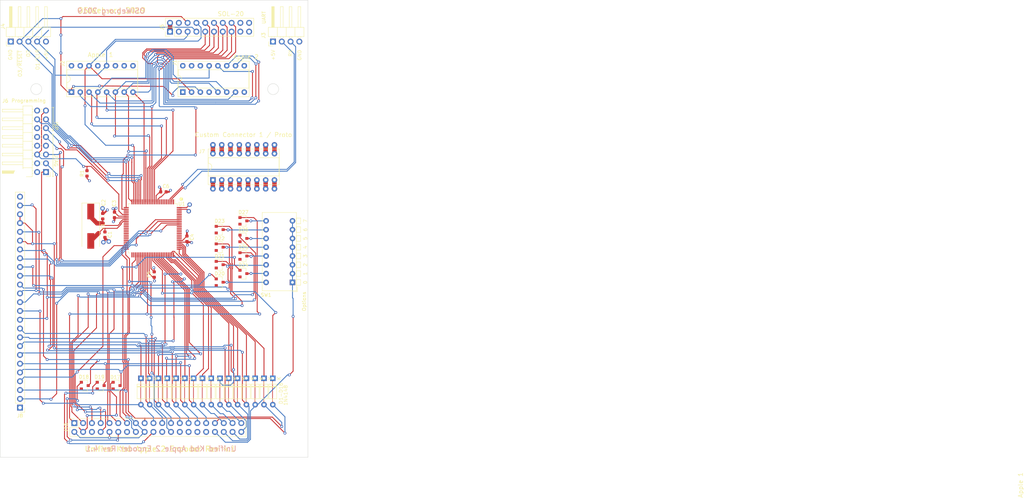
<source format=kicad_pcb>
(kicad_pcb (version 20171130) (host pcbnew "(5.1.6-0-10_14)")
  (title_block (title "Unified Retro Keyboard Apple 2 Encoder") (date 2020-07-23) (rev 4.1))
  (layers (0 F.Cu signal) (31 B.Cu signal) (34 B.Paste user) (35 F.Paste user) (36 B.SilkS user) (37 F.SilkS user) (38 B.Mask user) (39 F.Mask user) (44 Edge.Cuts user))
  (net 0 "")
  (net 1 GND)
  (net 2 /Row3)
  (net 3 /Row0)
  (net 4 /Row1)
  (net 5 /Row4)
  (net 6 /Row5)
  (net 7 /Row7)
  (net 8 /D7)
  (net 9 /D1)
  (net 10 /D2)
  (net 11 /D3)
  (net 12 /D4)
  (net 13 /D5)
  (net 14 /D6)
  (net 15 /Col0)
  (net 16 /Col1)
  (net 17 /Col2)
  (net 18 /Col3)
  (net 19 /Col4)
  (net 20 /Col5)
  (net 21 /Col6)
  (net 22 /Col7)
  (net 23 /Row6)
  (net 24 /Row2)
  (net 25 /D0)
  (net 26 /~STROBE)
  (net 27 /Row10)
  (net 28 /Row9)
  (net 29 /Row8)
  (net 30 /Row15)
  (net 31 /Row14)
  (net 32 /Row13)
  (net 33 /Row12)
  (net 34 /Row11)
  (net 35 /Tx)
  (net 36 /Rx)
  (net 37 "Net-(D11-Pad1)")
  (net 38 "Net-(D12-Pad1)")
  (net 39 "Net-(D13-Pad1)")
  (net 40 "Net-(D14-Pad1)")
  (net 41 "Net-(D15-Pad1)")
  (net 42 "Net-(D16-Pad1)")
  (net 43 "Net-(D20-Pad1)")
  (net 44 "Net-(D24-Pad1)")
  (net 45 "Net-(D25-Pad1)")
  (net 46 "Net-(D26-Pad1)")
  (net 47 "Net-(D4-Pad1)")
  (net 48 "Net-(D5-Pad1)")
  (net 49 "Net-(D6-Pad1)")
  (net 50 "Net-(D7-Pad1)")
  (net 51 "Net-(D8-Pad1)")
  (net 52 "Net-(D9-Pad1)")
  (net 53 "Net-(D10-Pad1)")
  (net 54 "Net-(D27-Pad1)")
  (net 55 /LED1)
  (net 56 /OUT1)
  (net 57 /OUT2)
  (net 58 /OUT3)
  (net 59 /LED3)
  (net 60 /LED2)
  (net 61 "Net-(C1-Pad1)")
  (net 62 "Net-(C2-Pad1)")
  (net 63 "Net-(D21-Pad1)")
  (net 64 "Net-(D22-Pad1)")
  (net 65 "Net-(D23-Pad1)")
  (net 66 "Net-(J1-Pad9)")
  (net 67 "Net-(J1-Pad4)")
  (net 68 "Net-(J1-Pad14)")
  (net 69 "Net-(J1-Pad15)")
  (net 70 "Net-(J1-Pad16)")
  (net 71 "Net-(J2-Pad10)")
  (net 72 "Net-(J2-Pad11)")
  (net 73 "Net-(J2-Pad13)")
  (net 74 "Net-(U1-Pad98)")
  (net 75 "Net-(U1-Pad97)")
  (net 76 "Net-(U1-Pad96)")
  (net 77 "Net-(U1-Pad95)")
  (net 78 "Net-(U1-Pad94)")
  (net 79 "Net-(U1-Pad89)")
  (net 80 "Net-(U1-Pad88)")
  (net 81 "Net-(U1-Pad87)")
  (net 82 "Net-(U1-Pad86)")
  (net 83 "Net-(U1-Pad85)")
  (net 84 "Net-(U1-Pad84)")
  (net 85 "Net-(U1-Pad83)")
  (net 86 "Net-(U1-Pad82)")
  (net 87 "Net-(U1-Pad70)")
  (net 88 "Net-(U1-Pad52)")
  (net 89 "Net-(U1-Pad51)")
  (net 90 "Net-(U1-Pad47)")
  (net 91 "Net-(U1-Pad46)")
  (net 92 "Net-(U1-Pad45)")
  (net 93 "Net-(U1-Pad44)")
  (net 94 "Net-(U1-Pad43)")
  (net 95 "Net-(U1-Pad42)")
  (net 96 "Net-(U1-Pad41)")
  (net 97 "Net-(U1-Pad40)")
  (net 98 "Net-(U1-Pad39)")
  (net 99 "Net-(U1-Pad38)")
  (net 100 "Net-(U1-Pad37)")
  (net 101 "Net-(U1-Pad36)")
  (net 102 "Net-(U1-Pad35)")
  (net 103 "Net-(U1-Pad29)")
  (net 104 "Net-(U1-Pad28)")
  (net 105 "Net-(U1-Pad19)")
  (net 106 "Net-(U1-Pad9)")
  (net 107 "Net-(U1-Pad8)")
  (net 108 "Net-(U1-Pad7)")
  (net 109 "Net-(U1-Pad6)")
  (net 110 "Net-(U1-Pad5)")
  (net 111 "Net-(U1-Pad4)")
  (net 112 "Net-(U1-Pad1)")
  (net 113 VCC)
  (net 114 "Net-(J8-Pad1)")
  (net 115 /TDI)
  (net 116 "Net-(J6-Pad8)")
  (net 117 "Net-(J6-Pad7)")
  (net 118 /~RESET)
  (net 119 /TMS)
  (net 120 /TDO)
  (net 121 /TCK)
  (net 122 "Net-(D1-Pad1)")
  (net 123 "Net-(D2-Pad1)")
  (net 124 "Net-(D3-Pad1)")
  (net 125 "Net-(D17-Pad2)")
  (net 126 "Net-(D18-Pad2)")
  (net 127 "Net-(D19-Pad2)")
  (net 128 "Net-(J7-Pad1)")
  (net 129 "Net-(J7-Pad9)")
  (net 130 "Net-(J7-Pad2)")
  (net 131 "Net-(J7-Pad10)")
  (net 132 "Net-(J7-Pad3)")
  (net 133 "Net-(J7-Pad11)")
  (net 134 "Net-(J7-Pad4)")
  (net 135 "Net-(J7-Pad12)")
  (net 136 "Net-(J7-Pad5)")
  (net 137 "Net-(J7-Pad13)")
  (net 138 "Net-(J7-Pad6)")
  (net 139 "Net-(J7-Pad14)")
  (net 140 "Net-(J7-Pad7)")
  (net 141 "Net-(J7-Pad15)")
  (net 142 "Net-(J7-Pad8)")
  (net 143 "Net-(J7-Pad16)")
  (net 144 "Net-(J10-Pad32)")
  (net 145 "Net-(J10-Pad30)")
  (net 146 "Net-(J10-Pad28)")
  (net 147 "Net-(J10-Pad26)")
  (net 148 "Net-(J8-Pad25)")
  (net 149 /MOSI)
  (net 150 /SCK)
  (net 151 /MISO)
  (module Diode_SMD:D_SOT-23_ANK (layer F.Cu) (at 188.2394 162.179)
    (fp_text reference D18 (at -0.254 -2.5) (layer F.SilkS))
    (fp_text value 1N4148)
    (pad 1 smd rect (at 1 0) (size 0.9 0.8) (layers F.Cu F.Paste F.Mask) (net 7 /Row7))
    (pad "" smd rect (at -1 0.95) (size 0.9 0.8) (layers F.Cu F.Paste F.Mask))
    (pad 2 smd rect (at -1 -0.95) (size 0.9 0.8) (layers F.Cu F.Paste F.Mask) (net 126 "Net-(D18-Pad2)"))
  )
  (module Diode_SMD:D_SOT-23_ANK (layer F.Cu) (at 192.8368 162.179)
    (fp_text reference D19 (at -0.3556 -2.4892) (layer F.SilkS))
    (fp_text value 1N4148)
    (pad 1 smd rect (at 1 0) (size 0.9 0.8) (layers F.Cu F.Paste F.Mask) (net 4 /Row1))
    (pad "" smd rect (at -1 0.95) (size 0.9 0.8) (layers F.Cu F.Paste F.Mask))
    (pad 2 smd rect (at -1 -0.95) (size 0.9 0.8) (layers F.Cu F.Paste F.Mask) (net 127 "Net-(D19-Pad2)"))
  )
  (module unikbd:D_DO-35_SOD27_P7.62mm_Horizontal_bypassed (layer F.Cu) (at 227.33 160.0724 270)
    (fp_text reference D15 hide)
    (fp_text value 1N4148)
    (fp_poly (pts (xy 7.239 0.127) (xy 0.381 0.127) (xy 0.381 0) (xy 7.239 0)) (layer F.Cu) (width 0.0508))
    (fp_text user K (at 0 -1.8 90) (layer F.SilkS))
    (pad 1 thru_hole rect (at 0 0 270) (size 1.6 1.6) (drill 0.8) (layers *.Cu *.Mask) (net 41 "Net-(D15-Pad1)"))
    (pad 2 thru_hole oval (at 7.62 0 270) (size 1.6 1.6) (drill 0.8) (layers *.Cu *.Mask) (net 33 /Row12))
  )
  (module unikbd:D_DO-35_SOD27_P7.62mm_Horizontal_bypassed (layer F.Cu) (at 229.87 160.0724 270)
    (fp_text reference D6 hide)
    (fp_text value 1N4148)
    (fp_poly (pts (xy 7.239 0.127) (xy 0.381 0.127) (xy 0.381 0) (xy 7.239 0)) (layer F.Cu) (width 0.0508))
    (fp_text user K (at 0 -1.8 90) (layer F.SilkS))
    (pad 1 thru_hole rect (at 0 0 270) (size 1.6 1.6) (drill 0.8) (layers *.Cu *.Mask) (net 49 "Net-(D6-Pad1)"))
    (pad 2 thru_hole oval (at 7.62 0 270) (size 1.6 1.6) (drill 0.8) (layers *.Cu *.Mask) (net 34 /Row11))
  )
  (module unikbd:D_DO-35_SOD27_P7.62mm_Horizontal_bypassed (layer F.Cu) (at 232.41 160.0724 270)
    (fp_text reference D14 hide)
    (fp_text value 1N4148)
    (fp_poly (pts (xy 7.239 0.127) (xy 0.381 0.127) (xy 0.381 0) (xy 7.239 0)) (layer F.Cu) (width 0.0508))
    (fp_text user K (at 0 -1.8 90) (layer F.SilkS))
    (pad 1 thru_hole rect (at 0 0 270) (size 1.6 1.6) (drill 0.8) (layers *.Cu *.Mask) (net 40 "Net-(D14-Pad1)"))
    (pad 2 thru_hole oval (at 7.62 0 270) (size 1.6 1.6) (drill 0.8) (layers *.Cu *.Mask) (net 27 /Row10))
  )
  (module unikbd:D_DO-35_SOD27_P7.62mm_Horizontal_bypassed (layer F.Cu) (at 234.95 160.0724 270)
    (fp_text reference D5 hide)
    (fp_text value 1N4148)
    (fp_poly (pts (xy 7.239 0.127) (xy 0.381 0.127) (xy 0.381 0) (xy 7.239 0)) (layer F.Cu) (width 0.0508))
    (fp_text user K (at 0 -1.8 90) (layer F.SilkS))
    (pad 1 thru_hole rect (at 0 0 270) (size 1.6 1.6) (drill 0.8) (layers *.Cu *.Mask) (net 48 "Net-(D5-Pad1)"))
    (pad 2 thru_hole oval (at 7.62 0 270) (size 1.6 1.6) (drill 0.8) (layers *.Cu *.Mask) (net 28 /Row9))
  )
  (module unikbd:D_DO-35_SOD27_P7.62mm_Horizontal_bypassed (layer F.Cu) (at 237.49 160.0724 270)
    (fp_text reference D13 hide)
    (fp_text value 1N4148)
    (fp_poly (pts (xy 7.239 0.127) (xy 0.381 0.127) (xy 0.381 0) (xy 7.239 0)) (layer F.Cu) (width 0.0508))
    (fp_text user K (at 0 -1.8 90) (layer F.SilkS))
    (pad 1 thru_hole rect (at 0 0 270) (size 1.6 1.6) (drill 0.8) (layers *.Cu *.Mask) (net 39 "Net-(D13-Pad1)"))
    (pad 2 thru_hole oval (at 7.62 0 270) (size 1.6 1.6) (drill 0.8) (layers *.Cu *.Mask) (net 29 /Row8))
  )
  (module unikbd:D_DO-35_SOD27_P7.62mm_Horizontal_bypassed (layer F.Cu) (at 242.57 160.0724 270)
    (fp_text reference D8 hide)
    (fp_text value 1N4148)
    (fp_poly (pts (xy 7.239 0.127) (xy 0.381 0.127) (xy 0.381 0) (xy 7.239 0)) (layer F.Cu) (width 0.0508))
    (fp_text user K (at 0 -1.8 90) (layer F.SilkS))
    (pad 1 thru_hole rect (at 0 0 270) (size 1.6 1.6) (drill 0.8) (layers *.Cu *.Mask) (net 51 "Net-(D8-Pad1)"))
    (pad 2 thru_hole oval (at 7.62 0 270) (size 1.6 1.6) (drill 0.8) (layers *.Cu *.Mask) (net 30 /Row15))
  )
  (module unikbd:D_DO-35_SOD27_P7.62mm_Horizontal_bypassed (layer F.Cu) (at 224.79 160.0724 270)
    (fp_text reference D7 hide)
    (fp_text value 1N4148)
    (fp_poly (pts (xy 7.239 0.127) (xy 0.381 0.127) (xy 0.381 0) (xy 7.239 0)) (layer F.Cu) (width 0.0508))
    (fp_text user K (at 0 -1.8 90) (layer F.SilkS))
    (pad 1 thru_hole rect (at 0 0 270) (size 1.6 1.6) (drill 0.8) (layers *.Cu *.Mask) (net 50 "Net-(D7-Pad1)"))
    (pad 2 thru_hole oval (at 7.62 0 270) (size 1.6 1.6) (drill 0.8) (layers *.Cu *.Mask) (net 32 /Row13))
  )
  (module unikbd:D_DO-35_SOD27_P7.62mm_Horizontal_bypassed (layer F.Cu) (at 222.25 160.0724 270)
    (fp_text reference D16 hide)
    (fp_text value 1N4148)
    (fp_poly (pts (xy 7.239 0.127) (xy 0.381 0.127) (xy 0.381 0) (xy 7.239 0)) (layer F.Cu) (width 0.0508))
    (fp_text user K (at 0 -1.8 90) (layer F.SilkS))
    (pad 1 thru_hole rect (at 0 0 270) (size 1.6 1.6) (drill 0.8) (layers *.Cu *.Mask) (net 42 "Net-(D16-Pad1)"))
    (pad 2 thru_hole oval (at 7.62 0 270) (size 1.6 1.6) (drill 0.8) (layers *.Cu *.Mask) (net 31 /Row14))
  )
  (module unikbd:D_DO-35_SOD27_P7.62mm_Horizontal_bypassed (layer F.Cu) (at 240.03 160.0724 270)
    (fp_text reference D4 hide)
    (fp_text value 1N4148)
    (fp_poly (pts (xy 7.239 0.127) (xy 0.381 0.127) (xy 0.381 0) (xy 7.239 0)) (layer F.Cu) (width 0.0508))
    (fp_text user K (at 0 -1.8 90) (layer F.SilkS))
    (pad 1 thru_hole rect (at 0 0 270) (size 1.6 1.6) (drill 0.8) (layers *.Cu *.Mask) (net 47 "Net-(D4-Pad1)"))
    (pad 2 thru_hole oval (at 7.62 0 270) (size 1.6 1.6) (drill 0.8) (layers *.Cu *.Mask) (net 7 /Row7))
  )
  (module unikbd:D_DO-35_SOD27_P7.62mm_Horizontal_bypassed (layer F.Cu) (at 204.47 160.0724 270)
    (fp_text reference D12 hide)
    (fp_text value 1N4148)
    (fp_poly (pts (xy 7.239 0.127) (xy 0.381 0.127) (xy 0.381 0) (xy 7.239 0)) (layer F.Cu) (width 0.0508))
    (fp_text user K (at 0 -1.8 90) (layer F.SilkS))
    (pad 1 thru_hole rect (at 0 0 270) (size 1.6 1.6) (drill 0.8) (layers *.Cu *.Mask) (net 38 "Net-(D12-Pad1)"))
    (pad 2 thru_hole oval (at 7.62 0 270) (size 1.6 1.6) (drill 0.8) (layers *.Cu *.Mask) (net 23 /Row6))
  )
  (module unikbd:D_DO-35_SOD27_P7.62mm_Horizontal_bypassed (layer F.Cu) (at 209.55 160.0724 270)
    (fp_text reference D11 hide)
    (fp_text value 1N4148)
    (fp_poly (pts (xy 7.239 0.127) (xy 0.381 0.127) (xy 0.381 0) (xy 7.239 0)) (layer F.Cu) (width 0.0508))
    (fp_text user K (at 0 -1.8 90) (layer F.SilkS))
    (pad 1 thru_hole rect (at 0 0 270) (size 1.6 1.6) (drill 0.8) (layers *.Cu *.Mask) (net 37 "Net-(D11-Pad1)"))
    (pad 2 thru_hole oval (at 7.62 0 270) (size 1.6 1.6) (drill 0.8) (layers *.Cu *.Mask) (net 5 /Row4))
  )
  (module unikbd:D_DO-35_SOD27_P7.62mm_Horizontal_bypassed (layer F.Cu) (at 214.63 160.0724 270)
    (fp_text reference D10 hide)
    (fp_text value 1N4148)
    (fp_poly (pts (xy 7.239 0.127) (xy 0.381 0.127) (xy 0.381 0) (xy 7.239 0)) (layer F.Cu) (width 0.0508))
    (fp_text user K (at 0 -1.8 90) (layer F.SilkS))
    (pad 1 thru_hole rect (at 0 0 270) (size 1.6 1.6) (drill 0.8) (layers *.Cu *.Mask) (net 53 "Net-(D10-Pad1)"))
    (pad 2 thru_hole oval (at 7.62 0 270) (size 1.6 1.6) (drill 0.8) (layers *.Cu *.Mask) (net 24 /Row2))
  )
  (module unikbd:D_DO-35_SOD27_P7.62mm_Horizontal_bypassed (layer F.Cu) (at 219.71 160.0724 270)
    (fp_text reference D9 hide)
    (fp_text value 1N4148)
    (fp_poly (pts (xy 7.239 0.127) (xy 0.381 0.127) (xy 0.381 0) (xy 7.239 0)) (layer F.Cu) (width 0.0508))
    (fp_text user K (at 0 -1.8 90) (layer F.SilkS))
    (pad 1 thru_hole rect (at 0 0 270) (size 1.6 1.6) (drill 0.8) (layers *.Cu *.Mask) (net 52 "Net-(D9-Pad1)"))
    (pad 2 thru_hole oval (at 7.62 0 270) (size 1.6 1.6) (drill 0.8) (layers *.Cu *.Mask) (net 3 /Row0))
  )
  (module unikbd:D_DO-35_SOD27_P7.62mm_Horizontal_bypassed (layer F.Cu) (at 207.01 160.0724 270)
    (fp_text reference D3 hide)
    (fp_text value 1N4148)
    (fp_poly (pts (xy 7.239 0.127) (xy 0.381 0.127) (xy 0.381 0) (xy 7.239 0)) (layer F.Cu) (width 0.0508))
    (fp_text user K (at 0 -1.8 90) (layer F.SilkS))
    (pad 1 thru_hole rect (at 0 0 270) (size 1.6 1.6) (drill 0.8) (layers *.Cu *.Mask) (net 124 "Net-(D3-Pad1)"))
    (pad 2 thru_hole oval (at 7.62 0 270) (size 1.6 1.6) (drill 0.8) (layers *.Cu *.Mask) (net 6 /Row5))
  )
  (module unikbd:D_DO-35_SOD27_P7.62mm_Horizontal_bypassed (layer F.Cu) (at 212.09 160.0724 270)
    (fp_text reference D2 hide)
    (fp_text value 1N4148)
    (fp_poly (pts (xy 7.239 0.127) (xy 0.381 0.127) (xy 0.381 0) (xy 7.239 0)) (layer F.Cu) (width 0.0508))
    (fp_text user K (at 0 -1.8 90) (layer F.SilkS))
    (pad 1 thru_hole rect (at 0 0 270) (size 1.6 1.6) (drill 0.8) (layers *.Cu *.Mask) (net 123 "Net-(D2-Pad1)"))
    (pad 2 thru_hole oval (at 7.62 0 270) (size 1.6 1.6) (drill 0.8) (layers *.Cu *.Mask) (net 2 /Row3))
  )
  (module unikbd:D_DO-35_SOD27_P7.62mm_Horizontal_bypassed (layer F.Cu) (at 217.17 160.0724 270)
    (fp_text reference D1 hide)
    (fp_text value 1N4148)
    (fp_poly (pts (xy 7.239 0.127) (xy 0.381 0.127) (xy 0.381 0) (xy 7.239 0)) (layer F.Cu) (width 0.0508))
    (fp_text user K (at 0 -1.8 90) (layer F.SilkS))
    (pad 1 thru_hole rect (at 0 0 270) (size 1.6 1.6) (drill 0.8) (layers *.Cu *.Mask) (net 122 "Net-(D1-Pad1)"))
    (pad 2 thru_hole oval (at 7.62 0 270) (size 1.6 1.6) (drill 0.8) (layers *.Cu *.Mask) (net 4 /Row1))
  )
  (module Diode_SMD:D_SOT-23_ANK (layer F.Cu) (at 197.4342 162.179)
    (fp_text reference D17 (at -0.381 -2.4384) (layer F.SilkS))
    (fp_text value 1N4148)
    (pad 1 smd rect (at 1 0) (size 0.9 0.8) (layers F.Cu F.Paste F.Mask) (net 3 /Row0))
    (pad "" smd rect (at -1 0.95) (size 0.9 0.8) (layers F.Cu F.Paste F.Mask))
    (pad 2 smd rect (at -1 -0.95) (size 0.9 0.8) (layers F.Cu F.Paste F.Mask) (net 125 "Net-(D17-Pad2)"))
  )
  (module Crystal:Crystal_SMD_HC49-SD (layer F.Cu) (at 189.9666 116.1288 270)
    (fp_text reference Y1 (at 0 -3.55 90) (layer F.SilkS))
    (fp_text value "16.000 MHz")
    (pad 1 smd rect (at -4.25 0 270) (size 4.5 2) (layers F.Cu F.Paste F.Mask) (net 62 "Net-(C2-Pad1)"))
    (pad 2 smd rect (at 4.25 0 270) (size 4.5 2) (layers F.Cu F.Paste F.Mask) (net 61 "Net-(C1-Pad1)"))
  )
  (module Capacitor_SMD:C_0603_1608Metric (layer F.Cu) (at 196.8246 112.8522 270)
    (fp_text reference C3 (at -3.3274 0.1016 90) (layer F.SilkS))
    (fp_text value "0.1 uF")
    (pad 1 smd roundrect (at -0.7875 0 270) (size 0.875 0.95) (layers F.Cu F.Paste F.Mask) (net 113 VCC))
    (pad 2 smd roundrect (at 0.7875 0 270) (size 0.875 0.95) (layers F.Cu F.Paste F.Mask) (net 1 GND))
  )
  (module Resistor_SMD:R_0603_1608Metric (layer F.Cu) (at 188.8744 100.8634 90)
    (fp_text reference R1 (at 0 -1.43 90) (layer F.SilkS))
    (fp_text value 10k)
    (pad 2 smd roundrect (at 0.7875 0 90) (size 0.875 0.95) (layers F.Cu F.Paste F.Mask) (net 118 /~RESET))
    (pad 1 smd roundrect (at -0.7875 0 90) (size 0.875 0.95) (layers F.Cu F.Paste F.Mask) (net 113 VCC))
  )
  (module Capacitor_SMD:C_0603_1608Metric (layer F.Cu) (at 210.9724 106.1974 180)
    (fp_text reference C6 (at -0.7366 1.6256) (layer F.SilkS))
    (fp_text value "0.1 uF")
    (pad 2 smd roundrect (at 0.7875 0 180) (size 0.875 0.95) (layers F.Cu F.Paste F.Mask) (net 1 GND))
    (pad 1 smd roundrect (at -0.7875 0 180) (size 0.875 0.95) (layers F.Cu F.Paste F.Mask) (net 113 VCC))
  )
  (module Capacitor_SMD:C_0603_1608Metric (layer F.Cu) (at 208.3054 130.0988 90)
    (fp_text reference C5 (at 0 -1.43 90) (layer F.SilkS))
    (fp_text value "0.1 uF")
    (pad 2 smd roundrect (at 0.7875 0 90) (size 0.875 0.95) (layers F.Cu F.Paste F.Mask) (net 1 GND))
    (pad 1 smd roundrect (at -0.7875 0 90) (size 0.875 0.95) (layers F.Cu F.Paste F.Mask) (net 113 VCC))
  )
  (module Capacitor_SMD:C_0603_1608Metric (layer F.Cu) (at 217.7542 119.761 90)
    (fp_text reference C4 (at 0.4826 1.4478 90) (layer F.SilkS))
    (fp_text value "0.1 uF")
    (pad 2 smd roundrect (at 0.7875 0 90) (size 0.875 0.95) (layers F.Cu F.Paste F.Mask) (net 1 GND))
    (pad 1 smd roundrect (at -0.7875 0 90) (size 0.875 0.95) (layers F.Cu F.Paste F.Mask) (net 113 VCC))
  )
  (module Capacitor_SMD:C_0603_1608Metric (layer F.Cu) (at 193.421 113.2331 90)
    (fp_text reference C2 (at 3.8861 0.254 90) (layer F.SilkS))
    (fp_text value 36pf)
    (pad 2 smd roundrect (at 0.7875 0 90) (size 0.875 0.95) (layers F.Cu F.Paste F.Mask) (net 1 GND))
    (pad 1 smd roundrect (at -0.7875 0 90) (size 0.875 0.95) (layers F.Cu F.Paste F.Mask) (net 62 "Net-(C2-Pad1)"))
  )
  (module Capacitor_SMD:C_0603_1608Metric (layer F.Cu) (at 194.056 118.5672 270)
    (fp_text reference C1 (at 0 -1.43 90) (layer F.SilkS))
    (fp_text value 36pf)
    (pad 2 smd roundrect (at 0.7875 0 270) (size 0.875 0.95) (layers F.Cu F.Paste F.Mask) (net 1 GND))
    (pad 1 smd roundrect (at -0.7875 0 270) (size 0.875 0.95) (layers F.Cu F.Paste F.Mask) (net 61 "Net-(C1-Pad1)"))
  )
  (module Diode_SMD:D_SOT-23_ANK (layer F.Cu) (at 234.0888 114.581)
    (fp_text reference D27 (at 0 -2.5) (layer F.SilkS))
    (fp_text value 1N4148)
    (pad 2 smd rect (at -1 -0.95) (size 0.9 0.8) (layers F.Cu F.Paste F.Mask) (net 22 /Col7))
    (pad "" smd rect (at -1 0.95) (size 0.9 0.8) (layers F.Cu F.Paste F.Mask))
    (pad 1 smd rect (at 1 0) (size 0.9 0.8) (layers F.Cu F.Paste F.Mask) (net 54 "Net-(D27-Pad1)"))
  )
  (module Diode_SMD:D_SOT-23_ANK (layer F.Cu) (at 234.0888 119.661)
    (fp_text reference D26 (at 0 -2.5) (layer F.SilkS))
    (fp_text value 1N4148)
    (pad 2 smd rect (at -1 -0.95) (size 0.9 0.8) (layers F.Cu F.Paste F.Mask) (net 20 /Col5))
    (pad "" smd rect (at -1 0.95) (size 0.9 0.8) (layers F.Cu F.Paste F.Mask))
    (pad 1 smd rect (at 1 0) (size 0.9 0.8) (layers F.Cu F.Paste F.Mask) (net 46 "Net-(D26-Pad1)"))
  )
  (module Diode_SMD:D_SOT-23_ANK (layer F.Cu) (at 234.0888 124.741)
    (fp_text reference D25 (at 0 -2.5) (layer F.SilkS))
    (fp_text value 1N4148)
    (pad 2 smd rect (at -1 -0.95) (size 0.9 0.8) (layers F.Cu F.Paste F.Mask) (net 18 /Col3))
    (pad "" smd rect (at -1 0.95) (size 0.9 0.8) (layers F.Cu F.Paste F.Mask))
    (pad 1 smd rect (at 1 0) (size 0.9 0.8) (layers F.Cu F.Paste F.Mask) (net 45 "Net-(D25-Pad1)"))
  )
  (module Diode_SMD:D_SOT-23_ANK (layer F.Cu) (at 234.0888 129.821)
    (fp_text reference D24 (at 0 -2.5) (layer F.SilkS))
    (fp_text value 1N4148)
    (pad 2 smd rect (at -1 -0.95) (size 0.9 0.8) (layers F.Cu F.Paste F.Mask) (net 16 /Col1))
    (pad "" smd rect (at -1 0.95) (size 0.9 0.8) (layers F.Cu F.Paste F.Mask))
    (pad 1 smd rect (at 1 0) (size 0.9 0.8) (layers F.Cu F.Paste F.Mask) (net 44 "Net-(D24-Pad1)"))
  )
  (module Diode_SMD:D_SOT-23_ANK (layer F.Cu) (at 227.2308 117.121)
    (fp_text reference D23 (at 0 -2.5) (layer F.SilkS))
    (fp_text value 1N4148)
    (pad 2 smd rect (at -1 -0.95) (size 0.9 0.8) (layers F.Cu F.Paste F.Mask) (net 21 /Col6))
    (pad "" smd rect (at -1 0.95) (size 0.9 0.8) (layers F.Cu F.Paste F.Mask))
    (pad 1 smd rect (at 1 0) (size 0.9 0.8) (layers F.Cu F.Paste F.Mask) (net 65 "Net-(D23-Pad1)"))
  )
  (module Diode_SMD:D_SOT-23_ANK (layer F.Cu) (at 227.2308 122.184066)
    (fp_text reference D22 (at 0 -2.5) (layer F.SilkS))
    (fp_text value 1N4148)
    (pad 2 smd rect (at -1 -0.95) (size 0.9 0.8) (layers F.Cu F.Paste F.Mask) (net 19 /Col4))
    (pad "" smd rect (at -1 0.95) (size 0.9 0.8) (layers F.Cu F.Paste F.Mask))
    (pad 1 smd rect (at 1 0) (size 0.9 0.8) (layers F.Cu F.Paste F.Mask) (net 64 "Net-(D22-Pad1)"))
  )
  (module Diode_SMD:D_SOT-23_ANK (layer F.Cu) (at 227.2308 127.247132)
    (fp_text reference D21 (at 0 -2.5) (layer F.SilkS))
    (fp_text value 1N4148)
    (pad 2 smd rect (at -1 -0.95) (size 0.9 0.8) (layers F.Cu F.Paste F.Mask) (net 17 /Col2))
    (pad "" smd rect (at -1 0.95) (size 0.9 0.8) (layers F.Cu F.Paste F.Mask))
    (pad 1 smd rect (at 1 0) (size 0.9 0.8) (layers F.Cu F.Paste F.Mask) (net 63 "Net-(D21-Pad1)"))
  )
  (module Diode_SMD:D_SOT-23_ANK (layer F.Cu) (at 227.2308 132.3102)
    (fp_text reference D20 (at 0 -2.5) (layer F.SilkS))
    (fp_text value 1N4148)
    (pad 2 smd rect (at -1 -0.95) (size 0.9 0.8) (layers F.Cu F.Paste F.Mask) (net 15 /Col0))
    (pad "" smd rect (at -1 0.95) (size 0.9 0.8) (layers F.Cu F.Paste F.Mask))
    (pad 1 smd rect (at 1 0) (size 0.9 0.8) (layers F.Cu F.Paste F.Mask) (net 43 "Net-(D20-Pad1)"))
  )
  (module unikbd:kbd_header_and_mounting_holes (layer F.Cu) (at 185.397 175.5918 90)
    (fp_text reference J10 (at 1.2954 -2.5078 90) (layer F.SilkS))
    (fp_text value Keyboard)
    (pad 1 thru_hole rect (at 2.5654 -0.1778 90) (size 1.7 1.7) (drill 1) (layers *.Cu *.Mask) (net 22 /Col7))
    (pad 2 thru_hole oval (at 0.0254 -0.1778 90) (size 1.7 1.7) (drill 1) (layers *.Cu *.Mask) (net 15 /Col0))
    (pad 3 thru_hole oval (at 2.5654 2.3622 90) (size 1.7 1.7) (drill 1) (layers *.Cu *.Mask) (net 21 /Col6))
    (pad 4 thru_hole oval (at 0.0254 2.3622 90) (size 1.7 1.7) (drill 1) (layers *.Cu *.Mask) (net 125 "Net-(D17-Pad2)"))
    (pad 5 thru_hole oval (at 2.5654 4.9022 90) (size 1.7 1.7) (drill 1) (layers *.Cu *.Mask) (net 20 /Col5))
    (pad 6 thru_hole oval (at 0.0254 4.9022 90) (size 1.7 1.7) (drill 1) (layers *.Cu *.Mask) (net 113 VCC))
    (pad 7 thru_hole oval (at 2.5654 7.4422 90) (size 1.7 1.7) (drill 1) (layers *.Cu *.Mask) (net 19 /Col4))
    (pad 8 thru_hole oval (at 0.0254 7.4422 90) (size 1.7 1.7) (drill 1) (layers *.Cu *.Mask) (net 55 /LED1))
    (pad 9 thru_hole oval (at 2.5654 9.9822 90) (size 1.7 1.7) (drill 1) (layers *.Cu *.Mask) (net 18 /Col3))
    (pad 10 thru_hole oval (at 0.0254 9.9822 90) (size 1.7 1.7) (drill 1) (layers *.Cu *.Mask) (net 15 /Col0))
    (pad 11 thru_hole oval (at 2.5654 12.5222 90) (size 1.7 1.7) (drill 1) (layers *.Cu *.Mask) (net 17 /Col2))
    (pad 12 thru_hole oval (at 0.0254 12.5222 90) (size 1.7 1.7) (drill 1) (layers *.Cu *.Mask) (net 126 "Net-(D18-Pad2)"))
    (pad 13 thru_hole oval (at 2.5654 15.0622 90) (size 1.7 1.7) (drill 1) (layers *.Cu *.Mask) (net 16 /Col1))
    (pad 14 thru_hole oval (at 0.0254 15.0622 90) (size 1.7 1.7) (drill 1) (layers *.Cu *.Mask) (net 113 VCC))
    (pad 15 thru_hole oval (at 2.5654 17.6022 90) (size 1.7 1.7) (drill 1) (layers *.Cu *.Mask) (net 15 /Col0))
    (pad 16 thru_hole oval (at 0.0254 17.6022 90) (size 1.7 1.7) (drill 1) (layers *.Cu *.Mask) (net 60 /LED2))
    (pad 17 thru_hole oval (at 2.5654 20.1422 90) (size 1.7 1.7) (drill 1) (layers *.Cu *.Mask) (net 7 /Row7))
    (pad 18 thru_hole oval (at 0.0254 20.1422 90) (size 1.7 1.7) (drill 1) (layers *.Cu *.Mask) (net 15 /Col0))
    (pad 19 thru_hole oval (at 2.5654 22.6822 90) (size 1.7 1.7) (drill 1) (layers *.Cu *.Mask) (net 23 /Row6))
    (pad 20 thru_hole oval (at 0.0254 22.6822 90) (size 1.7 1.7) (drill 1) (layers *.Cu *.Mask) (net 127 "Net-(D19-Pad2)"))
    (pad 21 thru_hole oval (at 2.5654 25.2222 90) (size 1.7 1.7) (drill 1) (layers *.Cu *.Mask) (net 6 /Row5))
    (pad 22 thru_hole oval (at 0.0254 25.2222 90) (size 1.7 1.7) (drill 1) (layers *.Cu *.Mask) (net 113 VCC))
    (pad 23 thru_hole oval (at 2.5654 27.7622 90) (size 1.7 1.7) (drill 1) (layers *.Cu *.Mask) (net 5 /Row4))
    (pad 24 thru_hole oval (at 0.0254 27.7622 90) (size 1.7 1.7) (drill 1) (layers *.Cu *.Mask) (net 59 /LED3))
    (pad 25 thru_hole oval (at 2.5654 30.3022 90) (size 1.7 1.7) (drill 1) (layers *.Cu *.Mask) (net 2 /Row3))
    (pad 26 thru_hole oval (at 0.0254 30.3022 90) (size 1.7 1.7) (drill 1) (layers *.Cu *.Mask) (net 147 "Net-(J10-Pad26)"))
    (pad 27 thru_hole oval (at 2.5654 32.8422 90) (size 1.7 1.7) (drill 1) (layers *.Cu *.Mask) (net 24 /Row2))
    (pad 28 thru_hole oval (at 0.0254 32.8422 90) (size 1.7 1.7) (drill 1) (layers *.Cu *.Mask) (net 146 "Net-(J10-Pad28)"))
    (pad 29 thru_hole oval (at 2.5654 35.3822 90) (size 1.7 1.7) (drill 1) (layers *.Cu *.Mask) (net 4 /Row1))
    (pad 30 thru_hole oval (at 0.0254 35.3822 90) (size 1.7 1.7) (drill 1) (layers *.Cu *.Mask) (net 145 "Net-(J10-Pad30)"))
    (pad 31 thru_hole oval (at 2.5654 37.9222 90) (size 1.7 1.7) (drill 1) (layers *.Cu *.Mask) (net 3 /Row0))
    (pad 32 thru_hole oval (at 0.0254 37.9222 90) (size 1.7 1.7) (drill 1) (layers *.Cu *.Mask) (net 144 "Net-(J10-Pad32)"))
    (pad 33 thru_hole oval (at 2.5654 40.4622 90) (size 1.7 1.7) (drill 1) (layers *.Cu *.Mask) (net 30 /Row15))
    (pad 34 thru_hole oval (at 0.0254 40.4622 90) (size 1.7 1.7) (drill 1) (layers *.Cu *.Mask) (net 29 /Row8))
    (pad 35 thru_hole oval (at 2.5654 43.0022 90) (size 1.7 1.7) (drill 1) (layers *.Cu *.Mask) (net 31 /Row14))
    (pad 36 thru_hole oval (at 0.0254 43.0022 90) (size 1.7 1.7) (drill 1) (layers *.Cu *.Mask) (net 28 /Row9))
    (pad 37 thru_hole oval (at 2.5654 45.5422 90) (size 1.7 1.7) (drill 1) (layers *.Cu *.Mask) (net 32 /Row13))
    (pad 38 thru_hole oval (at 0.0254 45.5422 90) (size 1.7 1.7) (drill 1) (layers *.Cu *.Mask) (net 27 /Row10))
    (pad 39 thru_hole oval (at 2.5654 48.0822 90) (size 1.7 1.7) (drill 1) (layers *.Cu *.Mask) (net 33 /Row12))
    (pad 40 thru_hole oval (at 0.0254 48.0822 90) (size 1.7 1.7) (drill 1) (layers *.Cu *.Mask) (net 34 /Row11))
    (pad "" np_thru_hole circle (at 1.2954 54.5606 90) (size 3.175 3.175) (drill 3.175) (layers *.Cu *.Mask))
    (pad "" np_thru_hole circle (at 1.2954 -8.8124 90) (size 3.175 3.175) (drill 3.175) (layers *.Cu *.Mask))
    (pad "" np_thru_hole circle (at 91.4924 -2.8688 90) (size 3.175 3.175) (drill 3.175) (layers *.Cu *.Mask))
    (pad "" np_thru_hole circle (at 91.4924 50.4712 90) (size 3.175 3.175) (drill 3.175) (layers *.Cu *.Mask))
  )
  (module Connector_PinHeader_2.54mm:PinHeader_1x25_P2.54mm_Vertical (layer F.Cu) (at 169.522 168.556 180)
    (fp_text reference J8 (at 0 -2.33) (layer F.SilkS))
    (fp_text value "Apple II Matrix")
    (pad 25 thru_hole oval (at 0 60.96 180) (size 1.7 1.7) (drill 1) (layers *.Cu *.Mask) (net 148 "Net-(J8-Pad25)"))
    (pad 24 thru_hole oval (at 0 58.42 180) (size 1.7 1.7) (drill 1) (layers *.Cu *.Mask) (net 16 /Col1))
    (pad 23 thru_hole oval (at 0 55.88 180) (size 1.7 1.7) (drill 1) (layers *.Cu *.Mask) (net 34 /Row11))
    (pad 22 thru_hole oval (at 0 53.34 180) (size 1.7 1.7) (drill 1) (layers *.Cu *.Mask) (net 34 /Row11))
    (pad 21 thru_hole oval (at 0 50.8 180) (size 1.7 1.7) (drill 1) (layers *.Cu *.Mask) (net 17 /Col2))
    (pad 20 thru_hole oval (at 0 48.26 180) (size 1.7 1.7) (drill 1) (layers *.Cu *.Mask) (net 34 /Row11))
    (pad 19 thru_hole oval (at 0 45.72 180) (size 1.7 1.7) (drill 1) (layers *.Cu *.Mask) (net 18 /Col3))
    (pad 18 thru_hole oval (at 0 43.18 180) (size 1.7 1.7) (drill 1) (layers *.Cu *.Mask) (net 27 /Row10))
    (pad 17 thru_hole oval (at 0 40.64 180) (size 1.7 1.7) (drill 1) (layers *.Cu *.Mask) (net 15 /Col0))
    (pad 16 thru_hole oval (at 0 38.1 180) (size 1.7 1.7) (drill 1) (layers *.Cu *.Mask) (net 28 /Row9))
    (pad 15 thru_hole oval (at 0 35.56 180) (size 1.7 1.7) (drill 1) (layers *.Cu *.Mask) (net 7 /Row7))
    (pad 14 thru_hole oval (at 0 33.02 180) (size 1.7 1.7) (drill 1) (layers *.Cu *.Mask) (net 16 /Col1))
    (pad 13 thru_hole oval (at 0 30.48 180) (size 1.7 1.7) (drill 1) (layers *.Cu *.Mask) (net 17 /Col2))
    (pad 12 thru_hole oval (at 0 27.94 180) (size 1.7 1.7) (drill 1) (layers *.Cu *.Mask) (net 23 /Row6))
    (pad 11 thru_hole oval (at 0 25.4 180) (size 1.7 1.7) (drill 1) (layers *.Cu *.Mask) (net 18 /Col3))
    (pad 10 thru_hole oval (at 0 22.86 180) (size 1.7 1.7) (drill 1) (layers *.Cu *.Mask) (net 6 /Row5))
    (pad 9 thru_hole oval (at 0 20.32 180) (size 1.7 1.7) (drill 1) (layers *.Cu *.Mask) (net 5 /Row4))
    (pad 8 thru_hole oval (at 0 17.78 180) (size 1.7 1.7) (drill 1) (layers *.Cu *.Mask) (net 2 /Row3))
    (pad 7 thru_hole oval (at 0 15.24 180) (size 1.7 1.7) (drill 1) (layers *.Cu *.Mask) (net 24 /Row2))
    (pad 6 thru_hole oval (at 0 12.7 180) (size 1.7 1.7) (drill 1) (layers *.Cu *.Mask) (net 4 /Row1))
    (pad 5 thru_hole oval (at 0 10.16 180) (size 1.7 1.7) (drill 1) (layers *.Cu *.Mask) (net 3 /Row0))
    (pad 4 thru_hole oval (at 0 7.62 180) (size 1.7 1.7) (drill 1) (layers *.Cu *.Mask) (net 55 /LED1))
    (pad 3 thru_hole oval (at 0 5.08 180) (size 1.7 1.7) (drill 1) (layers *.Cu *.Mask) (net 15 /Col0))
    (pad 2 thru_hole oval (at 0 2.54 180) (size 1.7 1.7) (drill 1) (layers *.Cu *.Mask) (net 19 /Col4))
    (pad 1 thru_hole rect (at 0 0 180) (size 1.7 1.7) (drill 1) (layers *.Cu *.Mask) (net 114 "Net-(J8-Pad1)"))
  )
  (module MountingHole:MountingHole_3.7mm (layer F.Cu) (at 169.522 177.446)
    (fp_text reference MH2 hide)
    (fp_text value "Apple II" hide)
    (pad 1 np_thru_hole circle (at 0 0) (size 3.7 3.7) (drill 3.7) (layers *.Cu *.Mask))
  )
  (module MountingHole:MountingHole_3.7mm (layer F.Cu) (at 169.522 101.246)
    (fp_text reference MH1 hide)
    (fp_text value "Apple II" hide)
    (pad 1 np_thru_hole circle (at 0 0) (size 3.7 3.7) (drill 3.7) (layers *.Cu *.Mask))
  )
  (module Connector_PinHeader_2.54mm:PinHeader_2x08_P2.54mm_Horizontal (layer F.Cu) (at 177.015 100.484 180)
    (fp_text reference J6 (at 11.7475 20.574) (layer F.SilkS))
    (fp_text value Programming (at 5.0165 20.6375) (layer F.SilkS))
    (pad 16 thru_hole oval (at 2.54 17.78 180) (size 1.7 1.7) (drill 1) (layers *.Cu *.Mask) (net 1 GND))
    (pad 15 thru_hole oval (at 0 17.78 180) (size 1.7 1.7) (drill 1) (layers *.Cu *.Mask) (net 118 /~RESET))
    (pad 14 thru_hole oval (at 2.54 15.24 180) (size 1.7 1.7) (drill 1) (layers *.Cu *.Mask) (net 149 /MOSI))
    (pad 13 thru_hole oval (at 0 15.24 180) (size 1.7 1.7) (drill 1) (layers *.Cu *.Mask) (net 150 /SCK))
    (pad 12 thru_hole oval (at 2.54 12.7 180) (size 1.7 1.7) (drill 1) (layers *.Cu *.Mask) (net 113 VCC))
    (pad 11 thru_hole oval (at 0 12.7 180) (size 1.7 1.7) (drill 1) (layers *.Cu *.Mask) (net 151 /MISO))
    (pad 10 thru_hole oval (at 2.54 10.16 180) (size 1.7 1.7) (drill 1) (layers *.Cu *.Mask) (net 1 GND))
    (pad 9 thru_hole oval (at 0 10.16 180) (size 1.7 1.7) (drill 1) (layers *.Cu *.Mask) (net 115 /TDI))
    (pad 8 thru_hole oval (at 2.54 7.62 180) (size 1.7 1.7) (drill 1) (layers *.Cu *.Mask) (net 116 "Net-(J6-Pad8)"))
    (pad 7 thru_hole oval (at 0 7.62 180) (size 1.7 1.7) (drill 1) (layers *.Cu *.Mask) (net 117 "Net-(J6-Pad7)"))
    (pad 6 thru_hole oval (at 2.54 5.08 180) (size 1.7 1.7) (drill 1) (layers *.Cu *.Mask) (net 118 /~RESET))
    (pad 5 thru_hole oval (at 0 5.08 180) (size 1.7 1.7) (drill 1) (layers *.Cu *.Mask) (net 119 /TMS))
    (pad 4 thru_hole oval (at 2.54 2.54 180) (size 1.7 1.7) (drill 1) (layers *.Cu *.Mask) (net 113 VCC))
    (pad 3 thru_hole oval (at 0 2.54 180) (size 1.7 1.7) (drill 1) (layers *.Cu *.Mask) (net 120 /TDO))
    (pad 2 thru_hole oval (at 2.54 0 180) (size 1.7 1.7) (drill 1) (layers *.Cu *.Mask) (net 1 GND))
    (pad 1 thru_hole rect (at 0 0 180) (size 1.7 1.7) (drill 1) (layers *.Cu *.Mask) (net 121 /TCK))
  )
  (module "" (layer F.Cu) (at 230.355 88.165)
    (fp_text reference "" (at 225.275 102.77) (layer F.SilkS) (effects (font (size 1.27 1.27))))
    (fp_text value "" (at 225.275 102.77) (layer F.SilkS) (effects (font (size 1.27 1.27))))
    (fp_text user "Apple 1" (at 228.323 102.77 90) (layer F.SilkS) (effects (font (size 1.27 1.27))))
  )
  (module unikbd:DIP-16_W7.62mm_Proto (layer F.Cu) (at 225.275 102.77 90)
    (fp_text reference J7 (at 8.255 -3.175 180) (layer F.SilkS))
    (fp_text value "Custom Connector 1 / Proto" (at 13.081 8.8265) (layer F.SilkS) (effects (font (size 1.27 1.27))))
    (fp_line (start 10.16 17.78) (end 7.62 17.78) (layer F.Cu) (width 1.27))
    (fp_line (start 10.16 15.24) (end 7.62 15.24) (layer F.Cu) (width 1.27))
    (fp_line (start 10.16 12.7) (end 7.62 12.7) (layer F.Cu) (width 1.27))
    (fp_line (start 10.16 10.16) (end 7.62 10.16) (layer F.Cu) (width 1.27))
    (fp_line (start 10.16 7.62) (end 7.62 7.62) (layer F.Cu) (width 1.27))
    (fp_line (start 10.16 5.08) (end 7.62 5.08) (layer F.Cu) (width 1.27))
    (fp_line (start 10.16 2.54) (end 7.62 2.54) (layer F.Cu) (width 1.27))
    (fp_line (start 10.16 0) (end 7.62 0) (layer F.Cu) (width 1.27))
    (fp_line (start 0 0) (end -2.54 0) (layer F.Cu) (width 1.27))
    (fp_line (start 0 2.54) (end -2.54 2.54) (layer F.Cu) (width 1.27))
    (fp_line (start 0 5.08) (end -2.54 5.08) (layer F.Cu) (width 1.27))
    (fp_line (start 0 7.62) (end -2.54 7.62) (layer F.Cu) (width 1.27))
    (fp_line (start 0 10.16) (end -2.54 10.16) (layer F.Cu) (width 1.27))
    (fp_line (start 0 12.7) (end -2.54 12.7) (layer F.Cu) (width 1.27))
    (fp_line (start 0 15.24) (end -2.54 15.24) (layer F.Cu) (width 1.27))
    (fp_line (start 0 17.78) (end -2.54 17.78) (layer F.Cu) (width 1.27))
    (pad 16 thru_hole oval (at 7.62 0 90) (size 1.6 1.6) (drill 0.8) (layers *.Cu *.Mask) (net 143 "Net-(J7-Pad16)"))
    (pad 8 thru_hole oval (at 0 17.78 90) (size 1.6 1.6) (drill 0.8) (layers *.Cu *.Mask) (net 142 "Net-(J7-Pad8)"))
    (pad 15 thru_hole oval (at 7.62 2.54 90) (size 1.6 1.6) (drill 0.8) (layers *.Cu *.Mask) (net 141 "Net-(J7-Pad15)"))
    (pad 7 thru_hole oval (at 0 15.24 90) (size 1.6 1.6) (drill 0.8) (layers *.Cu *.Mask) (net 140 "Net-(J7-Pad7)"))
    (pad 14 thru_hole oval (at 7.62 5.08 90) (size 1.6 1.6) (drill 0.8) (layers *.Cu *.Mask) (net 139 "Net-(J7-Pad14)"))
    (pad 6 thru_hole oval (at 0 12.7 90) (size 1.6 1.6) (drill 0.8) (layers *.Cu *.Mask) (net 138 "Net-(J7-Pad6)"))
    (pad 13 thru_hole oval (at 7.62 7.62 90) (size 1.6 1.6) (drill 0.8) (layers *.Cu *.Mask) (net 137 "Net-(J7-Pad13)"))
    (pad 5 thru_hole oval (at 0 10.16 90) (size 1.6 1.6) (drill 0.8) (layers *.Cu *.Mask) (net 136 "Net-(J7-Pad5)"))
    (pad 12 thru_hole oval (at 7.62 10.16 90) (size 1.6 1.6) (drill 0.8) (layers *.Cu *.Mask) (net 135 "Net-(J7-Pad12)"))
    (pad 4 thru_hole oval (at 0 7.62 90) (size 1.6 1.6) (drill 0.8) (layers *.Cu *.Mask) (net 134 "Net-(J7-Pad4)"))
    (pad 11 thru_hole oval (at 7.62 12.7 90) (size 1.6 1.6) (drill 0.8) (layers *.Cu *.Mask) (net 133 "Net-(J7-Pad11)"))
    (pad 3 thru_hole oval (at 0 5.08 90) (size 1.6 1.6) (drill 0.8) (layers *.Cu *.Mask) (net 132 "Net-(J7-Pad3)"))
    (pad 10 thru_hole oval (at 7.62 15.24 90) (size 1.6 1.6) (drill 0.8) (layers *.Cu *.Mask) (net 131 "Net-(J7-Pad10)"))
    (pad 2 thru_hole oval (at 0 2.54 90) (size 1.6 1.6) (drill 0.8) (layers *.Cu *.Mask) (net 130 "Net-(J7-Pad2)"))
    (pad 9 thru_hole oval (at 7.62 17.78 90) (size 1.6 1.6) (drill 0.8) (layers *.Cu *.Mask) (net 129 "Net-(J7-Pad9)"))
    (pad 1 thru_hole rect (at 0 0 90) (size 1.6 1.6) (drill 0.8) (layers *.Cu *.Mask) (net 128 "Net-(J7-Pad1)"))
    (pad 17 thru_hole oval (at -2.54 0 90) (size 1.6 1.6) (drill 0.8) (layers *.Cu *.Mask))
    (pad 18 thru_hole oval (at 10.16 0 90) (size 1.6 1.6) (drill 0.8) (layers *.Cu *.Mask))
    (pad 21 thru_hole oval (at -2.54 2.54 90) (size 1.6 1.6) (drill 0.8) (layers *.Cu *.Mask))
    (pad 22 thru_hole oval (at 10.16 2.54 90) (size 1.6 1.6) (drill 0.8) (layers *.Cu *.Mask))
    (pad 25 thru_hole oval (at -2.54 5.08 90) (size 1.6 1.6) (drill 0.8) (layers *.Cu *.Mask))
    (pad 26 thru_hole oval (at 10.16 5.08 90) (size 1.6 1.6) (drill 0.8) (layers *.Cu *.Mask))
    (pad 29 thru_hole oval (at -2.54 7.62 90) (size 1.6 1.6) (drill 0.8) (layers *.Cu *.Mask))
    (pad 30 thru_hole oval (at 10.16 7.62 90) (size 1.6 1.6) (drill 0.8) (layers *.Cu *.Mask))
    (pad 33 thru_hole oval (at -2.54 10.16 90) (size 1.6 1.6) (drill 0.8) (layers *.Cu *.Mask))
    (pad 34 thru_hole oval (at 10.16 10.16 90) (size 1.6 1.6) (drill 0.8) (layers *.Cu *.Mask))
    (pad 37 thru_hole oval (at -2.54 12.7 90) (size 1.6 1.6) (drill 0.8) (layers *.Cu *.Mask))
    (pad 38 thru_hole oval (at 10.16 12.7 90) (size 1.6 1.6) (drill 0.8) (layers *.Cu *.Mask))
    (pad 41 thru_hole oval (at -2.54 15.24 90) (size 1.6 1.6) (drill 0.8) (layers *.Cu *.Mask))
    (pad 42 thru_hole oval (at 10.16 15.24 90) (size 1.6 1.6) (drill 0.8) (layers *.Cu *.Mask))
    (pad 45 thru_hole oval (at -2.54 17.78 90) (size 1.6 1.6) (drill 0.8) (layers *.Cu *.Mask))
    (pad 46 thru_hole oval (at 10.16 17.78 90) (size 1.6 1.6) (drill 0.8) (layers *.Cu *.Mask))
  )
  (module Package_QFP:TQFP-100_14x14mm_P0.5mm (layer F.Cu) (at 207.876 116.74 270)
    (fp_text reference U1 (at -7.0628 -8.3796 180) (layer F.SilkS))
    (fp_text value ATmega2560-16AU)
    (pad 100 smd roundrect (at -6 -7.6625 270) (size 0.3 1.475) (layers F.Cu F.Paste F.Mask) (net 113 VCC))
    (pad 99 smd roundrect (at -5.5 -7.6625 270) (size 0.3 1.475) (layers F.Cu F.Paste F.Mask) (net 1 GND))
    (pad 98 smd roundrect (at -5 -7.6625 270) (size 0.3 1.475) (layers F.Cu F.Paste F.Mask) (net 74 "Net-(U1-Pad98)"))
    (pad 97 smd roundrect (at -4.5 -7.6625 270) (size 0.3 1.475) (layers F.Cu F.Paste F.Mask) (net 75 "Net-(U1-Pad97)"))
    (pad 96 smd roundrect (at -4 -7.6625 270) (size 0.3 1.475) (layers F.Cu F.Paste F.Mask) (net 76 "Net-(U1-Pad96)"))
    (pad 95 smd roundrect (at -3.5 -7.6625 270) (size 0.3 1.475) (layers F.Cu F.Paste F.Mask) (net 77 "Net-(U1-Pad95)"))
    (pad 94 smd roundrect (at -3 -7.6625 270) (size 0.3 1.475) (layers F.Cu F.Paste F.Mask) (net 78 "Net-(U1-Pad94)"))
    (pad 93 smd roundrect (at -2.5 -7.6625 270) (size 0.3 1.475) (layers F.Cu F.Paste F.Mask) (net 121 /TCK))
    (pad 92 smd roundrect (at -2 -7.6625 270) (size 0.3 1.475) (layers F.Cu F.Paste F.Mask) (net 119 /TMS))
    (pad 91 smd roundrect (at -1.5 -7.6625 270) (size 0.3 1.475) (layers F.Cu F.Paste F.Mask) (net 120 /TDO))
    (pad 90 smd roundrect (at -1 -7.6625 270) (size 0.3 1.475) (layers F.Cu F.Paste F.Mask) (net 115 /TDI))
    (pad 89 smd roundrect (at -0.5 -7.6625 270) (size 0.3 1.475) (layers F.Cu F.Paste F.Mask) (net 79 "Net-(U1-Pad89)"))
    (pad 88 smd roundrect (at 0 -7.6625 270) (size 0.3 1.475) (layers F.Cu F.Paste F.Mask) (net 80 "Net-(U1-Pad88)"))
    (pad 87 smd roundrect (at 0.5 -7.6625 270) (size 0.3 1.475) (layers F.Cu F.Paste F.Mask) (net 81 "Net-(U1-Pad87)"))
    (pad 86 smd roundrect (at 1 -7.6625 270) (size 0.3 1.475) (layers F.Cu F.Paste F.Mask) (net 82 "Net-(U1-Pad86)"))
    (pad 85 smd roundrect (at 1.5 -7.6625 270) (size 0.3 1.475) (layers F.Cu F.Paste F.Mask) (net 83 "Net-(U1-Pad85)"))
    (pad 84 smd roundrect (at 2 -7.6625 270) (size 0.3 1.475) (layers F.Cu F.Paste F.Mask) (net 84 "Net-(U1-Pad84)"))
    (pad 83 smd roundrect (at 2.5 -7.6625 270) (size 0.3 1.475) (layers F.Cu F.Paste F.Mask) (net 85 "Net-(U1-Pad83)"))
    (pad 82 smd roundrect (at 3 -7.6625 270) (size 0.3 1.475) (layers F.Cu F.Paste F.Mask) (net 86 "Net-(U1-Pad82)"))
    (pad 81 smd roundrect (at 3.5 -7.6625 270) (size 0.3 1.475) (layers F.Cu F.Paste F.Mask) (net 1 GND))
    (pad 80 smd roundrect (at 4 -7.6625 270) (size 0.3 1.475) (layers F.Cu F.Paste F.Mask) (net 113 VCC))
    (pad 79 smd roundrect (at 4.5 -7.6625 270) (size 0.3 1.475) (layers F.Cu F.Paste F.Mask) (net 47 "Net-(D4-Pad1)"))
    (pad 78 smd roundrect (at 5 -7.6625 270) (size 0.3 1.475) (layers F.Cu F.Paste F.Mask) (net 39 "Net-(D13-Pad1)"))
    (pad 77 smd roundrect (at 5.5 -7.6625 270) (size 0.3 1.475) (layers F.Cu F.Paste F.Mask) (net 48 "Net-(D5-Pad1)"))
    (pad 76 smd roundrect (at 6 -7.6625 270) (size 0.3 1.475) (layers F.Cu F.Paste F.Mask) (net 40 "Net-(D14-Pad1)"))
    (pad 75 smd roundrect (at 7.6625 -6 270) (size 1.475 0.3) (layers F.Cu F.Paste F.Mask) (net 49 "Net-(D6-Pad1)"))
    (pad 74 smd roundrect (at 7.6625 -5.5 270) (size 1.475 0.3) (layers F.Cu F.Paste F.Mask) (net 41 "Net-(D15-Pad1)"))
    (pad 73 smd roundrect (at 7.6625 -5 270) (size 1.475 0.3) (layers F.Cu F.Paste F.Mask) (net 50 "Net-(D7-Pad1)"))
    (pad 72 smd roundrect (at 7.6625 -4.5 270) (size 1.475 0.3) (layers F.Cu F.Paste F.Mask) (net 42 "Net-(D16-Pad1)"))
    (pad 71 smd roundrect (at 7.6625 -4 270) (size 1.475 0.3) (layers F.Cu F.Paste F.Mask) (net 51 "Net-(D8-Pad1)"))
    (pad 70 smd roundrect (at 7.6625 -3.5 270) (size 1.475 0.3) (layers F.Cu F.Paste F.Mask) (net 87 "Net-(U1-Pad70)"))
    (pad 69 smd roundrect (at 7.6625 -3 270) (size 1.475 0.3) (layers F.Cu F.Paste F.Mask) (net 38 "Net-(D12-Pad1)"))
    (pad 68 smd roundrect (at 7.6625 -2.5 270) (size 1.475 0.3) (layers F.Cu F.Paste F.Mask) (net 124 "Net-(D3-Pad1)"))
    (pad 67 smd roundrect (at 7.6625 -2 270) (size 1.475 0.3) (layers F.Cu F.Paste F.Mask) (net 37 "Net-(D11-Pad1)"))
    (pad 66 smd roundrect (at 7.6625 -1.5 270) (size 1.475 0.3) (layers F.Cu F.Paste F.Mask) (net 123 "Net-(D2-Pad1)"))
    (pad 65 smd roundrect (at 7.6625 -1 270) (size 1.475 0.3) (layers F.Cu F.Paste F.Mask) (net 53 "Net-(D10-Pad1)"))
    (pad 64 smd roundrect (at 7.6625 -0.5 270) (size 1.475 0.3) (layers F.Cu F.Paste F.Mask) (net 122 "Net-(D1-Pad1)"))
    (pad 63 smd roundrect (at 7.6625 0 270) (size 1.475 0.3) (layers F.Cu F.Paste F.Mask) (net 52 "Net-(D9-Pad1)"))
    (pad 62 smd roundrect (at 7.6625 0.5 270) (size 1.475 0.3) (layers F.Cu F.Paste F.Mask) (net 1 GND))
    (pad 61 smd roundrect (at 7.6625 1 270) (size 1.475 0.3) (layers F.Cu F.Paste F.Mask) (net 113 VCC))
    (pad 60 smd roundrect (at 7.6625 1.5 270) (size 1.475 0.3) (layers F.Cu F.Paste F.Mask) (net 22 /Col7))
    (pad 59 smd roundrect (at 7.6625 2 270) (size 1.475 0.3) (layers F.Cu F.Paste F.Mask) (net 21 /Col6))
    (pad 58 smd roundrect (at 7.6625 2.5 270) (size 1.475 0.3) (layers F.Cu F.Paste F.Mask) (net 20 /Col5))
    (pad 57 smd roundrect (at 7.6625 3 270) (size 1.475 0.3) (layers F.Cu F.Paste F.Mask) (net 19 /Col4))
    (pad 56 smd roundrect (at 7.6625 3.5 270) (size 1.475 0.3) (layers F.Cu F.Paste F.Mask) (net 18 /Col3))
    (pad 55 smd roundrect (at 7.6625 4 270) (size 1.475 0.3) (layers F.Cu F.Paste F.Mask) (net 17 /Col2))
    (pad 54 smd roundrect (at 7.6625 4.5 270) (size 1.475 0.3) (layers F.Cu F.Paste F.Mask) (net 16 /Col1))
    (pad 53 smd roundrect (at 7.6625 5 270) (size 1.475 0.3) (layers F.Cu F.Paste F.Mask) (net 15 /Col0))
    (pad 52 smd roundrect (at 7.6625 5.5 270) (size 1.475 0.3) (layers F.Cu F.Paste F.Mask) (net 88 "Net-(U1-Pad52)"))
    (pad 51 smd roundrect (at 7.6625 6 270) (size 1.475 0.3) (layers F.Cu F.Paste F.Mask) (net 89 "Net-(U1-Pad51)"))
    (pad 50 smd roundrect (at 6 7.6625 270) (size 0.3 1.475) (layers F.Cu F.Paste F.Mask) (net 59 /LED3))
    (pad 49 smd roundrect (at 5.5 7.6625 270) (size 0.3 1.475) (layers F.Cu F.Paste F.Mask) (net 60 /LED2))
    (pad 48 smd roundrect (at 5 7.6625 270) (size 0.3 1.475) (layers F.Cu F.Paste F.Mask) (net 55 /LED1))
    (pad 47 smd roundrect (at 4.5 7.6625 270) (size 0.3 1.475) (layers F.Cu F.Paste F.Mask) (net 90 "Net-(U1-Pad47)"))
    (pad 46 smd roundrect (at 4 7.6625 270) (size 0.3 1.475) (layers F.Cu F.Paste F.Mask) (net 91 "Net-(U1-Pad46)"))
    (pad 45 smd roundrect (at 3.5 7.6625 270) (size 0.3 1.475) (layers F.Cu F.Paste F.Mask) (net 92 "Net-(U1-Pad45)"))
    (pad 44 smd roundrect (at 3 7.6625 270) (size 0.3 1.475) (layers F.Cu F.Paste F.Mask) (net 93 "Net-(U1-Pad44)"))
    (pad 43 smd roundrect (at 2.5 7.6625 270) (size 0.3 1.475) (layers F.Cu F.Paste F.Mask) (net 94 "Net-(U1-Pad43)"))
    (pad 42 smd roundrect (at 2 7.6625 270) (size 0.3 1.475) (layers F.Cu F.Paste F.Mask) (net 95 "Net-(U1-Pad42)"))
    (pad 41 smd roundrect (at 1.5 7.6625 270) (size 0.3 1.475) (layers F.Cu F.Paste F.Mask) (net 96 "Net-(U1-Pad41)"))
    (pad 40 smd roundrect (at 1 7.6625 270) (size 0.3 1.475) (layers F.Cu F.Paste F.Mask) (net 97 "Net-(U1-Pad40)"))
    (pad 39 smd roundrect (at 0.5 7.6625 270) (size 0.3 1.475) (layers F.Cu F.Paste F.Mask) (net 98 "Net-(U1-Pad39)"))
    (pad 38 smd roundrect (at 0 7.6625 270) (size 0.3 1.475) (layers F.Cu F.Paste F.Mask) (net 99 "Net-(U1-Pad38)"))
    (pad 37 smd roundrect (at -0.5 7.6625 270) (size 0.3 1.475) (layers F.Cu F.Paste F.Mask) (net 100 "Net-(U1-Pad37)"))
    (pad 36 smd roundrect (at -1 7.6625 270) (size 0.3 1.475) (layers F.Cu F.Paste F.Mask) (net 101 "Net-(U1-Pad36)"))
    (pad 35 smd roundrect (at -1.5 7.6625 270) (size 0.3 1.475) (layers F.Cu F.Paste F.Mask) (net 102 "Net-(U1-Pad35)"))
    (pad 34 smd roundrect (at -2 7.6625 270) (size 0.3 1.475) (layers F.Cu F.Paste F.Mask) (net 61 "Net-(C1-Pad1)"))
    (pad 33 smd roundrect (at -2.5 7.6625 270) (size 0.3 1.475) (layers F.Cu F.Paste F.Mask) (net 62 "Net-(C2-Pad1)"))
    (pad 32 smd roundrect (at -3 7.6625 270) (size 0.3 1.475) (layers F.Cu F.Paste F.Mask) (net 1 GND))
    (pad 31 smd roundrect (at -3.5 7.6625 270) (size 0.3 1.475) (layers F.Cu F.Paste F.Mask) (net 113 VCC))
    (pad 30 smd roundrect (at -4 7.6625 270) (size 0.3 1.475) (layers F.Cu F.Paste F.Mask) (net 118 /~RESET))
    (pad 29 smd roundrect (at -4.5 7.6625 270) (size 0.3 1.475) (layers F.Cu F.Paste F.Mask) (net 103 "Net-(U1-Pad29)"))
    (pad 28 smd roundrect (at -5 7.6625 270) (size 0.3 1.475) (layers F.Cu F.Paste F.Mask) (net 104 "Net-(U1-Pad28)"))
    (pad 27 smd roundrect (at -5.5 7.6625 270) (size 0.3 1.475) (layers F.Cu F.Paste F.Mask) (net 8 /D7))
    (pad 26 smd roundrect (at -6 7.6625 270) (size 0.3 1.475) (layers F.Cu F.Paste F.Mask) (net 58 /OUT3))
    (pad 25 smd roundrect (at -7.6625 6 270) (size 1.475 0.3) (layers F.Cu F.Paste F.Mask) (net 57 /OUT2))
    (pad 24 smd roundrect (at -7.6625 5.5 270) (size 1.475 0.3) (layers F.Cu F.Paste F.Mask) (net 56 /OUT1))
    (pad 23 smd roundrect (at -7.6625 5 270) (size 1.475 0.3) (layers F.Cu F.Paste F.Mask) (net 26 /~STROBE))
    (pad 22 smd roundrect (at -7.6625 4.5 270) (size 1.475 0.3) (layers F.Cu F.Paste F.Mask) (net 151 /MISO))
    (pad 21 smd roundrect (at -7.6625 4 270) (size 1.475 0.3) (layers F.Cu F.Paste F.Mask) (net 149 /MOSI))
    (pad 20 smd roundrect (at -7.6625 3.5 270) (size 1.475 0.3) (layers F.Cu F.Paste F.Mask) (net 150 /SCK))
    (pad 19 smd roundrect (at -7.6625 3 270) (size 1.475 0.3) (layers F.Cu F.Paste F.Mask) (net 105 "Net-(U1-Pad19)"))
    (pad 18 smd roundrect (at -7.6625 2.5 270) (size 1.475 0.3) (layers F.Cu F.Paste F.Mask) (net 14 /D6))
    (pad 17 smd roundrect (at -7.6625 2 270) (size 1.475 0.3) (layers F.Cu F.Paste F.Mask) (net 13 /D5))
    (pad 16 smd roundrect (at -7.6625 1.5 270) (size 1.475 0.3) (layers F.Cu F.Paste F.Mask) (net 12 /D4))
    (pad 15 smd roundrect (at -7.6625 1 270) (size 1.475 0.3) (layers F.Cu F.Paste F.Mask) (net 11 /D3))
    (pad 14 smd roundrect (at -7.6625 0.5 270) (size 1.475 0.3) (layers F.Cu F.Paste F.Mask) (net 10 /D2))
    (pad 13 smd roundrect (at -7.6625 0 270) (size 1.475 0.3) (layers F.Cu F.Paste F.Mask) (net 9 /D1))
    (pad 12 smd roundrect (at -7.6625 -0.5 270) (size 1.475 0.3) (layers F.Cu F.Paste F.Mask) (net 25 /D0))
    (pad 11 smd roundrect (at -7.6625 -1 270) (size 1.475 0.3) (layers F.Cu F.Paste F.Mask) (net 1 GND))
    (pad 10 smd roundrect (at -7.6625 -1.5 270) (size 1.475 0.3) (layers F.Cu F.Paste F.Mask) (net 113 VCC))
    (pad 9 smd roundrect (at -7.6625 -2 270) (size 1.475 0.3) (layers F.Cu F.Paste F.Mask) (net 106 "Net-(U1-Pad9)"))
    (pad 8 smd roundrect (at -7.6625 -2.5 270) (size 1.475 0.3) (layers F.Cu F.Paste F.Mask) (net 107 "Net-(U1-Pad8)"))
    (pad 7 smd roundrect (at -7.6625 -3 270) (size 1.475 0.3) (layers F.Cu F.Paste F.Mask) (net 108 "Net-(U1-Pad7)"))
    (pad 6 smd roundrect (at -7.6625 -3.5 270) (size 1.475 0.3) (layers F.Cu F.Paste F.Mask) (net 109 "Net-(U1-Pad6)"))
    (pad 5 smd roundrect (at -7.6625 -4 270) (size 1.475 0.3) (layers F.Cu F.Paste F.Mask) (net 110 "Net-(U1-Pad5)"))
    (pad 4 smd roundrect (at -7.6625 -4.5 270) (size 1.475 0.3) (layers F.Cu F.Paste F.Mask) (net 111 "Net-(U1-Pad4)"))
    (pad 3 smd roundrect (at -7.6625 -5 270) (size 1.475 0.3) (layers F.Cu F.Paste F.Mask) (net 35 /Tx))
    (pad 2 smd roundrect (at -7.6625 -5.5 270) (size 1.475 0.3) (layers F.Cu F.Paste F.Mask) (net 36 /Rx))
    (pad 1 smd roundrect (at -7.6625 -6 270) (size 1.475 0.3) (layers F.Cu F.Paste F.Mask) (net 112 "Net-(U1-Pad1)"))
  )
  (module unikbd:SOL20-header-vertical (layer F.Cu) (at 212.8798 59.8948 90)
    (fp_text reference J5 (at 1.27 -2.33 90) (layer F.SilkS))
    (fp_text value SOL-20 (at 5.1308 17.5514 180) (layer F.SilkS) (effects (font (size 1.27 1.27) (thickness 0.1524))))
    (pad 20 thru_hole oval (at 2.54 22.86 90) (size 1.7 1.7) (drill 1) (layers *.Cu *.Mask) (net 1 GND))
    (pad 10 thru_hole oval (at 0 22.86 90) (size 1.7 1.7) (drill 1) (layers *.Cu *.Mask) (net 1 GND))
    (pad 19 thru_hole oval (at 2.54 20.32 90) (size 1.7 1.7) (drill 1) (layers *.Cu *.Mask) (net 113 VCC))
    (pad 9 thru_hole oval (at 0 20.32 90) (size 1.7 1.7) (drill 1) (layers *.Cu *.Mask) (net 113 VCC))
    (pad 18 thru_hole oval (at 2.54 17.78 90) (size 1.7 1.7) (drill 1) (layers *.Cu *.Mask) (net 8 /D7))
    (pad 8 thru_hole oval (at 0 17.78 90) (size 1.7 1.7) (drill 1) (layers *.Cu *.Mask) (net 11 /D3))
    (pad 17 thru_hole oval (at 2.54 15.24 90) (size 1.7 1.7) (drill 1) (layers *.Cu *.Mask) (net 14 /D6))
    (pad 7 thru_hole oval (at 0 15.24 90) (size 1.7 1.7) (drill 1) (layers *.Cu *.Mask) (net 10 /D2))
    (pad 16 thru_hole oval (at 2.54 12.7 90) (size 1.7 1.7) (drill 1) (layers *.Cu *.Mask) (net 13 /D5))
    (pad 6 thru_hole oval (at 0 12.7 90) (size 1.7 1.7) (drill 1) (layers *.Cu *.Mask) (net 9 /D1))
    (pad 15 thru_hole oval (at 2.54 10.16 90) (size 1.7 1.7) (drill 1) (layers *.Cu *.Mask) (net 12 /D4))
    (pad 5 thru_hole oval (at 0 10.16 90) (size 1.7 1.7) (drill 1) (layers *.Cu *.Mask) (net 25 /D0))
    (pad 14 thru_hole oval (at 2.54 7.62 90) (size 1.7 1.7) (drill 1) (layers *.Cu *.Mask) (net 56 /OUT1))
    (pad 4 thru_hole oval (at 0 7.62 90) (size 1.7 1.7) (drill 1) (layers *.Cu *.Mask) (net 57 /OUT2))
    (pad 13 thru_hole oval (at 2.54 5.08 90) (size 1.7 1.7) (drill 1) (layers *.Cu *.Mask) (net 58 /OUT3))
    (pad 3 thru_hole oval (at 0 5.08 90) (size 1.7 1.7) (drill 1) (layers *.Cu *.Mask) (net 26 /~STROBE))
    (pad 12 thru_hole oval (at 2.54 2.54 90) (size 1.7 1.7) (drill 1) (layers *.Cu *.Mask) (net 113 VCC))
    (pad 2 thru_hole oval (at 0 2.54 90) (size 1.7 1.7) (drill 1) (layers *.Cu *.Mask) (net 113 VCC))
    (pad 11 thru_hole oval (at 2.54 0 90) (size 1.7 1.7) (drill 1) (layers *.Cu *.Mask) (net 1 GND))
    (pad 1 thru_hole rect (at 0 0 90) (size 1.7 1.7) (drill 1) (layers *.Cu *.Mask) (net 1 GND))
  )
  (module Connector_PinHeader_2.54mm:PinHeader_1x05_P2.54mm_Horizontal (layer F.Cu) (at 166.855 62.765 90)
    (fp_text reference J4 (at 4.385 -2.27 90) (layer F.SilkS))
    (fp_text value Outputs)
    (pad 5 thru_hole oval (at 0 10.16 90) (size 1.7 1.7) (drill 1) (layers *.Cu *.Mask) (net 113 VCC))
    (pad 4 thru_hole oval (at 0 7.62 90) (size 1.7 1.7) (drill 1) (layers *.Cu *.Mask) (net 56 /OUT1))
    (pad 3 thru_hole oval (at 0 5.08 90) (size 1.7 1.7) (drill 1) (layers *.Cu *.Mask) (net 57 /OUT2))
    (pad 2 thru_hole oval (at 0 2.54 90) (size 1.7 1.7) (drill 1) (layers *.Cu *.Mask) (net 58 /OUT3))
    (pad 1 thru_hole rect (at 0 0 90) (size 1.7 1.7) (drill 1) (layers *.Cu *.Mask) (net 1 GND))
  )
  (module Connector_PinHeader_2.54mm:PinHeader_1x04_P2.54mm_Horizontal (layer F.Cu) (at 242.62828 62.765 90)
    (fp_text reference J3 (at 1.76276 -2.74828 90) (layer F.SilkS))
    (fp_text value UART (at 6.96976 -2.62128 90) (layer F.SilkS))
    (pad 4 thru_hole oval (at 0 7.62 90) (size 1.7 1.7) (drill 1) (layers *.Cu *.Mask) (net 1 GND))
    (pad 3 thru_hole oval (at 0 5.08 90) (size 1.7 1.7) (drill 1) (layers *.Cu *.Mask) (net 36 /Rx))
    (pad 2 thru_hole oval (at 0 2.54 90) (size 1.7 1.7) (drill 1) (layers *.Cu *.Mask) (net 35 /Tx))
    (pad 1 thru_hole rect (at 0 0 90) (size 1.7 1.7) (drill 1) (layers *.Cu *.Mask) (net 113 VCC))
  )
  (module Button_Switch_THT:SW_DIP_SPSTx08_Piano_CTS_Series194-8MSTN_W7.62mm_P2.54mm (layer F.Cu) (at 248.262 132.361 180)
    (fp_text reference SW1 (at 7.6224 -3.6306) (layer F.SilkS))
    (fp_text value Options (at -3.3782 -5.4864 90) (layer F.SilkS))
    (pad 1 thru_hole rect (at 0 0 180) (size 1.6 1.6) (drill 0.8) (layers *.Cu *.Mask) (net 29 /Row8))
    (pad 9 thru_hole oval (at 7.62 17.78 180) (size 1.6 1.6) (drill 0.8) (layers *.Cu *.Mask) (net 54 "Net-(D27-Pad1)"))
    (pad 2 thru_hole oval (at 0 2.54 180) (size 1.6 1.6) (drill 0.8) (layers *.Cu *.Mask) (net 29 /Row8))
    (pad 10 thru_hole oval (at 7.62 15.24 180) (size 1.6 1.6) (drill 0.8) (layers *.Cu *.Mask) (net 65 "Net-(D23-Pad1)"))
    (pad 3 thru_hole oval (at 0 5.08 180) (size 1.6 1.6) (drill 0.8) (layers *.Cu *.Mask) (net 29 /Row8))
    (pad 11 thru_hole oval (at 7.62 12.7 180) (size 1.6 1.6) (drill 0.8) (layers *.Cu *.Mask) (net 46 "Net-(D26-Pad1)"))
    (pad 4 thru_hole oval (at 0 7.62 180) (size 1.6 1.6) (drill 0.8) (layers *.Cu *.Mask) (net 29 /Row8))
    (pad 12 thru_hole oval (at 7.62 10.16 180) (size 1.6 1.6) (drill 0.8) (layers *.Cu *.Mask) (net 64 "Net-(D22-Pad1)"))
    (pad 5 thru_hole oval (at 0 10.16 180) (size 1.6 1.6) (drill 0.8) (layers *.Cu *.Mask) (net 29 /Row8))
    (pad 13 thru_hole oval (at 7.62 7.62 180) (size 1.6 1.6) (drill 0.8) (layers *.Cu *.Mask) (net 45 "Net-(D25-Pad1)"))
    (pad 6 thru_hole oval (at 0 12.7 180) (size 1.6 1.6) (drill 0.8) (layers *.Cu *.Mask) (net 29 /Row8))
    (pad 14 thru_hole oval (at 7.62 5.08 180) (size 1.6 1.6) (drill 0.8) (layers *.Cu *.Mask) (net 63 "Net-(D21-Pad1)"))
    (pad 7 thru_hole oval (at 0 15.24 180) (size 1.6 1.6) (drill 0.8) (layers *.Cu *.Mask) (net 29 /Row8))
    (pad 15 thru_hole oval (at 7.62 2.54 180) (size 1.6 1.6) (drill 0.8) (layers *.Cu *.Mask) (net 44 "Net-(D24-Pad1)"))
    (pad 8 thru_hole oval (at 0 17.78 180) (size 1.6 1.6) (drill 0.8) (layers *.Cu *.Mask) (net 29 /Row8))
    (pad 16 thru_hole oval (at 7.62 0 180) (size 1.6 1.6) (drill 0.8) (layers *.Cu *.Mask) (net 43 "Net-(D20-Pad1)"))
  )
  (module Package_DIP:DIP-16_W7.62mm_Socket (layer F.Cu) (at 216.561832 77.37 90)
    (fp_text reference J1 (at 8.509 -2.335832 90) (layer F.SilkS))
    (fp_text value "Apple 2" (at 10.16 18.238168) (layer F.SilkS) (effects (font (size 1.27 1.27))))
    (pad 1 thru_hole rect (at 0 0 90) (size 1.6 1.6) (drill 0.8) (layers *.Cu *.Mask) (net 113 VCC))
    (pad 9 thru_hole oval (at 7.62 17.78 90) (size 1.6 1.6) (drill 0.8) (layers *.Cu *.Mask) (net 66 "Net-(J1-Pad9)"))
    (pad 2 thru_hole oval (at 0 2.54 90) (size 1.6 1.6) (drill 0.8) (layers *.Cu *.Mask) (net 26 /~STROBE))
    (pad 10 thru_hole oval (at 7.62 15.24 90) (size 1.6 1.6) (drill 0.8) (layers *.Cu *.Mask) (net 10 /D2))
    (pad 3 thru_hole oval (at 0 5.08 90) (size 1.6 1.6) (drill 0.8) (layers *.Cu *.Mask) (net 58 /OUT3))
    (pad 11 thru_hole oval (at 7.62 12.7 90) (size 1.6 1.6) (drill 0.8) (layers *.Cu *.Mask) (net 11 /D3))
    (pad 4 thru_hole oval (at 0 7.62 90) (size 1.6 1.6) (drill 0.8) (layers *.Cu *.Mask) (net 67 "Net-(J1-Pad4)"))
    (pad 12 thru_hole oval (at 7.62 10.16 90) (size 1.6 1.6) (drill 0.8) (layers *.Cu *.Mask) (net 25 /D0))
    (pad 5 thru_hole oval (at 0 10.16 90) (size 1.6 1.6) (drill 0.8) (layers *.Cu *.Mask) (net 13 /D5))
    (pad 13 thru_hole oval (at 7.62 7.62 90) (size 1.6 1.6) (drill 0.8) (layers *.Cu *.Mask) (net 9 /D1))
    (pad 6 thru_hole oval (at 0 12.7 90) (size 1.6 1.6) (drill 0.8) (layers *.Cu *.Mask) (net 12 /D4))
    (pad 14 thru_hole oval (at 7.62 5.08 90) (size 1.6 1.6) (drill 0.8) (layers *.Cu *.Mask) (net 68 "Net-(J1-Pad14)"))
    (pad 7 thru_hole oval (at 0 15.24 90) (size 1.6 1.6) (drill 0.8) (layers *.Cu *.Mask) (net 14 /D6))
    (pad 15 thru_hole oval (at 7.62 2.54 90) (size 1.6 1.6) (drill 0.8) (layers *.Cu *.Mask) (net 69 "Net-(J1-Pad15)"))
    (pad 8 thru_hole oval (at 0 17.78 90) (size 1.6 1.6) (drill 0.8) (layers *.Cu *.Mask) (net 1 GND))
    (pad 16 thru_hole oval (at 7.62 0 90) (size 1.6 1.6) (drill 0.8) (layers *.Cu *.Mask) (net 70 "Net-(J1-Pad16)"))
  )
  (module Package_DIP:DIP-16_W7.62mm_Socket (layer F.Cu) (at 184.390166 77.37 90)
    (fp_text reference J2 (at 8.255 -2.549166 270) (layer F.SilkS))
    (fp_text value "Apple 1" (at 10.795 8.372834 180) (layer F.SilkS) (effects (font (size 1.27 1.27) (thickness 0.1524))))
    (pad 1 thru_hole rect (at 0 0 90) (size 1.6 1.6) (drill 0.8) (layers *.Cu *.Mask) (net 58 /OUT3))
    (pad 9 thru_hole oval (at 7.62 17.78 90) (size 1.6 1.6) (drill 0.8) (layers *.Cu *.Mask) (net 1 GND))
    (pad 2 thru_hole oval (at 0 2.54 90) (size 1.6 1.6) (drill 0.8) (layers *.Cu *.Mask) (net 11 /D3))
    (pad 10 thru_hole oval (at 7.62 15.24 90) (size 1.6 1.6) (drill 0.8) (layers *.Cu *.Mask) (net 71 "Net-(J2-Pad10)"))
    (pad 3 thru_hole oval (at 0 5.08 90) (size 1.6 1.6) (drill 0.8) (layers *.Cu *.Mask) (net 10 /D2))
    (pad 11 thru_hole oval (at 7.62 12.7 90) (size 1.6 1.6) (drill 0.8) (layers *.Cu *.Mask) (net 72 "Net-(J2-Pad11)"))
    (pad 4 thru_hole oval (at 0 7.62 90) (size 1.6 1.6) (drill 0.8) (layers *.Cu *.Mask) (net 9 /D1))
    (pad 12 thru_hole oval (at 7.62 10.16 90) (size 1.6 1.6) (drill 0.8) (layers *.Cu *.Mask) (net 56 /OUT1))
    (pad 5 thru_hole oval (at 0 10.16 90) (size 1.6 1.6) (drill 0.8) (layers *.Cu *.Mask) (net 25 /D0))
    (pad 13 thru_hole oval (at 7.62 7.62 90) (size 1.6 1.6) (drill 0.8) (layers *.Cu *.Mask) (net 73 "Net-(J2-Pad13)"))
    (pad 6 thru_hole oval (at 0 12.7 90) (size 1.6 1.6) (drill 0.8) (layers *.Cu *.Mask) (net 12 /D4))
    (pad 14 thru_hole oval (at 7.62 5.08 90) (size 1.6 1.6) (drill 0.8) (layers *.Cu *.Mask) (net 26 /~STROBE))
    (pad 7 thru_hole oval (at 0 15.24 90) (size 1.6 1.6) (drill 0.8) (layers *.Cu *.Mask) (net 13 /D5))
    (pad 15 thru_hole oval (at 7.62 2.54 90) (size 1.6 1.6) (drill 0.8) (layers *.Cu *.Mask) (net 113 VCC))
    (pad 8 thru_hole oval (at 0 17.78 90) (size 1.6 1.6) (drill 0.8) (layers *.Cu *.Mask) (net 14 /D6))
    (pad 16 thru_hole oval (at 7.62 0 90) (size 1.6 1.6) (drill 0.8) (layers *.Cu *.Mask) (net 113 VCC))
  )
  (gr_line (start 178.793 81.815) (end 179.301 81.815) (layer F.SilkS) (width 0.15))
  (gr_line (start 178.793 88.546) (end 179.301 88.546) (layer F.SilkS) (width 0.15))
  (gr_line (start 178.793 89.562) (end 179.301 89.562) (layer F.SilkS) (width 0.15))
  (gr_line (start 179.047 81.815) (end 179.047 88.546) (layer F.SilkS) (width 0.15))
  (gr_line (start 178.793 101.754) (end 179.301 101.754) (layer F.SilkS) (width 0.15))
  (gr_line (start 179.047 101.754) (end 179.047 89.562) (layer F.SilkS) (width 0.15))
  (gr_text JTAG (at 179.936 97.182 270) (layer F.SilkS) (effects (font (size 1.016 1.016) (thickness 0.1524))))
  (gr_text ISP (at 179.936 87.149 270) (layer F.SilkS) (effects (font (size 1.016 1.016) (thickness 0.1524))))
  (gr_circle (center 174.2224 76.5048) (end 175.8099 76.5048) (layer Edge.Cuts) (width 0.1))
  (gr_circle (center 242.6754 76.5048) (end 244.2629 76.5048) (layer Edge.Cuts) (width 0.1))
  (gr_text "Unified Kbd Apple 2 Encoder Rev 4.1" (at 210.289 180.4305) (layer B.SilkS) (effects (font (size 1.524 1.524) (thickness 0.254)) (justify mirror)))
  (gr_circle (center 216.131 108.2945) (end 216.385 108.2945) (layer F.SilkS) (width 0.508))
  (gr_text O2 (at 171.935 66.194 90) (layer F.SilkS) (effects (font (size 1.016 1.016) (thickness 0.127))))
  (gr_text 1N4148 (at 246.3062 165 90) (layer F.SilkS) (effects (font (size 1.016 1.016) (thickness 0.127))))
  (gr_text "D1-D16\n" (at 244.9346 164.4158 90) (layer F.SilkS) (effects (font (size 1.016 1.016) (thickness 0.127))))
  (gr_text 7 (at 251.9704 114.581 90) (layer F.SilkS) (effects (font (size 1.016 1.016) (thickness 0.127))))
  (gr_text 6 (at 251.9704 117.121 90) (layer F.SilkS) (effects (font (size 1.016 1.016) (thickness 0.127))))
  (gr_text 5 (at 251.9704 119.661 90) (layer F.SilkS) (effects (font (size 1.016 1.016) (thickness 0.127))))
  (gr_text 4 (at 251.9704 122.201 90) (layer F.SilkS) (effects (font (size 1.016 1.016) (thickness 0.127))))
  (gr_text 3 (at 251.9704 124.741 90) (layer F.SilkS) (effects (font (size 1.016 1.016) (thickness 0.127))))
  (gr_text 2 (at 251.9704 127.281 90) (layer F.SilkS) (effects (font (size 1.016 1.016) (thickness 0.127))))
  (gr_text 1 (at 251.9704 129.821 90) (layer F.SilkS) (effects (font (size 1.016 1.016) (thickness 0.127))))
  (gr_text 0 (at 251.9704 132.361 90) (layer F.SilkS) (effects (font (size 1.016 1.016) (thickness 0.127))))
  (gr_text +5V (at 242.674 66.68168 90) (layer F.SilkS) (effects (font (size 1.016 1.016) (thickness 0.127))))
  (gr_text GND (at 250.294 66.68168 90) (layer F.SilkS) (effects (font (size 1.016 1.016) (thickness 0.127))))
  (gr_text RX (at 247.6778 66.125299 90) (layer F.SilkS) (effects (font (size 1.016 1.016) (thickness 0.127))))
  (gr_text "OSIWeb.org 2019" (at 195.8618 53.9004) (layer B.SilkS) (effects (font (size 1.524 1.524) (thickness 0.254)) (justify mirror)))
  (gr_text "OSIWeb.org 2019" (at 195.9888 53.7734) (layer F.SilkS) (effects (font (size 1.524 1.524) (thickness 0.254))))
  (gr_text "Unified Kbd Apple 2 Encoder Rev 4.1" (at 210.035 180.494) (layer F.SilkS) (effects (font (size 1.524 1.524) (thickness 0.254))))
  (gr_text +5V (at 177.142 66.575 90) (layer F.SilkS) (effects (font (size 1.016 1.016) (thickness 0.127))))
  (gr_text O1/CLR (at 174.602 67.972 90) (layer F.SilkS) (effects (font (size 1.016 1.016) (thickness 0.127))))
  (gr_text O3/~RESET (at 169.522 69.115 90) (layer F.SilkS) (effects (font (size 1.016 1.016) (thickness 0.127))))
  (gr_text GND (at 166.728 66.575 90) (layer F.SilkS) (effects (font (size 1.016 1.016) (thickness 0.127))))
  (gr_line (start 163.83 50.8) (end 252.73 50.8) (layer Edge.Cuts) (width 0.1))
  (gr_line (start 252.73 50.8) (end 252.73 182.88) (layer Edge.Cuts) (width 0.1))
  (gr_line (start 252.73 182.88) (end 163.83 182.88) (layer Edge.Cuts) (width 0.1))
  (gr_line (start 163.83 182.88) (end 163.83 50.8) (layer Edge.Cuts) (width 0.1))
  (segment (start 212.8798 59.8948) (end 212.8798 57.3548) (width 1.27) (layer F.Cu) (net 1))
  (via (at 218.29 111.787) (size 1.27) (drill 0.7112) (layers F.Cu B.Cu) (net 1))
  (segment (start 215.5385 111.24) (end 217.743 111.24) (width 0.254) (layer F.Cu) (net 1))
  (segment (start 217.743 111.24) (end 218.29 111.787) (width 0.254) (layer F.Cu) (net 1))
  (segment (start 208.876 107.271) (end 209.948 106.199) (width 0.254) (layer F.Cu) (net 1))
  (segment (start 208.876 109.0775) (end 208.876 107.271) (width 0.254) (layer F.Cu) (net 1))
  (segment (start 194.056 119.3547) (end 194.056 119.8626) (width 0.254) (layer F.Cu) (net 1))
  (via (at 193.6242 120.7516) (size 1.27) (drill 0.7112) (layers F.Cu B.Cu) (net 1))
  (segment (start 194.056 120.3198) (end 193.6242 120.7516) (width 0.254) (layer F.Cu) (net 1))
  (segment (start 194.056 119.8626) (end 194.056 120.3198) (width 0.508) (layer F.Cu) (net 1))
  (via (at 195.1736 120.5484) (size 1.27) (drill 0.7112) (layers F.Cu B.Cu) (net 1))
  (segment (start 194.056 119.4308) (end 195.1736 120.5484) (width 0.508) (layer F.Cu) (net 1))
  (segment (start 194.056 119.3547) (end 194.056 119.4308) (width 0.254) (layer F.Cu) (net 1))
  (via (at 193.3702 110.9726) (size 1.27) (drill 0.7112) (layers F.Cu B.Cu) (net 1))
  (segment (start 193.421 111.0234) (end 193.3702 110.9726) (width 0.254) (layer F.Cu) (net 1))
  (segment (start 193.421 112.4456) (end 193.421 111.0234) (width 0.508) (layer F.Cu) (net 1))
  (segment (start 193.7514 112.4456) (end 194.7672 111.4298) (width 0.508) (layer F.Cu) (net 1))
  (via (at 194.7672 111.4298) (size 0.8128) (drill 0.4064) (layers F.Cu B.Cu) (net 1))
  (segment (start 193.421 112.4456) (end 193.7514 112.4456) (width 0.254) (layer F.Cu) (net 1))
  (segment (start 196.9249 113.74) (end 196.8246 113.6397) (width 0.254) (layer F.Cu) (net 1))
  (segment (start 200.2135 113.74) (end 196.9249 113.74) (width 0.254) (layer F.Cu) (net 1))
  (segment (start 196.8246 113.9444) (end 196.824599 114.020601) (width 0.508) (layer F.Cu) (net 1))
  (segment (start 196.8246 113.6397) (end 196.8246 113.9444) (width 0.254) (layer F.Cu) (net 1))
  (via (at 217.8558 117.5258) (size 0.8128) (drill 0.4064) (layers F.Cu B.Cu) (net 1))
  (segment (start 217.7542 117.6274) (end 217.8558 117.5258) (width 0.254) (layer F.Cu) (net 1))
  (segment (start 217.7542 118.9735) (end 217.7542 117.6274) (width 0.508) (layer F.Cu) (net 1))
  (via (at 196.4944 114.8334) (size 0.8128) (drill 0.4064) (layers F.Cu B.Cu) (net 1))
  (segment (start 196.8246 114.5032) (end 196.4944 114.8334) (width 0.254) (layer F.Cu) (net 1))
  (segment (start 196.8246 113.9444) (end 196.8246 114.5032) (width 0.508) (layer F.Cu) (net 1))
  (via (at 209.804 104.8258) (size 0.8128) (drill 0.4064) (layers F.Cu B.Cu) (net 1))
  (segment (start 210.1849 105.2067) (end 209.804 104.8258) (width 0.254) (layer F.Cu) (net 1))
  (segment (start 210.1849 106.1974) (end 210.1849 105.2067) (width 0.508) (layer F.Cu) (net 1))
  (segment (start 216.4877 120.24) (end 217.7542 118.9735) (width 0.254) (layer F.Cu) (net 1))
  (segment (start 215.5385 120.24) (end 216.4877 120.24) (width 0.254) (layer F.Cu) (net 1))
  (segment (start 207.376 128.3819) (end 208.3054 129.3113) (width 0.254) (layer F.Cu) (net 1))
  (segment (start 207.376 124.4025) (end 207.376 128.3819) (width 0.254) (layer F.Cu) (net 1))
  (via (at 208.178398 128.1176) (size 0.8128) (drill 0.4064) (layers F.Cu B.Cu) (net 1))
  (segment (start 208.3054 129.3113) (end 208.3054 128.244602) (width 0.254) (layer F.Cu) (net 1))
  (segment (start 208.3054 128.244602) (end 208.178398 128.1176) (width 0.254) (layer F.Cu) (net 1))
  (segment (start 215.6992 171.3246) (end 212.1432 167.7686) (width 0.254) (layer B.Cu) (net 2))
  (segment (start 215.6992 173.0264) (end 215.6992 171.3246) (width 0.254) (layer B.Cu) (net 2))
  (via (at 210.670002 149.988589) (size 0.8128) (drill 0.4064) (layers F.Cu B.Cu) (net 2))
  (segment (start 212.09 167.6924) (end 210.670002 166.272402) (width 0.254) (layer F.Cu) (net 2))
  (segment (start 210.670002 166.272402) (end 210.670002 149.988589) (width 0.254) (layer F.Cu) (net 2))
  (segment (start 204.204685 149.594889) (end 204.598385 149.988589) (width 0.254) (layer B.Cu) (net 2))
  (segment (start 204.598385 149.988589) (end 210.670002 149.988589) (width 0.254) (layer B.Cu) (net 2))
  (segment (start 170.703111 149.594889) (end 204.204685 149.594889) (width 0.254) (layer B.Cu) (net 2))
  (segment (start 169.522 150.776) (end 170.703111 149.594889) (width 0.254) (layer B.Cu) (net 2))
  (segment (start 223.3192 171.3016) (end 219.71 167.6924) (width 0.254) (layer B.Cu) (net 3))
  (segment (start 223.3192 173.0264) (end 223.3192 171.3016) (width 0.254) (layer B.Cu) (net 3))
  (via (at 218.4654 156.4132) (size 0.8128) (drill 0.4064) (layers F.Cu B.Cu) (net 3))
  (segment (start 218.4654 166.4478) (end 218.4654 156.4132) (width 0.254) (layer F.Cu) (net 3))
  (segment (start 219.71 167.6924) (end 218.4654 166.4478) (width 0.254) (layer F.Cu) (net 3))
  (via (at 198.7136 158.2514) (size 0.8128) (drill 0.4064) (layers F.Cu B.Cu) (net 3))
  (segment (start 198.7136 162.3568) (end 198.7136 158.2514) (width 0.254) (layer F.Cu) (net 3))
  (segment (start 200.5518 156.4132) (end 198.7136 158.2514) (width 0.254) (layer B.Cu) (net 3))
  (segment (start 218.4654 156.4132) (end 200.5518 156.4132) (width 0.254) (layer B.Cu) (net 3))
  (segment (start 197.9676 157.5054) (end 198.7136 158.2514) (width 0.254) (layer B.Cu) (net 3))
  (segment (start 170.4126 157.5054) (end 197.9676 157.5054) (width 0.254) (layer B.Cu) (net 3))
  (segment (start 169.522 158.396) (end 170.4126 157.5054) (width 0.254) (layer B.Cu) (net 3))
  (segment (start 220.7792 171.35) (end 220.7792 173.0264) (width 0.254) (layer B.Cu) (net 4))
  (segment (start 217.1978 167.7686) (end 220.7792 171.35) (width 0.254) (layer B.Cu) (net 4))
  (via (at 215.9508 155.549594) (size 0.8128) (drill 0.4064) (layers F.Cu B.Cu) (net 4))
  (segment (start 217.17 167.6924) (end 215.9508 166.4732) (width 0.254) (layer F.Cu) (net 4))
  (segment (start 215.9508 166.4732) (end 215.9508 155.549594) (width 0.254) (layer F.Cu) (net 4))
  (segment (start 169.522 155.856) (end 194.15759 155.856) (width 0.254) (layer B.Cu) (net 4))
  (segment (start 193.8368 162.179) (end 193.8368 161.525) (width 0.254) (layer F.Cu) (net 4))
  (segment (start 194.437 160.9248) (end 194.437 156.10843) (width 0.254) (layer F.Cu) (net 4))
  (via (at 194.18297 155.8544) (size 0.8128) (drill 0.4064) (layers F.Cu B.Cu) (net 4))
  (segment (start 193.8368 161.525) (end 194.437 160.9248) (width 0.254) (layer F.Cu) (net 4))
  (segment (start 194.437 156.10843) (end 194.18297 155.8544) (width 0.254) (layer F.Cu) (net 4))
  (segment (start 215.645994 155.8544) (end 194.18297 155.8544) (width 0.254) (layer B.Cu) (net 4))
  (segment (start 215.9508 155.549594) (end 215.645994 155.8544) (width 0.254) (layer B.Cu) (net 4))
  (segment (start 210.428599 168.568599) (end 210.428599 168.593999) (width 0.254) (layer B.Cu) (net 5))
  (segment (start 209.6286 167.7686) (end 210.428599 168.568599) (width 0.254) (layer B.Cu) (net 5))
  (segment (start 213.1592 171.3246) (end 213.1592 173.0264) (width 0.254) (layer B.Cu) (net 5))
  (segment (start 210.428599 168.593999) (end 213.1592 171.3246) (width 0.254) (layer B.Cu) (net 5))
  (via (at 208.638 148.56619) (size 0.8128) (drill 0.4064) (layers F.Cu B.Cu) (net 5))
  (segment (start 208.307801 149.471125) (end 208.638 149.140926) (width 0.254) (layer F.Cu) (net 5))
  (segment (start 208.638 149.140926) (end 208.638 148.56619) (width 0.254) (layer F.Cu) (net 5))
  (segment (start 209.55 167.6924) (end 208.307801 166.450201) (width 0.254) (layer F.Cu) (net 5))
  (segment (start 208.307801 166.450201) (end 208.307801 149.471125) (width 0.254) (layer F.Cu) (net 5))
  (segment (start 172.324271 148.56619) (end 208.063264 148.56619) (width 0.254) (layer B.Cu) (net 5))
  (segment (start 171.994081 148.236) (end 172.324271 148.56619) (width 0.254) (layer B.Cu) (net 5))
  (segment (start 208.063264 148.56619) (end 208.638 148.56619) (width 0.254) (layer B.Cu) (net 5))
  (segment (start 169.522 148.236) (end 171.994081 148.236) (width 0.254) (layer B.Cu) (net 5))
  (segment (start 210.6192 171.3016) (end 210.6192 173.0264) (width 0.254) (layer B.Cu) (net 6))
  (segment (start 207.01 167.6924) (end 210.6192 171.3016) (width 0.254) (layer B.Cu) (net 6))
  (segment (start 205.930599 166.612999) (end 205.930599 155.832901) (width 0.254) (layer F.Cu) (net 6))
  (segment (start 207.01 167.6924) (end 205.930599 166.612999) (width 0.254) (layer F.Cu) (net 6))
  (segment (start 205.930599 155.832901) (end 205.971 155.7925) (width 0.254) (layer F.Cu) (net 6))
  (via (at 205.971 147.7915) (size 0.8128) (drill 0.4064) (layers F.Cu B.Cu) (net 6))
  (segment (start 205.971 155.7925) (end 205.971 147.7915) (width 0.254) (layer F.Cu) (net 6))
  (segment (start 170.932599 147.106599) (end 169.522 145.696) (width 0.254) (layer B.Cu) (net 6))
  (segment (start 205.286099 147.106599) (end 170.932599 147.106599) (width 0.254) (layer B.Cu) (net 6))
  (segment (start 205.971 147.7915) (end 205.286099 147.106599) (width 0.254) (layer B.Cu) (net 6))
  (via (at 176.3165 134.44381) (size 0.8128) (drill 0.4064) (layers F.Cu B.Cu) (net 7))
  (via (at 200.8275 154.6495) (size 0.8128) (drill 0.4064) (layers F.Cu B.Cu) (net 7))
  (segment (start 170.5262 134.0002) (end 175.87289 134.0002) (width 0.254) (layer B.Cu) (net 7))
  (segment (start 175.87289 134.0002) (end 176.3165 134.44381) (width 0.254) (layer B.Cu) (net 7))
  (segment (start 169.522 132.996) (end 170.5262 134.0002) (width 0.254) (layer B.Cu) (net 7))
  (segment (start 200.8275 154.6495) (end 192.365255 154.6495) (width 0.254) (layer B.Cu) (net 7))
  (via (at 192.123975 154.89078) (size 0.8128) (drill 0.4064) (layers F.Cu B.Cu) (net 7))
  (segment (start 192.365255 154.6495) (end 192.123975 154.89078) (width 0.254) (layer B.Cu) (net 7))
  (segment (start 191.62 155.394755) (end 192.123975 154.89078) (width 0.254) (layer F.Cu) (net 7))
  (via (at 245.1632 174.017) (size 0.8128) (drill 0.4064) (layers F.Cu B.Cu) (net 7))
  (segment (start 245.1632 172.8256) (end 240.03 167.6924) (width 0.254) (layer B.Cu) (net 7))
  (segment (start 245.1632 174.017) (end 245.1632 172.8256) (width 0.254) (layer B.Cu) (net 7))
  (segment (start 190.2808 156.733955) (end 192.123975 154.89078) (width 0.254) (layer F.Cu) (net 7))
  (via (at 177.368198 154.6606) (size 0.8128) (drill 0.4064) (layers F.Cu B.Cu) (net 7))
  (segment (start 176.3165 134.44381) (end 176.3165 153.608902) (width 0.254) (layer F.Cu) (net 7))
  (segment (start 176.3165 153.608902) (end 177.368198 154.6606) (width 0.254) (layer F.Cu) (net 7))
  (segment (start 191.893795 154.6606) (end 192.123975 154.89078) (width 0.254) (layer B.Cu) (net 7))
  (segment (start 177.368198 154.6606) (end 191.893795 154.6606) (width 0.254) (layer B.Cu) (net 7))
  (segment (start 189.8904 157.124355) (end 192.123975 154.89078) (width 0.254) (layer F.Cu) (net 7))
  (segment (start 189.8904 161.528) (end 189.8904 157.124355) (width 0.254) (layer F.Cu) (net 7))
  (segment (start 189.2394 162.179) (end 189.8904 161.528) (width 0.254) (layer F.Cu) (net 7))
  (segment (start 205.5265 173.0137) (end 205.5392 173.0264) (width 0.254) (layer F.Cu) (net 7))
  (segment (start 205.5384 173.0256) (end 205.5392 173.0264) (width 0.254) (layer F.Cu) (net 7))
  (segment (start 200.8275 169.6355) (end 202.8198 171.6278) (width 0.254) (layer F.Cu) (net 7))
  (segment (start 200.8275 154.6495) (end 200.8275 169.6355) (width 0.254) (layer F.Cu) (net 7))
  (segment (start 205.5876 171.6278) (end 205.5876 172.978) (width 0.254) (layer F.Cu) (net 7))
  (segment (start 205.5876 172.978) (end 205.5392 173.0264) (width 0.254) (layer F.Cu) (net 7))
  (segment (start 202.8198 171.6278) (end 205.5876 171.6278) (width 0.254) (layer F.Cu) (net 7))
  (segment (start 242.4438 171.2976) (end 245.1632 174.017) (width 0.254) (layer F.Cu) (net 7))
  (segment (start 227.013249 171.2976) (end 242.4438 171.2976) (width 0.254) (layer F.Cu) (net 7))
  (segment (start 205.5876 171.6278) (end 226.683049 171.6278) (width 0.254) (layer F.Cu) (net 7))
  (segment (start 226.683049 171.6278) (end 227.013249 171.2976) (width 0.254) (layer F.Cu) (net 7))
  (via (at 209.753328 70.693375) (size 0.8128) (drill 0.4064) (layers F.Cu B.Cu) (net 8))
  (segment (start 210.328064 70.693375) (end 209.753328 70.693375) (width 0.254) (layer F.Cu) (net 8))
  (segment (start 213.303439 67.718) (end 210.328064 70.693375) (width 0.254) (layer F.Cu) (net 8))
  (segment (start 230.6598 57.3548) (end 231.836801 58.531801) (width 0.254) (layer F.Cu) (net 8))
  (segment (start 229.9105 67.718) (end 213.303439 67.718) (width 0.254) (layer F.Cu) (net 8))
  (segment (start 231.836801 65.791699) (end 229.9105 67.718) (width 0.254) (layer F.Cu) (net 8))
  (segment (start 231.836801 58.531801) (end 231.836801 65.791699) (width 0.254) (layer F.Cu) (net 8))
  (segment (start 209.958603 81.586401) (end 209.753328 81.381126) (width 0.254) (layer B.Cu) (net 8))
  (segment (start 220.3474 81.9928) (end 219.941001 81.586401) (width 0.254) (layer B.Cu) (net 8))
  (segment (start 219.941001 81.586401) (end 209.958603 81.586401) (width 0.254) (layer B.Cu) (net 8))
  (segment (start 209.753328 81.381126) (end 209.753328 71.268111) (width 0.254) (layer B.Cu) (net 8))
  (segment (start 209.753328 71.268111) (end 209.753328 70.693375) (width 0.254) (layer B.Cu) (net 8))
  (segment (start 220.3728 81.9674) (end 220.3474 81.9928) (width 0.254) (layer F.Cu) (net 8))
  (via (at 220.3474 81.9928) (size 0.8128) (drill 0.4064) (layers F.Cu B.Cu) (net 8))
  (via (at 200.736597 95.556388) (size 0.8128) (drill 0.4064) (layers F.Cu B.Cu) (net 8))
  (segment (start 199.367 96.925985) (end 200.736597 95.556388) (width 0.254) (layer F.Cu) (net 8))
  (segment (start 198.960601 111.175601) (end 198.960601 101.398399) (width 0.254) (layer F.Cu) (net 8))
  (segment (start 198.960601 101.398399) (end 199.367 100.992) (width 0.254) (layer F.Cu) (net 8))
  (segment (start 200.2135 111.24) (end 199.025 111.24) (width 0.254) (layer F.Cu) (net 8))
  (segment (start 199.025 111.24) (end 198.960601 111.175601) (width 0.254) (layer F.Cu) (net 8))
  (segment (start 199.367 100.992) (end 199.367 96.925985) (width 0.254) (layer F.Cu) (net 8))
  (via (at 220.195 95.531) (size 0.8128) (drill 0.4064) (layers F.Cu B.Cu) (net 8))
  (segment (start 220.3474 95.3786) (end 220.195 95.531) (width 0.254) (layer F.Cu) (net 8))
  (segment (start 220.3474 81.9928) (end 220.3474 95.3786) (width 0.254) (layer F.Cu) (net 8))
  (segment (start 220.169612 95.556388) (end 220.195 95.531) (width 0.254) (layer B.Cu) (net 8))
  (segment (start 200.736597 95.556388) (end 220.169612 95.556388) (width 0.254) (layer B.Cu) (net 8))
  (via (at 206.4028 66.3718) (size 0.8128) (drill 0.4064) (layers F.Cu B.Cu) (net 9))
  (segment (start 192.010166 77.37) (end 196.048766 73.3314) (width 0.254) (layer B.Cu) (net 9))
  (segment (start 196.048766 73.3314) (end 205.8694 73.3314) (width 0.254) (layer B.Cu) (net 9))
  (segment (start 205.593199 67.181401) (end 206.4028 66.3718) (width 0.254) (layer B.Cu) (net 9))
  (segment (start 205.593199 67.892233) (end 205.593199 67.181401) (width 0.254) (layer B.Cu) (net 9))
  (segment (start 205.8694 73.3314) (end 205.8694 68.168434) (width 0.254) (layer B.Cu) (net 9))
  (segment (start 205.8694 68.168434) (end 205.593199 67.892233) (width 0.254) (layer B.Cu) (net 9))
  (segment (start 206.809199 65.965401) (end 206.4028 66.3718) (width 0.254) (layer F.Cu) (net 9))
  (segment (start 207.088655 65.685945) (end 206.809199 65.965401) (width 0.254) (layer F.Cu) (net 9))
  (segment (start 224.259055 65.685945) (end 207.088655 65.685945) (width 0.254) (layer F.Cu) (net 9))
  (segment (start 225.5798 64.3652) (end 224.259055 65.685945) (width 0.254) (layer F.Cu) (net 9))
  (segment (start 225.5798 59.8948) (end 225.5798 64.3652) (width 0.254) (layer F.Cu) (net 9))
  (via (at 191.747 84.609) (size 0.8128) (drill 0.4064) (layers F.Cu B.Cu) (net 9))
  (segment (start 191.747 77.633166) (end 192.010166 77.37) (width 0.254) (layer F.Cu) (net 9))
  (segment (start 191.747 84.609) (end 191.747 77.633166) (width 0.254) (layer F.Cu) (net 9))
  (segment (start 224.181832 69.75) (end 224.181832 73.306968) (width 0.254) (layer B.Cu) (net 9))
  (segment (start 214.8864 73.3314) (end 224.1574 73.3314) (width 0.254) (layer B.Cu) (net 9))
  (segment (start 213.8196 72.2646) (end 214.8864 73.3314) (width 0.254) (layer B.Cu) (net 9))
  (segment (start 211.78134 65.04474) (end 213.8196 67.083) (width 0.254) (layer B.Cu) (net 9))
  (segment (start 213.8196 67.083) (end 213.8196 72.2646) (width 0.254) (layer B.Cu) (net 9))
  (segment (start 207.72986 65.04474) (end 211.78134 65.04474) (width 0.254) (layer B.Cu) (net 9))
  (segment (start 206.4028 66.3718) (end 207.72986 65.04474) (width 0.254) (layer B.Cu) (net 9))
  (segment (start 192.128 84.99) (end 191.747 84.609) (width 0.254) (layer B.Cu) (net 9))
  (segment (start 211.813 84.99) (end 192.128 84.99) (width 0.254) (layer B.Cu) (net 9))
  (via (at 211.813 84.99) (size 0.8128) (drill 0.4064) (layers F.Cu B.Cu) (net 9))
  (segment (start 211.813 95.658) (end 211.813 84.99) (width 0.254) (layer F.Cu) (net 9))
  (segment (start 207.876 99.595) (end 211.813 95.658) (width 0.254) (layer F.Cu) (net 9))
  (segment (start 207.876 109.0775) (end 207.876 99.595) (width 0.254) (layer F.Cu) (net 9))
  (via (at 209.250618 69.242208) (size 0.8128) (drill 0.4064) (layers F.Cu B.Cu) (net 10))
  (segment (start 226.037 80.43702) (end 211.530411 80.43702) (width 0.254) (layer B.Cu) (net 10))
  (segment (start 210.615633 68.965799) (end 209.527027 68.965799) (width 0.254) (layer B.Cu) (net 10))
  (segment (start 209.527027 68.965799) (end 209.250618 69.242208) (width 0.254) (layer B.Cu) (net 10))
  (segment (start 211.530411 80.43702) (end 211.530411 69.880577) (width 0.254) (layer B.Cu) (net 10))
  (segment (start 211.530411 69.880577) (end 210.615633 68.965799) (width 0.254) (layer B.Cu) (net 10))
  (segment (start 228.1198 65.2542) (end 226.875233 66.498767) (width 0.254) (layer F.Cu) (net 10))
  (segment (start 209.250618 68.667472) (end 209.250618 69.242208) (width 0.254) (layer F.Cu) (net 10))
  (segment (start 228.1198 59.8948) (end 228.1198 65.2542) (width 0.254) (layer F.Cu) (net 10))
  (segment (start 209.882633 66.498767) (end 209.250618 67.130782) (width 0.254) (layer F.Cu) (net 10))
  (segment (start 209.250618 67.130782) (end 209.250618 68.667472) (width 0.254) (layer F.Cu) (net 10))
  (segment (start 226.875233 66.498767) (end 209.882633 66.498767) (width 0.254) (layer F.Cu) (net 10))
  (via (at 237.721 69.242) (size 0.8128) (drill 0.4064) (layers F.Cu B.Cu) (net 10))
  (segment (start 237.594 69.136204) (end 237.615204 69.136204) (width 0.254) (layer B.Cu) (net 10))
  (segment (start 234.087832 67.464) (end 235.921796 67.464) (width 0.254) (layer B.Cu) (net 10))
  (segment (start 237.615204 69.136204) (end 237.721 69.242) (width 0.254) (layer B.Cu) (net 10))
  (segment (start 235.921796 67.464) (end 237.594 69.136204) (width 0.254) (layer B.Cu) (net 10))
  (segment (start 231.801832 69.75) (end 234.087832 67.464) (width 0.254) (layer B.Cu) (net 10))
  (segment (start 237.263784 79.435069) (end 237.670183 79.02867) (width 0.254) (layer B.Cu) (net 10))
  (segment (start 237.594 69.136204) (end 237.670183 69.212387) (width 0.254) (layer F.Cu) (net 10))
  (via (at 237.670183 79.02867) (size 0.8128) (drill 0.4064) (layers F.Cu B.Cu) (net 10))
  (segment (start 237.670183 78.453934) (end 237.670183 79.02867) (width 0.254) (layer F.Cu) (net 10))
  (segment (start 236.261833 80.43702) (end 237.263784 79.435069) (width 0.254) (layer B.Cu) (net 10))
  (segment (start 226.056326 80.43702) (end 236.261833 80.43702) (width 0.254) (layer B.Cu) (net 10))
  (segment (start 237.670183 69.212387) (end 237.670183 78.453934) (width 0.254) (layer F.Cu) (net 10))
  (via (at 190.223 86.514) (size 0.8128) (drill 0.4064) (layers F.Cu B.Cu) (net 10))
  (segment (start 190.223 78.122834) (end 189.470166 77.37) (width 0.254) (layer F.Cu) (net 10))
  (segment (start 190.223 86.514) (end 190.223 78.122834) (width 0.254) (layer F.Cu) (net 10))
  (segment (start 208.844219 69.648607) (end 209.250618 69.242208) (width 0.254) (layer B.Cu) (net 10))
  (segment (start 208.22522 80.034825) (end 208.22522 70.267606) (width 0.254) (layer B.Cu) (net 10))
  (segment (start 189.470166 77.37) (end 192.645166 80.545) (width 0.254) (layer B.Cu) (net 10))
  (segment (start 208.22522 70.267606) (end 208.844219 69.648607) (width 0.254) (layer B.Cu) (net 10))
  (segment (start 207.715045 80.545) (end 208.22522 80.034825) (width 0.254) (layer B.Cu) (net 10))
  (segment (start 192.645166 80.545) (end 207.715045 80.545) (width 0.254) (layer B.Cu) (net 10))
  (via (at 210.416 87.149) (size 0.8128) (drill 0.4064) (layers F.Cu B.Cu) (net 10))
  (segment (start 210.416 87.149) (end 190.731 87.149) (width 0.254) (layer B.Cu) (net 10))
  (segment (start 190.731 87.149) (end 190.223 86.641) (width 0.254) (layer B.Cu) (net 10))
  (segment (start 190.223 86.641) (end 190.223 86.514) (width 0.254) (layer B.Cu) (net 10))
  (segment (start 210.416 87.723736) (end 210.416 87.149) (width 0.254) (layer F.Cu) (net 10))
  (segment (start 207.376 99.52025) (end 210.416 96.48025) (width 0.254) (layer F.Cu) (net 10))
  (segment (start 210.416 96.48025) (end 210.416 87.723736) (width 0.254) (layer F.Cu) (net 10))
  (segment (start 207.376 109.0775) (end 207.376 99.52025) (width 0.254) (layer F.Cu) (net 10))
  (via (at 210.2636 69.6992) (size 0.8128) (drill 0.4064) (layers F.Cu B.Cu) (net 11))
  (segment (start 212.651211 67.311589) (end 210.669999 69.292801) (width 0.254) (layer F.Cu) (net 11))
  (segment (start 210.669999 69.292801) (end 210.2636 69.6992) (width 0.254) (layer F.Cu) (net 11))
  (segment (start 228.983411 67.311589) (end 212.651211 67.311589) (width 0.254) (layer F.Cu) (net 11))
  (segment (start 230.6598 65.6352) (end 228.983411 67.311589) (width 0.254) (layer F.Cu) (net 11))
  (segment (start 230.6598 59.8948) (end 230.6598 65.6352) (width 0.254) (layer F.Cu) (net 11))
  (via (at 238.524104 68.706597) (size 0.8128) (drill 0.4064) (layers F.Cu B.Cu) (net 11))
  (segment (start 238.117705 68.300198) (end 238.524104 68.706597) (width 0.254) (layer B.Cu) (net 11))
  (segment (start 236.773507 66.956) (end 238.117705 68.300198) (width 0.254) (layer B.Cu) (net 11))
  (segment (start 232.055832 66.956) (end 236.773507 66.956) (width 0.254) (layer B.Cu) (net 11))
  (segment (start 229.261832 69.75) (end 232.055832 66.956) (width 0.254) (layer B.Cu) (net 11))
  (via (at 238.483004 79.91) (size 0.8128) (drill 0.4064) (layers F.Cu B.Cu) (net 11))
  (segment (start 238.524104 79.8689) (end 238.483004 79.91) (width 0.254) (layer F.Cu) (net 11))
  (segment (start 238.524104 68.706597) (end 238.524104 79.8689) (width 0.254) (layer F.Cu) (net 11))
  (via (at 207.622 81.561) (size 0.8128) (drill 0.4064) (layers F.Cu B.Cu) (net 11))
  (segment (start 210.482445 69.975609) (end 209.159285 69.975609) (width 0.254) (layer B.Cu) (net 11))
  (segment (start 211.0764 80.891031) (end 211.0764 70.569564) (width 0.254) (layer B.Cu) (net 11))
  (segment (start 238.483004 79.91) (end 237.501973 80.891031) (width 0.254) (layer B.Cu) (net 11))
  (segment (start 237.501973 80.891031) (end 211.0764 80.891031) (width 0.254) (layer B.Cu) (net 11))
  (segment (start 209.159285 69.975609) (end 208.774569 70.360325) (width 0.254) (layer B.Cu) (net 11))
  (segment (start 208.774569 70.360325) (end 208.774569 80.408431) (width 0.254) (layer B.Cu) (net 11))
  (segment (start 211.0764 70.569564) (end 210.482445 69.975609) (width 0.254) (layer B.Cu) (net 11))
  (segment (start 208.774569 80.408431) (end 207.622 81.561) (width 0.254) (layer B.Cu) (net 11))
  (segment (start 189.969 81.561) (end 207.622 81.561) (width 0.254) (layer B.Cu) (net 11))
  (segment (start 186.930166 78.522166) (end 189.969 81.561) (width 0.254) (layer B.Cu) (net 11))
  (segment (start 186.930166 77.37) (end 186.930166 78.522166) (width 0.254) (layer B.Cu) (net 11))
  (segment (start 207.622 98.699498) (end 207.622 82.135736) (width 0.254) (layer F.Cu) (net 11))
  (segment (start 206.876 99.445498) (end 207.622 98.699498) (width 0.254) (layer F.Cu) (net 11))
  (segment (start 207.622 82.135736) (end 207.622 81.561) (width 0.254) (layer F.Cu) (net 11))
  (segment (start 206.876 109.0775) (end 206.876 99.445498) (width 0.254) (layer F.Cu) (net 11))
  (segment (start 226.236033 74.344201) (end 229.261832 77.37) (width 0.254) (layer B.Cu) (net 12))
  (segment (start 226.213832 74.322) (end 226.236033 74.344201) (width 0.254) (layer B.Cu) (net 12))
  (segment (start 214.0482 74.322) (end 226.213832 74.322) (width 0.254) (layer B.Cu) (net 12))
  (segment (start 213.352833 73.626633) (end 214.0482 74.322) (width 0.254) (layer B.Cu) (net 12))
  (segment (start 211.07689 65.49875) (end 213.352833 67.774693) (width 0.254) (layer B.Cu) (net 12))
  (segment (start 208.39345 65.49875) (end 211.07689 65.49875) (width 0.254) (layer B.Cu) (net 12))
  (segment (start 213.352833 67.774693) (end 213.352833 73.626633) (width 0.254) (layer B.Cu) (net 12))
  (segment (start 200.115965 74.344201) (end 206.329799 74.344201) (width 0.254) (layer B.Cu) (net 12))
  (segment (start 206.329799 67.562401) (end 208.39345 65.49875) (width 0.254) (layer B.Cu) (net 12))
  (segment (start 206.329799 74.344201) (end 206.329799 67.562401) (width 0.254) (layer B.Cu) (net 12))
  (segment (start 197.090166 77.37) (end 200.115965 74.344201) (width 0.254) (layer B.Cu) (net 12))
  (via (at 206.3266 67.5402) (size 0.8128) (drill 0.4064) (layers F.Cu B.Cu) (net 12))
  (segment (start 223.889799 58.204799) (end 223.0398 57.3548) (width 0.254) (layer F.Cu) (net 12))
  (segment (start 224.3098 58.6248) (end 223.889799 58.204799) (width 0.254) (layer F.Cu) (net 12))
  (segment (start 205.386811 66.193255) (end 206.300532 65.279534) (width 0.254) (layer F.Cu) (net 12))
  (segment (start 206.300532 65.279534) (end 222.887466 65.279534) (width 0.254) (layer F.Cu) (net 12))
  (segment (start 224.3098 63.8572) (end 224.3098 58.6248) (width 0.254) (layer F.Cu) (net 12))
  (segment (start 206.3266 67.5402) (end 205.386811 66.600411) (width 0.254) (layer F.Cu) (net 12))
  (segment (start 205.386811 66.600411) (end 205.386811 66.193255) (width 0.254) (layer F.Cu) (net 12))
  (segment (start 222.887466 65.279534) (end 224.3098 63.8572) (width 0.254) (layer F.Cu) (net 12))
  (segment (start 197.090166 89.806834) (end 196.827 90.07) (width 0.254) (layer F.Cu) (net 12))
  (segment (start 197.090166 77.37) (end 197.090166 89.806834) (width 0.254) (layer F.Cu) (net 12))
  (via (at 196.827 90.07) (size 0.8128) (drill 0.4064) (layers F.Cu B.Cu) (net 12))
  (segment (start 196.827 90.07) (end 206.479 90.07) (width 0.254) (layer B.Cu) (net 12))
  (segment (start 206.479 90.07) (end 206.606 89.943) (width 0.254) (layer B.Cu) (net 12))
  (via (at 206.606 89.943) (size 0.8128) (drill 0.4064) (layers F.Cu B.Cu) (net 12))
  (segment (start 207.012399 90.349399) (end 206.606 89.943) (width 0.254) (layer F.Cu) (net 12))
  (segment (start 207.012399 98.734348) (end 207.012399 90.349399) (width 0.254) (layer F.Cu) (net 12))
  (segment (start 206.376 99.370747) (end 207.012399 98.734348) (width 0.254) (layer F.Cu) (net 12))
  (segment (start 206.376 109.0775) (end 206.376 99.370747) (width 0.254) (layer F.Cu) (net 12))
  (segment (start 206.790188 74.798212) (end 206.790188 68.422833) (width 0.254) (layer B.Cu) (net 13))
  (segment (start 209.263536 66.524221) (end 208.6888 66.524221) (width 0.254) (layer B.Cu) (net 13))
  (segment (start 199.630166 77.37) (end 202.201954 74.798212) (width 0.254) (layer B.Cu) (net 13))
  (segment (start 206.790188 68.422833) (end 208.6888 66.524221) (width 0.254) (layer B.Cu) (net 13))
  (segment (start 226.721832 77.37) (end 224.150044 74.798212) (width 0.254) (layer B.Cu) (net 13))
  (segment (start 213.343388 74.798212) (end 212.898822 74.353642) (width 0.254) (layer B.Cu) (net 13))
  (segment (start 211.203421 66.524221) (end 209.263536 66.524221) (width 0.254) (layer B.Cu) (net 13))
  (via (at 208.6888 66.524221) (size 0.8128) (drill 0.4064) (layers F.Cu B.Cu) (net 13))
  (segment (start 212.898822 74.353642) (end 212.898822 68.219622) (width 0.254) (layer B.Cu) (net 13))
  (segment (start 224.150044 74.798212) (end 213.343388 74.798212) (width 0.254) (layer B.Cu) (net 13))
  (segment (start 202.201954 74.798212) (end 206.790188 74.798212) (width 0.254) (layer B.Cu) (net 13))
  (segment (start 212.898822 68.219622) (end 211.203421 66.524221) (width 0.254) (layer B.Cu) (net 13))
  (segment (start 226.8498 58.6248) (end 226.8498 64.6192) (width 0.254) (layer F.Cu) (net 13))
  (segment (start 225.376644 66.092356) (end 209.120665 66.092356) (width 0.254) (layer F.Cu) (net 13))
  (segment (start 209.120665 66.092356) (end 209.095199 66.117822) (width 0.254) (layer F.Cu) (net 13))
  (segment (start 209.095199 66.117822) (end 208.6888 66.524221) (width 0.254) (layer F.Cu) (net 13))
  (segment (start 225.5798 57.3548) (end 226.8498 58.6248) (width 0.254) (layer F.Cu) (net 13))
  (segment (start 226.8498 64.6192) (end 225.376644 66.092356) (width 0.254) (layer F.Cu) (net 13))
  (segment (start 200.891 78.630834) (end 200.891 94.515) (width 0.254) (layer F.Cu) (net 13))
  (segment (start 199.630166 77.37) (end 200.891 78.630834) (width 0.254) (layer F.Cu) (net 13))
  (via (at 200.891 94.515) (size 0.8128) (drill 0.4064) (layers F.Cu B.Cu) (net 13))
  (segment (start 200.891 94.515) (end 205.93481 94.515) (width 0.254) (layer B.Cu) (net 13))
  (segment (start 205.93481 94.515) (end 206.06181 94.388) (width 0.254) (layer B.Cu) (net 13))
  (via (at 206.06181 94.388) (size 0.8128) (drill 0.4064) (layers F.Cu B.Cu) (net 13))
  (segment (start 205.876 109.0775) (end 205.869356 109.070856) (width 0.254) (layer F.Cu) (net 13))
  (segment (start 205.869356 99.30264) (end 205.876 99.295996) (width 0.254) (layer F.Cu) (net 13))
  (segment (start 205.876 99.295996) (end 205.876 94.57381) (width 0.254) (layer F.Cu) (net 13))
  (segment (start 205.876 94.57381) (end 206.06181 94.388) (width 0.254) (layer F.Cu) (net 13))
  (segment (start 205.869356 109.070856) (end 205.869356 99.30264) (width 0.254) (layer F.Cu) (net 13))
  (segment (start 202.170166 77.37) (end 202.170166 78.141166) (width 0.254) (layer F.Cu) (net 14))
  (segment (start 212.460765 79.465565) (end 212.444811 79.449611) (width 0.254) (layer B.Cu) (net 14))
  (segment (start 229.706267 79.465565) (end 212.460765 79.465565) (width 0.254) (layer B.Cu) (net 14))
  (segment (start 206.573532 77.37) (end 207.279165 76.664367) (width 0.254) (layer B.Cu) (net 14))
  (segment (start 231.801832 77.37) (end 229.706267 79.465565) (width 0.254) (layer B.Cu) (net 14))
  (segment (start 212.444811 69.111854) (end 211.076399 67.743442) (width 0.254) (layer B.Cu) (net 14))
  (segment (start 212.444811 79.449611) (end 212.444811 69.111854) (width 0.254) (layer B.Cu) (net 14))
  (via (at 210.67 67.337043) (size 0.8128) (drill 0.4064) (layers F.Cu B.Cu) (net 14))
  (segment (start 211.076399 67.743442) (end 210.67 67.337043) (width 0.254) (layer B.Cu) (net 14))
  (segment (start 208.866557 67.337043) (end 210.095264 67.337043) (width 0.254) (layer B.Cu) (net 14))
  (segment (start 207.279165 68.924435) (end 208.866557 67.337043) (width 0.254) (layer B.Cu) (net 14))
  (segment (start 207.279165 76.664367) (end 207.279165 68.924435) (width 0.254) (layer B.Cu) (net 14))
  (segment (start 210.095264 67.337043) (end 210.67 67.337043) (width 0.254) (layer B.Cu) (net 14))
  (segment (start 202.170166 77.37) (end 206.573532 77.37) (width 0.254) (layer B.Cu) (net 14))
  (segment (start 211.101865 66.905178) (end 211.076399 66.930644) (width 0.254) (layer F.Cu) (net 14))
  (segment (start 228.1198 57.3548) (end 229.3898 58.6248) (width 0.254) (layer F.Cu) (net 14))
  (segment (start 229.3898 58.6248) (end 229.3898 65.2542) (width 0.254) (layer F.Cu) (net 14))
  (segment (start 229.3898 65.2542) (end 227.738822 66.905178) (width 0.254) (layer F.Cu) (net 14))
  (segment (start 227.738822 66.905178) (end 211.101865 66.905178) (width 0.254) (layer F.Cu) (net 14))
  (segment (start 211.076399 66.930644) (end 210.67 67.337043) (width 0.254) (layer F.Cu) (net 14))
  (segment (start 205.376 80.575834) (end 203.939 79.138834) (width 0.254) (layer F.Cu) (net 14))
  (segment (start 205.376 109.0775) (end 205.376 80.575834) (width 0.254) (layer F.Cu) (net 14))
  (segment (start 203.939 79.138834) (end 202.170166 77.37) (width 0.254) (layer F.Cu) (net 14))
  (segment (start 202.9992 173.0264) (end 205.5392 175.5664) (width 0.254) (layer B.Cu) (net 15))
  (segment (start 173.078 127.916) (end 173.205 127.789) (width 0.254) (layer B.Cu) (net 15))
  (segment (start 172.951 127.916) (end 173.078 127.916) (width 0.254) (layer B.Cu) (net 15))
  (via (at 173.205 127.789) (size 0.8128) (drill 0.4064) (layers F.Cu B.Cu) (net 15))
  (segment (start 172.951 127.916) (end 173.1415 127.916) (width 0.254) (layer B.Cu) (net 15))
  (via (at 173.47169 133.26269) (size 0.8128) (drill 0.4064) (layers F.Cu B.Cu) (net 15))
  (segment (start 173.205 127.789) (end 173.205 132.996) (width 0.254) (layer F.Cu) (net 15))
  (segment (start 173.205 132.996) (end 173.47169 133.26269) (width 0.254) (layer F.Cu) (net 15))
  (segment (start 203.837401 177.268199) (end 204.689201 176.416399) (width 0.254) (layer B.Cu) (net 15))
  (segment (start 204.689201 176.416399) (end 205.5392 175.5664) (width 0.254) (layer B.Cu) (net 15))
  (segment (start 195.480801 177.268199) (end 203.837401 177.268199) (width 0.254) (layer B.Cu) (net 15))
  (segment (start 186.9083 177.2555) (end 195.3665 177.2555) (width 0.254) (layer B.Cu) (net 15))
  (segment (start 185.2192 175.5664) (end 186.9083 177.2555) (width 0.254) (layer B.Cu) (net 15))
  (segment (start 195.3792 175.5664) (end 195.3792 177.2428) (width 0.254) (layer F.Cu) (net 15))
  (via (at 195.3792 177.2428) (size 0.8128) (drill 0.4064) (layers F.Cu B.Cu) (net 15))
  (segment (start 173.47169 133.26269) (end 201.872124 133.26269) (width 0.254) (layer B.Cu) (net 15))
  (segment (start 202.876 124.4025) (end 202.876 125.931) (width 0.254) (layer F.Cu) (net 15))
  (segment (start 201.927388 126.879612) (end 201.927388 133.207426) (width 0.254) (layer F.Cu) (net 15))
  (segment (start 201.872124 133.26269) (end 201.927388 133.207426) (width 0.254) (layer B.Cu) (net 15))
  (via (at 201.927388 133.207426) (size 0.8128) (drill 0.4064) (layers F.Cu B.Cu) (net 15))
  (segment (start 202.876 125.931) (end 201.927388 126.879612) (width 0.254) (layer F.Cu) (net 15))
  (segment (start 201.549059 171.576259) (end 201.549059 171.326941) (width 0.254) (layer B.Cu) (net 15))
  (via (at 201.549059 171.326941) (size 0.8128) (drill 0.4064) (layers F.Cu B.Cu) (net 15))
  (segment (start 202.9992 173.0264) (end 201.549059 171.576259) (width 0.254) (layer B.Cu) (net 15))
  (segment (start 169.522 127.916) (end 172.951 127.916) (width 0.254) (layer B.Cu) (net 15))
  (segment (start 224.3582 130.2766) (end 224.3582 130.0988) (width 0.254) (layer B.Cu) (net 15))
  (via (at 224.3582 130.0988) (size 0.8128) (drill 0.4064) (layers F.Cu B.Cu) (net 15))
  (segment (start 224.9694 130.0988) (end 226.2308 131.3602) (width 0.254) (layer F.Cu) (net 15))
  (segment (start 224.3582 130.0988) (end 224.9694 130.0988) (width 0.254) (layer F.Cu) (net 15))
  (segment (start 224.3074 130.0988) (end 224.3582 130.0988) (width 0.254) (layer B.Cu) (net 15))
  (segment (start 221.226495 133.179705) (end 224.3074 130.0988) (width 0.254) (layer B.Cu) (net 15))
  (segment (start 201.955109 133.179705) (end 221.226495 133.179705) (width 0.254) (layer B.Cu) (net 15))
  (segment (start 201.927388 133.207426) (end 201.955109 133.179705) (width 0.254) (layer B.Cu) (net 15))
  (segment (start 201.142611 133.992203) (end 201.927388 133.207426) (width 0.254) (layer F.Cu) (net 15))
  (segment (start 201.142611 145.516589) (end 201.142611 133.992203) (width 0.254) (layer F.Cu) (net 15))
  (via (at 200.14169 163.787395) (size 0.8128) (drill 0.4064) (layers F.Cu B.Cu) (net 15))
  (segment (start 199.830295 163.476) (end 200.14169 163.787395) (width 0.254) (layer B.Cu) (net 15))
  (segment (start 169.522 163.476) (end 199.830295 163.476) (width 0.254) (layer B.Cu) (net 15))
  (segment (start 200.141699 147.905801) (end 200.141699 154.978685) (width 0.254) (layer F.Cu) (net 15))
  (segment (start 201.549059 171.326941) (end 200.14169 169.919572) (width 0.254) (layer F.Cu) (net 15))
  (segment (start 200.14169 169.919572) (end 200.14169 163.787395) (width 0.254) (layer F.Cu) (net 15))
  (segment (start 200.421089 155.258075) (end 200.421089 163.507996) (width 0.254) (layer F.Cu) (net 15))
  (segment (start 200.141699 154.978685) (end 200.421089 155.258075) (width 0.254) (layer F.Cu) (net 15))
  (segment (start 201.142611 146.904889) (end 200.141699 147.905801) (width 0.254) (layer F.Cu) (net 15))
  (segment (start 200.421089 163.507996) (end 200.14169 163.787395) (width 0.254) (layer F.Cu) (net 15))
  (segment (start 201.142611 145.516589) (end 201.142611 146.904889) (width 0.254) (layer F.Cu) (net 15))
  (segment (start 203.376 124.4025) (end 203.376 127.59) (width 0.254) (layer F.Cu) (net 16))
  (segment (start 203.376 127.59) (end 203.05 127.916) (width 0.254) (layer F.Cu) (net 16))
  (via (at 203.05 127.916) (size 0.8128) (drill 0.4064) (layers F.Cu B.Cu) (net 16))
  (segment (start 199.1638 128.347802) (end 199.112998 128.398604) (width 0.254) (layer F.Cu) (net 16))
  (via (at 199.113 127.9795) (size 0.8128) (drill 0.4064) (layers F.Cu B.Cu) (net 16))
  (segment (start 199.1765 127.916) (end 199.113 127.9795) (width 0.254) (layer B.Cu) (net 16))
  (segment (start 203.05 127.916) (end 199.1765 127.916) (width 0.254) (layer B.Cu) (net 16))
  (segment (start 199.112998 127.979502) (end 199.112998 128.551002) (width 0.254) (layer F.Cu) (net 16))
  (segment (start 199.113 127.9795) (end 199.112998 127.979502) (width 0.254) (layer F.Cu) (net 16))
  (segment (start 199.112998 128.398604) (end 199.112998 128.551002) (width 0.254) (layer F.Cu) (net 16))
  (segment (start 199.24 128.678004) (end 199.24 134.3295) (width 0.254) (layer F.Cu) (net 16))
  (segment (start 199.112998 128.551002) (end 199.24 128.678004) (width 0.254) (layer F.Cu) (net 16))
  (via (at 173.0145 109.9455) (size 0.8128) (drill 0.4064) (layers F.Cu B.Cu) (net 16))
  (segment (start 172.824 110.136) (end 173.0145 109.9455) (width 0.254) (layer B.Cu) (net 16))
  (segment (start 170.792 110.136) (end 172.824 110.136) (width 0.254) (layer B.Cu) (net 16))
  (segment (start 173.0145 109.9455) (end 174.1575 111.0885) (width 0.254) (layer F.Cu) (net 16))
  (segment (start 174.1575 134.647) (end 174.196501 134.686001) (width 0.254) (layer F.Cu) (net 16))
  (segment (start 174.1575 111.0885) (end 174.1575 134.647) (width 0.254) (layer F.Cu) (net 16))
  (via (at 174.196501 134.686001) (size 0.8128) (drill 0.4064) (layers F.Cu B.Cu) (net 16))
  (segment (start 175.020989 134.686001) (end 175.489988 135.155) (width 0.254) (layer B.Cu) (net 16))
  (segment (start 175.489988 135.155) (end 181.577248 135.155) (width 0.254) (layer B.Cu) (net 16))
  (segment (start 199.24 134.3295) (end 199.24 134.113546) (width 0.254) (layer F.Cu) (net 16))
  (via (at 199.24 134.113546) (size 0.8128) (drill 0.4064) (layers F.Cu B.Cu) (net 16))
  (segment (start 182.923457 133.808791) (end 198.935245 133.808791) (width 0.254) (layer B.Cu) (net 16))
  (segment (start 174.196501 134.686001) (end 175.020989 134.686001) (width 0.254) (layer B.Cu) (net 16))
  (segment (start 181.577248 135.155) (end 182.923457 133.808791) (width 0.254) (layer B.Cu) (net 16))
  (segment (start 198.935245 133.808791) (end 199.24 134.113546) (width 0.254) (layer B.Cu) (net 16))
  (segment (start 170.792 110.136) (end 169.522 110.136) (width 0.254) (layer B.Cu) (net 16))
  (segment (start 170.371999 134.686001) (end 174.196501 134.686001) (width 0.254) (layer B.Cu) (net 16))
  (segment (start 169.522 135.536) (end 170.371999 134.686001) (width 0.254) (layer B.Cu) (net 16))
  (segment (start 233.0888 128.871) (end 231.4956 127.2778) (width 0.254) (layer F.Cu) (net 16))
  (segment (start 203.05 127.916) (end 205.8456 125.1204) (width 0.254) (layer B.Cu) (net 16))
  (segment (start 205.8456 125.1204) (end 231.4956 125.1204) (width 0.254) (layer B.Cu) (net 16))
  (segment (start 231.4956 127.2778) (end 231.4956 125.1204) (width 0.254) (layer F.Cu) (net 16))
  (via (at 231.4956 125.1204) (size 0.8128) (drill 0.4064) (layers F.Cu B.Cu) (net 16))
  (segment (start 199.24 137.2846) (end 199.24 134.3295) (width 0.254) (layer F.Cu) (net 16))
  (segment (start 198.440001 163.899345) (end 199.517 162.822346) (width 0.254) (layer F.Cu) (net 16))
  (segment (start 199.517 162.822346) (end 199.517 155.6258) (width 0.254) (layer F.Cu) (net 16))
  (segment (start 200.4592 173.0264) (end 198.440001 171.007201) (width 0.254) (layer F.Cu) (net 16))
  (segment (start 199.517 155.6258) (end 199.24 155.3488) (width 0.254) (layer F.Cu) (net 16))
  (segment (start 199.24 155.3488) (end 199.24 137.2846) (width 0.254) (layer F.Cu) (net 16))
  (segment (start 198.440001 171.007201) (end 198.440001 163.899345) (width 0.254) (layer F.Cu) (net 16))
  (via (at 175.0465 135.7265) (size 0.8128) (drill 0.4064) (layers F.Cu B.Cu) (net 17))
  (segment (start 175.0465 135.7265) (end 175.0465 117.95919) (width 0.254) (layer F.Cu) (net 17))
  (segment (start 175.0465 117.95919) (end 174.97031 117.883) (width 0.254) (layer F.Cu) (net 17))
  (via (at 174.97031 117.883) (size 0.8128) (drill 0.4064) (layers F.Cu B.Cu) (net 17))
  (via (at 196.7 134.519957) (size 0.8128) (drill 0.4064) (layers F.Cu B.Cu) (net 17))
  (via (at 201.917752 134.201178) (size 0.8128) (drill 0.4064) (layers F.Cu B.Cu) (net 17))
  (segment (start 203.876 124.4025) (end 203.876 132.24293) (width 0.254) (layer F.Cu) (net 17))
  (segment (start 203.876 132.24293) (end 201.917752 134.201178) (width 0.254) (layer F.Cu) (net 17))
  (segment (start 196.7 134.519957) (end 197.106399 134.926356) (width 0.254) (layer B.Cu) (net 17))
  (segment (start 201.192574 134.926356) (end 201.917752 134.201178) (width 0.254) (layer B.Cu) (net 17))
  (segment (start 197.106399 134.926356) (end 201.192574 134.926356) (width 0.254) (layer B.Cu) (net 17))
  (segment (start 173.459 135.663) (end 171.046 138.076) (width 0.254) (layer B.Cu) (net 17))
  (segment (start 171.046 138.076) (end 169.522 138.076) (width 0.254) (layer B.Cu) (net 17))
  (segment (start 175.0465 135.7265) (end 173.459 135.663) (width 0.254) (layer B.Cu) (net 17))
  (segment (start 174.84331 117.756) (end 174.97031 117.883) (width 0.254) (layer B.Cu) (net 17))
  (segment (start 169.522 117.756) (end 174.84331 117.756) (width 0.254) (layer B.Cu) (net 17))
  (via (at 229.6414 134.3406) (size 0.8128) (drill 0.4064) (layers F.Cu B.Cu) (net 17))
  (segment (start 205.333892 134.00966) (end 204.910348 133.586116) (width 0.254) (layer B.Cu) (net 17))
  (segment (start 229.6414 134.3406) (end 228.995288 133.694488) (width 0.254) (layer B.Cu) (net 17))
  (segment (start 202.532814 133.586116) (end 201.917752 134.201178) (width 0.254) (layer B.Cu) (net 17))
  (segment (start 204.910348 133.586116) (end 202.532814 133.586116) (width 0.254) (layer B.Cu) (net 17))
  (segment (start 228.995288 133.694488) (end 218.821928 133.694488) (width 0.254) (layer B.Cu) (net 17))
  (segment (start 218.506756 134.00966) (end 205.333892 134.00966) (width 0.254) (layer B.Cu) (net 17))
  (segment (start 218.821928 133.694488) (end 218.506756 134.00966) (width 0.254) (layer B.Cu) (net 17))
  (segment (start 229.971602 134.010398) (end 229.971602 132.004814) (width 0.254) (layer F.Cu) (net 17))
  (segment (start 229.6414 134.3406) (end 229.971602 134.010398) (width 0.254) (layer F.Cu) (net 17))
  (segment (start 229.6414 131.674612) (end 229.6414 128.497588) (width 0.254) (layer F.Cu) (net 17))
  (segment (start 229.971602 132.004814) (end 229.6414 131.674612) (width 0.254) (layer F.Cu) (net 17))
  (segment (start 230.124002 128.014986) (end 230.124002 127.356614) (width 0.254) (layer F.Cu) (net 17))
  (segment (start 229.6414 128.497588) (end 230.124002 128.014986) (width 0.254) (layer F.Cu) (net 17))
  (segment (start 230.124002 127.356614) (end 229.06452 126.297132) (width 0.254) (layer F.Cu) (net 17))
  (segment (start 229.06452 126.297132) (end 226.2308 126.297132) (width 0.254) (layer F.Cu) (net 17))
  (segment (start 197.069201 172.176401) (end 197.9192 173.0264) (width 0.254) (layer F.Cu) (net 17))
  (segment (start 195.5038 170.611) (end 197.069201 172.176401) (width 0.254) (layer F.Cu) (net 17))
  (segment (start 195.5038 164.126273) (end 195.5038 170.611) (width 0.254) (layer F.Cu) (net 17))
  (segment (start 196.7 145.8952) (end 195.298388 147.296812) (width 0.254) (layer F.Cu) (net 17))
  (segment (start 195.298388 163.920861) (end 195.5038 164.126273) (width 0.254) (layer F.Cu) (net 17))
  (segment (start 195.298388 147.296812) (end 195.298388 163.920861) (width 0.254) (layer F.Cu) (net 17))
  (segment (start 196.7 134.519957) (end 196.7 145.8952) (width 0.254) (layer F.Cu) (net 17))
  (segment (start 175.0465 135.7265) (end 181.631308 135.7265) (width 0.254) (layer B.Cu) (net 17))
  (segment (start 181.631308 135.7265) (end 183.117242 134.240566) (width 0.254) (layer B.Cu) (net 17))
  (segment (start 183.117242 134.240566) (end 196.420609 134.240566) (width 0.254) (layer B.Cu) (net 17))
  (segment (start 196.420609 134.240566) (end 196.7 134.519957) (width 0.254) (layer B.Cu) (net 17))
  (via (at 177.396 136.679) (size 0.8128) (drill 0.4064) (layers F.Cu B.Cu) (net 18))
  (via (at 177.269 142.775) (size 0.8128) (drill 0.4064) (layers F.Cu B.Cu) (net 18))
  (segment (start 177.396 142.648) (end 177.269 142.775) (width 0.254) (layer F.Cu) (net 18))
  (segment (start 177.396 136.679) (end 177.396 142.648) (width 0.254) (layer F.Cu) (net 18))
  (via (at 176.4435 123.1535) (size 0.8128) (drill 0.4064) (layers F.Cu B.Cu) (net 18))
  (segment (start 177.396 124.106) (end 176.4435 123.1535) (width 0.254) (layer F.Cu) (net 18))
  (segment (start 177.396 136.679) (end 177.396 124.106) (width 0.254) (layer F.Cu) (net 18))
  (via (at 202.91235 134.271926) (size 0.8128) (drill 0.4064) (layers F.Cu B.Cu) (net 18))
  (segment (start 204.376 132.808276) (end 202.91235 134.271926) (width 0.254) (layer F.Cu) (net 18))
  (segment (start 204.376 124.4025) (end 204.376 132.808276) (width 0.254) (layer F.Cu) (net 18))
  (segment (start 169.61725 122.93125) (end 169.522 122.836) (width 0.254) (layer B.Cu) (net 18))
  (segment (start 169.8395 123.1535) (end 169.522 122.836) (width 0.254) (layer B.Cu) (net 18))
  (segment (start 176.4435 123.1535) (end 169.8395 123.1535) (width 0.254) (layer B.Cu) (net 18))
  (segment (start 169.903 142.775) (end 169.522 143.156) (width 0.254) (layer B.Cu) (net 18))
  (segment (start 177.269 142.775) (end 169.903 142.775) (width 0.254) (layer B.Cu) (net 18))
  (segment (start 207.695159 136.945678) (end 204.742008 133.992527) (width 0.254) (layer B.Cu) (net 18))
  (segment (start 230.745734 136.945678) (end 207.695159 136.945678) (width 0.254) (layer B.Cu) (net 18))
  (segment (start 203.191749 133.992527) (end 202.91235 134.271926) (width 0.254) (layer B.Cu) (net 18))
  (segment (start 204.742008 133.992527) (end 203.191749 133.992527) (width 0.254) (layer B.Cu) (net 18))
  (segment (start 231.786705 135.904707) (end 230.745734 136.945678) (width 0.254) (layer B.Cu) (net 18))
  (segment (start 231.8004 135.9154) (end 236.127843 135.9154) (width 0.254) (layer B.Cu) (net 18))
  (via (at 236.702579 135.9154) (size 0.8128) (drill 0.4064) (layers F.Cu B.Cu) (net 18))
  (segment (start 236.127843 135.9154) (end 236.702579 135.9154) (width 0.254) (layer B.Cu) (net 18))
  (segment (start 233.0888 123.791) (end 236.235788 123.791) (width 0.254) (layer F.Cu) (net 18))
  (segment (start 236.235788 123.791) (end 237.1852 124.740412) (width 0.254) (layer F.Cu) (net 18))
  (segment (start 237.1852 135.432779) (end 236.702579 135.9154) (width 0.254) (layer F.Cu) (net 18))
  (segment (start 237.1852 124.740412) (end 237.1852 135.432779) (width 0.254) (layer F.Cu) (net 18))
  (segment (start 194.86878 135.002588) (end 194.945 134.926368) (width 0.254) (layer F.Cu) (net 18))
  (segment (start 195.351399 135.332767) (end 194.945 134.926368) (width 0.254) (layer B.Cu) (net 18))
  (segment (start 202.173602 134.837477) (end 201.678312 135.332767) (width 0.254) (layer B.Cu) (net 18))
  (segment (start 195.3792 173.0264) (end 194.86878 172.51598) (width 0.254) (layer F.Cu) (net 18))
  (segment (start 194.86878 172.51598) (end 194.86878 135.002588) (width 0.254) (layer F.Cu) (net 18))
  (segment (start 201.678312 135.332767) (end 195.351399 135.332767) (width 0.254) (layer B.Cu) (net 18))
  (segment (start 202.91235 134.271926) (end 202.346799 134.837477) (width 0.254) (layer B.Cu) (net 18))
  (segment (start 202.346799 134.837477) (end 202.173602 134.837477) (width 0.254) (layer B.Cu) (net 18))
  (via (at 194.945 134.926368) (size 0.8128) (drill 0.4064) (layers F.Cu B.Cu) (net 18))
  (segment (start 183.285582 134.646977) (end 194.665609 134.646977) (width 0.254) (layer B.Cu) (net 18))
  (segment (start 181.253559 136.679) (end 183.285582 134.646977) (width 0.254) (layer B.Cu) (net 18))
  (segment (start 194.665609 134.646977) (end 194.945 134.926368) (width 0.254) (layer B.Cu) (net 18))
  (segment (start 177.396 136.679) (end 181.253559 136.679) (width 0.254) (layer B.Cu) (net 18))
  (segment (start 192.8392 173.0264) (end 193.105812 172.759788) (width 0.254) (layer B.Cu) (net 19))
  (segment (start 192.7884 173.0264) (end 192.8392 173.0264) (width 0.254) (layer F.Cu) (net 19))
  (via (at 192.597007 168.69569) (size 0.8128) (drill 0.4064) (layers F.Cu B.Cu) (net 19))
  (segment (start 192.8392 173.0264) (end 192.8392 168.937883) (width 0.254) (layer F.Cu) (net 19))
  (segment (start 192.8392 168.937883) (end 192.597007 168.69569) (width 0.254) (layer F.Cu) (net 19))
  (via (at 180.11381 138.3935) (size 0.8128) (drill 0.4064) (layers F.Cu B.Cu) (net 19))
  (via (at 192.1915 135.332779) (size 0.8128) (drill 0.4064) (layers F.Cu B.Cu) (net 19))
  (via (at 204.025882 134.678337) (size 0.8128) (drill 0.4064) (layers F.Cu B.Cu) (net 19))
  (segment (start 204.876 133.828219) (end 204.025882 134.678337) (width 0.254) (layer F.Cu) (net 19))
  (segment (start 202.341942 135.243888) (end 202.782179 135.243888) (width 0.254) (layer B.Cu) (net 19))
  (segment (start 204.876 124.4025) (end 204.876 133.828219) (width 0.254) (layer F.Cu) (net 19))
  (segment (start 192.1915 135.332779) (end 192.649726 135.791005) (width 0.254) (layer B.Cu) (net 19))
  (segment (start 201.794825 135.791005) (end 202.341942 135.243888) (width 0.254) (layer B.Cu) (net 19))
  (segment (start 203.619483 135.084736) (end 204.025882 134.678337) (width 0.254) (layer B.Cu) (net 19))
  (segment (start 192.649726 135.791005) (end 201.794825 135.791005) (width 0.254) (layer B.Cu) (net 19))
  (segment (start 202.782179 135.243888) (end 202.941331 135.084736) (width 0.254) (layer B.Cu) (net 19))
  (segment (start 202.941331 135.084736) (end 203.619483 135.084736) (width 0.254) (layer B.Cu) (net 19))
  (via (at 178.4755 166.143) (size 0.8128) (drill 0.4064) (layers F.Cu B.Cu) (net 19))
  (segment (start 178.3485 166.016) (end 178.4755 166.143) (width 0.254) (layer B.Cu) (net 19))
  (segment (start 169.522 166.016) (end 178.3485 166.016) (width 0.254) (layer B.Cu) (net 19))
  (segment (start 207.469185 137.363199) (end 231.546401 137.363199) (width 0.254) (layer B.Cu) (net 19))
  (segment (start 231.546401 137.363199) (end 231.8512 137.0584) (width 0.254) (layer B.Cu) (net 19))
  (segment (start 204.025882 134.678337) (end 204.784323 134.678337) (width 0.254) (layer B.Cu) (net 19))
  (via (at 231.8512 137.0584) (size 0.8128) (drill 0.4064) (layers F.Cu B.Cu) (net 19))
  (segment (start 204.784323 134.678337) (end 207.469185 137.363199) (width 0.254) (layer B.Cu) (net 19))
  (segment (start 226.2308 121.234066) (end 229.641266 121.234066) (width 0.254) (layer F.Cu) (net 19))
  (segment (start 230.0224 121.6152) (end 230.0224 126.680261) (width 0.254) (layer F.Cu) (net 19))
  (segment (start 230.378011 128.335728) (end 230.378011 135.585211) (width 0.254) (layer F.Cu) (net 19))
  (segment (start 230.530413 127.188274) (end 230.530413 128.183326) (width 0.254) (layer F.Cu) (net 19))
  (segment (start 229.641266 121.234066) (end 230.0224 121.6152) (width 0.254) (layer F.Cu) (net 19))
  (segment (start 230.378011 135.585211) (end 231.8512 137.0584) (width 0.254) (layer F.Cu) (net 19))
  (segment (start 230.530413 128.183326) (end 230.378011 128.335728) (width 0.254) (layer F.Cu) (net 19))
  (segment (start 230.0224 126.680261) (end 230.530413 127.188274) (width 0.254) (layer F.Cu) (net 19))
  (segment (start 192.1915 135.332779) (end 191.62 135.904279) (width 0.254) (layer F.Cu) (net 19))
  (segment (start 191.62 135.904279) (end 191.62 145.519) (width 0.254) (layer F.Cu) (net 19))
  (segment (start 180.11381 164.50469) (end 179.1105 165.508) (width 0.254) (layer F.Cu) (net 19))
  (segment (start 179.1105 165.508) (end 178.4755 166.143) (width 0.254) (layer F.Cu) (net 19))
  (segment (start 180.11381 138.3935) (end 180.11381 164.50469) (width 0.254) (layer F.Cu) (net 19))
  (segment (start 186.1566 169.0878) (end 186.0804 169.164) (width 0.254) (layer B.Cu) (net 19))
  (segment (start 191.630161 169.0878) (end 186.1566 169.0878) (width 0.254) (layer B.Cu) (net 19))
  (segment (start 192.597007 168.69569) (end 192.022271 168.69569) (width 0.254) (layer B.Cu) (net 19))
  (segment (start 192.022271 168.69569) (end 191.630161 169.0878) (width 0.254) (layer B.Cu) (net 19))
  (via (at 186.0804 169.164) (size 0.8128) (drill 0.4064) (layers F.Cu B.Cu) (net 19))
  (segment (start 185.064386 167.045327) (end 186.0804 168.061341) (width 0.254) (layer F.Cu) (net 19))
  (segment (start 186.0804 168.061341) (end 186.0804 169.164) (width 0.254) (layer F.Cu) (net 19))
  (segment (start 185.064386 152.074614) (end 185.064386 167.045327) (width 0.254) (layer F.Cu) (net 19))
  (segment (start 191.62 145.519) (end 185.064386 152.074614) (width 0.254) (layer F.Cu) (net 19))
  (segment (start 191.912109 135.053388) (end 192.1915 135.332779) (width 0.254) (layer B.Cu) (net 19))
  (segment (start 183.453922 135.053388) (end 191.912109 135.053388) (width 0.254) (layer B.Cu) (net 19))
  (segment (start 180.11381 138.3935) (end 183.453922 135.053388) (width 0.254) (layer B.Cu) (net 19))
  (via (at 189.842 168.37821) (size 0.8128) (drill 0.4064) (layers F.Cu B.Cu) (net 20))
  (segment (start 190.2992 173.0264) (end 190.2992 168.83541) (width 0.254) (layer F.Cu) (net 20))
  (segment (start 190.2992 168.83541) (end 189.842 168.37821) (width 0.254) (layer F.Cu) (net 20))
  (via (at 189.207 135.73919) (size 0.8128) (drill 0.4064) (layers F.Cu B.Cu) (net 20))
  (via (at 202.671128 135.92969) (size 0.8128) (drill 0.4064) (layers F.Cu B.Cu) (net 20))
  (segment (start 202.391729 136.209089) (end 202.671128 135.92969) (width 0.254) (layer B.Cu) (net 20))
  (segment (start 189.676899 136.209089) (end 202.391729 136.209089) (width 0.254) (layer B.Cu) (net 20))
  (segment (start 189.207 135.73919) (end 189.676899 136.209089) (width 0.254) (layer B.Cu) (net 20))
  (segment (start 205.376 134.343205) (end 204.195914 135.523291) (width 0.254) (layer F.Cu) (net 20))
  (segment (start 203.077527 135.523291) (end 202.671128 135.92969) (width 0.254) (layer F.Cu) (net 20))
  (segment (start 204.195914 135.523291) (end 203.077527 135.523291) (width 0.254) (layer F.Cu) (net 20))
  (segment (start 205.376 124.4025) (end 205.376 134.343205) (width 0.254) (layer F.Cu) (net 20))
  (segment (start 207.290019 137.808531) (end 236.810407 137.808531) (width 0.254) (layer B.Cu) (net 20))
  (via (at 237.216806 137.402132) (size 0.8128) (drill 0.4064) (layers F.Cu B.Cu) (net 20))
  (segment (start 203.077527 135.523291) (end 205.004779 135.523291) (width 0.254) (layer B.Cu) (net 20))
  (segment (start 236.810407 137.808531) (end 237.216806 137.402132) (width 0.254) (layer B.Cu) (net 20))
  (segment (start 202.671128 135.92969) (end 203.077527 135.523291) (width 0.254) (layer B.Cu) (net 20))
  (segment (start 205.004779 135.523291) (end 207.290019 137.808531) (width 0.254) (layer B.Cu) (net 20))
  (segment (start 237.623205 136.995733) (end 237.216806 137.402132) (width 0.254) (layer F.Cu) (net 20))
  (segment (start 233.0888 118.711) (end 233.0888 119.365) (width 0.254) (layer F.Cu) (net 20))
  (segment (start 237.623205 123.899405) (end 237.623205 136.995733) (width 0.254) (layer F.Cu) (net 20))
  (segment (start 233.0888 119.365) (end 237.623205 123.899405) (width 0.254) (layer F.Cu) (net 20))
  (segment (start 189.842 168.37821) (end 185.427387 168.37821) (width 0.254) (layer B.Cu) (net 20))
  (segment (start 185.427387 168.37821) (end 185.083249 168.034072) (width 0.254) (layer B.Cu) (net 20))
  (via (at 185.083249 168.034072) (size 0.8128) (drill 0.4064) (layers F.Cu B.Cu) (net 20))
  (segment (start 184.657976 167.608799) (end 185.083249 168.034072) (width 0.254) (layer F.Cu) (net 20))
  (segment (start 189.23 145.3182) (end 184.657976 149.890224) (width 0.254) (layer F.Cu) (net 20))
  (segment (start 189.23 135.76219) (end 189.23 145.3182) (width 0.254) (layer F.Cu) (net 20))
  (segment (start 184.657976 149.890224) (end 184.657976 167.608799) (width 0.254) (layer F.Cu) (net 20))
  (segment (start 189.207 135.73919) (end 189.23 135.76219) (width 0.254) (layer F.Cu) (net 20))
  (via (at 186.3495 136.171) (size 0.8128) (drill 0.4064) (layers F.Cu B.Cu) (net 21))
  (segment (start 205.876 134.488) (end 204.066 136.298) (width 0.254) (layer F.Cu) (net 21))
  (segment (start 205.876 124.4025) (end 205.876 134.488) (width 0.254) (layer F.Cu) (net 21))
  (via (at 204.066 136.298) (size 0.8128) (drill 0.4064) (layers F.Cu B.Cu) (net 21))
  (segment (start 186.794 136.6155) (end 203.7485 136.6155) (width 0.254) (layer B.Cu) (net 21))
  (segment (start 186.3495 136.171) (end 186.794 136.6155) (width 0.254) (layer B.Cu) (net 21))
  (segment (start 203.7485 136.6155) (end 204.066 136.298) (width 0.254) (layer B.Cu) (net 21))
  (via (at 233.7054 139.065) (size 0.8128) (drill 0.4064) (layers F.Cu B.Cu) (net 21))
  (segment (start 204.066 136.298) (end 206.833 139.065) (width 0.254) (layer B.Cu) (net 21))
  (segment (start 206.833 139.065) (end 233.7054 139.065) (width 0.254) (layer B.Cu) (net 21))
  (segment (start 230.936824 128.351666) (end 230.784422 128.504068) (width 0.254) (layer F.Cu) (net 21))
  (segment (start 226.2308 116.171) (end 230.0138 116.171) (width 0.254) (layer F.Cu) (net 21))
  (segment (start 230.936824 127.019934) (end 230.936824 128.351666) (width 0.254) (layer F.Cu) (net 21))
  (segment (start 230.759 116.9162) (end 230.759 126.84211) (width 0.254) (layer F.Cu) (net 21))
  (segment (start 230.784422 128.504068) (end 230.784422 134.934286) (width 0.254) (layer F.Cu) (net 21))
  (segment (start 230.0138 116.171) (end 230.759 116.9162) (width 0.254) (layer F.Cu) (net 21))
  (segment (start 230.759 126.84211) (end 230.936824 127.019934) (width 0.254) (layer F.Cu) (net 21))
  (segment (start 230.784422 134.934286) (end 233.7054 137.855264) (width 0.254) (layer F.Cu) (net 21))
  (segment (start 233.7054 137.855264) (end 233.7054 139.065) (width 0.254) (layer F.Cu) (net 21))
  (segment (start 184.506049 169.773249) (end 187.7592 173.0264) (width 0.254) (layer F.Cu) (net 21))
  (segment (start 184.506049 168.47186) (end 184.506049 169.773249) (width 0.254) (layer F.Cu) (net 21))
  (segment (start 184.251565 168.217376) (end 184.506049 168.47186) (width 0.254) (layer F.Cu) (net 21))
  (segment (start 186.309 136.2115) (end 186.309 147.664449) (width 0.254) (layer F.Cu) (net 21))
  (segment (start 184.251565 149.721884) (end 184.251565 168.217376) (width 0.254) (layer F.Cu) (net 21))
  (segment (start 186.309 147.664449) (end 184.251565 149.721884) (width 0.254) (layer F.Cu) (net 21))
  (segment (start 186.3495 136.171) (end 186.309 136.2115) (width 0.254) (layer F.Cu) (net 21))
  (segment (start 206.376 141.354) (end 206.225 141.505) (width 0.254) (layer F.Cu) (net 22))
  (via (at 206.225 141.505) (size 0.8128) (drill 0.4064) (layers F.Cu B.Cu) (net 22))
  (segment (start 206.376 124.4025) (end 206.376 141.354) (width 0.254) (layer F.Cu) (net 22))
  (segment (start 238.787798 141.505) (end 238.813198 141.4796) (width 0.254) (layer B.Cu) (net 22))
  (segment (start 206.225 141.505) (end 238.787798 141.505) (width 0.254) (layer B.Cu) (net 22))
  (via (at 238.787798 141.505) (size 0.8128) (drill 0.4064) (layers F.Cu B.Cu) (net 22))
  (segment (start 237.075 113.631) (end 233.0888 113.631) (width 0.254) (layer F.Cu) (net 22))
  (segment (start 238.0742 114.6302) (end 237.075 113.631) (width 0.254) (layer F.Cu) (net 22))
  (segment (start 238.0742 140.791402) (end 238.0742 114.6302) (width 0.254) (layer F.Cu) (net 22))
  (segment (start 238.787798 141.505) (end 238.0742 140.791402) (width 0.254) (layer F.Cu) (net 22))
  (segment (start 206.225 141.505) (end 183.909642 141.505) (width 0.254) (layer B.Cu) (net 22))
  (via (at 183.9087 141.505942) (size 0.8128) (drill 0.4064) (layers F.Cu B.Cu) (net 22))
  (segment (start 183.845154 171.652354) (end 183.845154 141.569488) (width 0.254) (layer F.Cu) (net 22))
  (segment (start 183.909642 141.505) (end 183.9087 141.505942) (width 0.254) (layer B.Cu) (net 22))
  (segment (start 185.2192 173.0264) (end 183.845154 171.652354) (width 0.254) (layer F.Cu) (net 22))
  (segment (start 183.845154 141.569488) (end 183.9087 141.505942) (width 0.254) (layer F.Cu) (net 22))
  (segment (start 208.0792 171.3016) (end 208.0792 173.0264) (width 0.254) (layer B.Cu) (net 23))
  (segment (start 204.47 167.6924) (end 208.0792 171.3016) (width 0.254) (layer B.Cu) (net 23))
  (via (at 176.253 167.286) (size 0.8128) (drill 0.4064) (layers F.Cu B.Cu) (net 23))
  (via (at 175.3005 140.6795) (size 0.8128) (drill 0.4064) (layers F.Cu B.Cu) (net 23))
  (segment (start 175.3005 166.3335) (end 175.3005 140.6795) (width 0.254) (layer F.Cu) (net 23))
  (segment (start 176.253 167.286) (end 175.3005 166.3335) (width 0.254) (layer F.Cu) (net 23))
  (segment (start 175.237 140.616) (end 169.522 140.616) (width 0.254) (layer B.Cu) (net 23))
  (segment (start 175.3005 140.6795) (end 175.237 140.616) (width 0.254) (layer B.Cu) (net 23))
  (segment (start 204.47 167.6924) (end 186.363113 167.6924) (width 0.254) (layer B.Cu) (net 23))
  (segment (start 186.363113 167.6924) (end 185.956713 167.286) (width 0.254) (layer B.Cu) (net 23))
  (segment (start 185.956713 167.286) (end 176.827736 167.286) (width 0.254) (layer B.Cu) (net 23))
  (segment (start 176.827736 167.286) (end 176.253 167.286) (width 0.254) (layer B.Cu) (net 23))
  (segment (start 218.2392 171.35) (end 218.2392 173.0264) (width 0.254) (layer B.Cu) (net 24))
  (segment (start 214.6578 167.7686) (end 218.2392 171.35) (width 0.254) (layer B.Cu) (net 24))
  (via (at 213.5275 152.43969) (size 0.8128) (drill 0.4064) (layers F.Cu B.Cu) (net 24))
  (segment (start 213.5275 166.5899) (end 213.5275 152.43969) (width 0.254) (layer F.Cu) (net 24))
  (segment (start 214.63 167.6924) (end 213.5275 166.5899) (width 0.254) (layer F.Cu) (net 24))
  (segment (start 209.983176 152.63019) (end 213.337 152.63019) (width 0.254) (layer B.Cu) (net 24))
  (segment (start 209.856185 152.503199) (end 209.983176 152.63019) (width 0.254) (layer B.Cu) (net 24))
  (segment (start 213.337 152.63019) (end 213.5275 152.43969) (width 0.254) (layer B.Cu) (net 24))
  (segment (start 209.197815 152.503199) (end 209.856185 152.503199) (width 0.254) (layer B.Cu) (net 24))
  (segment (start 208.956514 152.7445) (end 209.197815 152.503199) (width 0.254) (layer B.Cu) (net 24))
  (segment (start 170.0935 152.7445) (end 208.956514 152.7445) (width 0.254) (layer B.Cu) (net 24))
  (segment (start 169.522 153.316) (end 170.0935 152.7445) (width 0.254) (layer B.Cu) (net 24))
  (segment (start 194.550166 77.37) (end 197.099742 79.919576) (width 0.254) (layer B.Cu) (net 25))
  (segment (start 197.099742 79.919576) (end 207.733176 79.919576) (width 0.254) (layer B.Cu) (net 25))
  (segment (start 207.733176 79.919576) (end 207.733176 69.638824) (width 0.254) (layer B.Cu) (net 25))
  (segment (start 207.733176 69.638824) (end 208.2443 69.1277) (width 0.254) (layer B.Cu) (net 25))
  (via (at 208.2443 69.1277) (size 0.8128) (drill 0.4064) (layers F.Cu B.Cu) (net 25))
  (segment (start 207.669564 69.1277) (end 208.2443 69.1277) (width 0.254) (layer F.Cu) (net 25))
  (segment (start 204.9804 67.4894) (end 206.6187 69.1277) (width 0.254) (layer F.Cu) (net 25))
  (segment (start 204.9804 66.024915) (end 204.9804 67.4894) (width 0.254) (layer F.Cu) (net 25))
  (segment (start 206.132192 64.873123) (end 204.9804 66.024915) (width 0.254) (layer F.Cu) (net 25))
  (segment (start 221.769877 64.873123) (end 206.132192 64.873123) (width 0.254) (layer F.Cu) (net 25))
  (segment (start 223.0398 63.6032) (end 221.769877 64.873123) (width 0.254) (layer F.Cu) (net 25))
  (segment (start 206.6187 69.1277) (end 207.669564 69.1277) (width 0.254) (layer F.Cu) (net 25))
  (segment (start 223.0398 59.8948) (end 223.0398 63.6032) (width 0.254) (layer F.Cu) (net 25))
  (via (at 236.705 71.401) (size 0.8128) (drill 0.4064) (layers F.Cu B.Cu) (net 25))
  (segment (start 226.721832 69.75) (end 228.372832 71.401) (width 0.254) (layer B.Cu) (net 25))
  (segment (start 228.372832 71.401) (end 236.705 71.401) (width 0.254) (layer B.Cu) (net 25))
  (via (at 236.578004 79.021) (size 0.8128) (drill 0.4064) (layers F.Cu B.Cu) (net 25))
  (segment (start 212.142511 79.935399) (end 235.663605 79.935399) (width 0.254) (layer B.Cu) (net 25))
  (segment (start 236.171605 79.427399) (end 236.578004 79.021) (width 0.254) (layer B.Cu) (net 25))
  (segment (start 235.663605 79.935399) (end 236.171605 79.427399) (width 0.254) (layer B.Cu) (net 25))
  (segment (start 210.6192 68.099) (end 211.9908 69.4706) (width 0.254) (layer B.Cu) (net 25))
  (segment (start 236.705 78.894004) (end 236.578004 79.021) (width 0.254) (layer F.Cu) (net 25))
  (segment (start 209.273 68.099) (end 210.6192 68.099) (width 0.254) (layer B.Cu) (net 25))
  (segment (start 235.765204 79.8338) (end 236.578004 79.021) (width 0.254) (layer F.Cu) (net 25))
  (segment (start 236.705 71.401) (end 236.705 78.894004) (width 0.254) (layer F.Cu) (net 25))
  (segment (start 211.9908 79.783688) (end 212.142511 79.935399) (width 0.254) (layer B.Cu) (net 25))
  (segment (start 211.9908 69.4706) (end 211.9908 79.783688) (width 0.254) (layer B.Cu) (net 25))
  (segment (start 208.2443 69.1277) (end 209.273 68.099) (width 0.254) (layer B.Cu) (net 25))
  (segment (start 194.550166 77.37) (end 194.550166 82.459166) (width 0.254) (layer F.Cu) (net 25))
  (via (at 194.668 82.577) (size 0.8128) (drill 0.4064) (layers F.Cu B.Cu) (net 25))
  (segment (start 194.550166 82.459166) (end 194.668 82.577) (width 0.254) (layer F.Cu) (net 25))
  (segment (start 194.922 82.577) (end 194.668 82.577) (width 0.254) (layer B.Cu) (net 25))
  (via (at 213.718 82.577) (size 0.8128) (drill 0.4064) (layers F.Cu B.Cu) (net 25))
  (segment (start 213.718 82.577) (end 194.922 82.577) (width 0.254) (layer B.Cu) (net 25))
  (segment (start 213.718 94.388) (end 213.718 82.577) (width 0.254) (layer F.Cu) (net 25))
  (segment (start 208.376 99.73) (end 213.718 94.388) (width 0.254) (layer F.Cu) (net 25))
  (segment (start 208.376 109.0775) (end 208.376 99.73) (width 0.254) (layer F.Cu) (net 25))
  (segment (start 189.461 70.004) (end 189.461 69.877) (width 0.254) (layer B.Cu) (net 26))
  (segment (start 215.23785 73.506018) (end 218.301833 76.570001) (width 0.254) (layer F.Cu) (net 26))
  (segment (start 218.301833 76.570001) (end 219.101832 77.37) (width 0.254) (layer F.Cu) (net 26))
  (segment (start 193.226184 73.506018) (end 215.23785 73.506018) (width 0.254) (layer F.Cu) (net 26))
  (segment (start 189.470166 69.75) (end 193.226184 73.506018) (width 0.254) (layer F.Cu) (net 26))
  (segment (start 219.179 77.447168) (end 219.101832 77.37) (width 0.254) (layer F.Cu) (net 26))
  (via (at 202.034 92.737) (size 0.8128) (drill 0.4064) (layers F.Cu B.Cu) (net 26))
  (segment (start 190.270165 68.950001) (end 189.470166 69.75) (width 0.254) (layer B.Cu) (net 26))
  (segment (start 197.090166 62.13) (end 190.270165 68.950001) (width 0.254) (layer B.Cu) (net 26))
  (segment (start 216.926681 62.13) (end 197.090166 62.13) (width 0.254) (layer B.Cu) (net 26))
  (segment (start 217.9598 61.096881) (end 216.926681 62.13) (width 0.254) (layer B.Cu) (net 26))
  (segment (start 217.9598 59.8948) (end 217.9598 61.096881) (width 0.254) (layer B.Cu) (net 26))
  (via (at 188.318 81.307) (size 0.8128) (drill 0.4064) (layers F.Cu B.Cu) (net 26))
  (segment (start 189.470166 69.75) (end 188.318 70.902166) (width 0.254) (layer F.Cu) (net 26))
  (segment (start 188.318 70.902166) (end 188.318 81.307) (width 0.254) (layer F.Cu) (net 26))
  (segment (start 202.440399 93.143399) (end 202.034 92.737) (width 0.254) (layer F.Cu) (net 26))
  (segment (start 202.504389 93.207389) (end 202.440399 93.143399) (width 0.254) (layer F.Cu) (net 26))
  (segment (start 202.876 109.0775) (end 202.876 103.645304) (width 0.254) (layer F.Cu) (net 26))
  (segment (start 202.876 103.645304) (end 202.504389 103.273693) (width 0.254) (layer F.Cu) (net 26))
  (segment (start 202.504389 103.273693) (end 202.504389 93.207389) (width 0.254) (layer F.Cu) (net 26))
  (segment (start 188.318 86.768) (end 188.318 81.307) (width 0.254) (layer B.Cu) (net 26))
  (segment (start 194.287 92.737) (end 188.318 86.768) (width 0.254) (layer B.Cu) (net 26))
  (segment (start 202.034 92.737) (end 194.287 92.737) (width 0.254) (layer B.Cu) (net 26))
  (via (at 178.666 126.7095) (size 0.8128) (drill 0.4064) (layers F.Cu B.Cu) (net 27))
  (segment (start 231.330599 158.690401) (end 230.5455 157.905302) (width 0.254) (layer F.Cu) (net 27))
  (segment (start 232.41 167.6924) (end 231.330599 166.612999) (width 0.254) (layer F.Cu) (net 27))
  (segment (start 231.330599 166.612999) (end 231.330599 158.690401) (width 0.254) (layer F.Cu) (net 27))
  (segment (start 230.5455 157.905302) (end 230.5455 150.522) (width 0.254) (layer F.Cu) (net 27))
  (via (at 230.5455 150.522) (size 0.8128) (drill 0.4064) (layers F.Cu B.Cu) (net 27))
  (via (at 177.927565 150.799565) (size 0.8128) (drill 0.4064) (layers F.Cu B.Cu) (net 27))
  (segment (start 178.333964 150.393166) (end 177.927565 150.799565) (width 0.254) (layer F.Cu) (net 27))
  (segment (start 178.666 126.7095) (end 178.056388 127.319112) (width 0.254) (layer F.Cu) (net 27))
  (segment (start 178.056388 127.319112) (end 178.056388 131.420186) (width 0.254) (layer F.Cu) (net 27))
  (segment (start 178.333964 131.697762) (end 178.333964 150.393166) (width 0.254) (layer F.Cu) (net 27))
  (segment (start 178.056388 131.420186) (end 178.333964 131.697762) (width 0.254) (layer F.Cu) (net 27))
  (segment (start 178.333964 150.393166) (end 177.927565 150.799565) (width 0.254) (layer B.Cu) (net 27))
  (segment (start 202.984666 150.393166) (end 178.333964 150.393166) (width 0.254) (layer B.Cu) (net 27))
  (segment (start 203.558 150.9665) (end 202.984666 150.393166) (width 0.254) (layer B.Cu) (net 27))
  (segment (start 228.118499 150.9665) (end 214.2188 150.9665) (width 0.254) (layer B.Cu) (net 27))
  (segment (start 212.861634 150.941066) (end 212.721898 151.080802) (width 0.254) (layer B.Cu) (net 27))
  (segment (start 210.172476 151.080802) (end 210.058174 150.9665) (width 0.254) (layer B.Cu) (net 27))
  (segment (start 212.721898 151.080802) (end 210.172476 151.080802) (width 0.254) (layer B.Cu) (net 27))
  (segment (start 214.193366 150.941066) (end 212.861634 150.941066) (width 0.254) (layer B.Cu) (net 27))
  (segment (start 210.058174 150.9665) (end 203.558 150.9665) (width 0.254) (layer B.Cu) (net 27))
  (segment (start 214.2188 150.9665) (end 214.193366 150.941066) (width 0.254) (layer B.Cu) (net 27))
  (segment (start 228.562999 150.522) (end 228.118499 150.9665) (width 0.254) (layer B.Cu) (net 27))
  (segment (start 230.5455 150.522) (end 228.562999 150.522) (width 0.254) (layer B.Cu) (net 27))
  (segment (start 169.776 125.63) (end 169.522 125.376) (width 0.254) (layer B.Cu) (net 27))
  (segment (start 177.5865 125.63) (end 169.776 125.63) (width 0.254) (layer B.Cu) (net 27))
  (segment (start 178.666 126.7095) (end 177.5865 125.63) (width 0.254) (layer B.Cu) (net 27))
  (segment (start 235.0221 177.6492) (end 233.022 177.6492) (width 0.254) (layer B.Cu) (net 27))
  (segment (start 235.307978 170.435578) (end 235.307978 177.363322) (width 0.254) (layer B.Cu) (net 27))
  (segment (start 233.022 177.6492) (end 230.9392 175.5664) (width 0.254) (layer B.Cu) (net 27))
  (segment (start 235.307978 177.363322) (end 235.0221 177.6492) (width 0.254) (layer B.Cu) (net 27))
  (segment (start 232.5902 167.7178) (end 235.307978 170.435578) (width 0.254) (layer B.Cu) (net 27))
  (segment (start 234.95 167.6924) (end 235.0921 167.6924) (width 0.254) (layer F.Cu) (net 28))
  (segment (start 233.784 166.3843) (end 233.784 152.554) (width 0.254) (layer F.Cu) (net 28))
  (via (at 233.784 152.554) (size 0.8128) (drill 0.4064) (layers F.Cu B.Cu) (net 28))
  (segment (start 235.0921 167.6924) (end 233.784 166.3843) (width 0.254) (layer F.Cu) (net 28))
  (via (at 178.74219 131.091) (size 0.8128) (drill 0.4064) (layers F.Cu B.Cu) (net 28))
  (via (at 177.4595 151.93169) (size 0.8128) (drill 0.4064) (layers F.Cu B.Cu) (net 28))
  (segment (start 179.021589 150.675423) (end 177.765322 151.93169) (width 0.254) (layer F.Cu) (net 28))
  (segment (start 178.74219 131.091) (end 179.021589 131.370399) (width 0.254) (layer F.Cu) (net 28))
  (segment (start 177.765322 151.93169) (end 177.4595 151.93169) (width 0.254) (layer F.Cu) (net 28))
  (segment (start 179.021589 131.370399) (end 179.021589 150.675423) (width 0.254) (layer F.Cu) (net 28))
  (segment (start 178.10719 130.456) (end 178.74219 131.091) (width 0.254) (layer B.Cu) (net 28))
  (segment (start 169.522 130.456) (end 178.10719 130.456) (width 0.254) (layer B.Cu) (net 28))
  (segment (start 213.856686 151.753888) (end 213.198314 151.753888) (width 0.254) (layer B.Cu) (net 28))
  (segment (start 233.225198 151.995198) (end 214.097996 151.995198) (width 0.254) (layer B.Cu) (net 28))
  (segment (start 213.198314 151.753888) (end 212.741113 152.211089) (width 0.254) (layer B.Cu) (net 28))
  (segment (start 212.741113 152.211089) (end 210.138826 152.211089) (width 0.254) (layer B.Cu) (net 28))
  (segment (start 210.138826 152.211089) (end 210.024525 152.096788) (width 0.254) (layer B.Cu) (net 28))
  (segment (start 214.097996 151.995198) (end 213.856686 151.753888) (width 0.254) (layer B.Cu) (net 28))
  (segment (start 233.784 152.554) (end 233.225198 151.995198) (width 0.254) (layer B.Cu) (net 28))
  (segment (start 210.024525 152.096788) (end 177.624598 152.096788) (width 0.254) (layer B.Cu) (net 28))
  (segment (start 177.624598 152.096788) (end 177.4595 151.93169) (width 0.254) (layer B.Cu) (net 28))
  (segment (start 235.2318 167.7178) (end 235.714389 168.200389) (width 0.254) (layer B.Cu) (net 28))
  (segment (start 235.714389 168.200389) (end 235.714389 177.531661) (width 0.254) (layer B.Cu) (net 28))
  (segment (start 230.9392 178.1064) (end 228.3992 175.5664) (width 0.254) (layer B.Cu) (net 28))
  (segment (start 235.714389 177.531661) (end 235.13965 178.1064) (width 0.254) (layer B.Cu) (net 28))
  (segment (start 235.13965 178.1064) (end 230.9392 178.1064) (width 0.254) (layer B.Cu) (net 28))
  (segment (start 248.262 114.581) (end 248.262 115.71237) (width 0.254) (layer B.Cu) (net 29))
  (segment (start 248.262 115.71237) (end 248.262 117.121) (width 0.254) (layer B.Cu) (net 29))
  (segment (start 248.262 129.821) (end 248.262 130.95237) (width 0.254) (layer B.Cu) (net 29))
  (segment (start 248.262 130.95237) (end 248.262 132.361) (width 0.254) (layer B.Cu) (net 29))
  (segment (start 248.262 127.281) (end 248.262 129.821) (width 0.254) (layer B.Cu) (net 29))
  (segment (start 248.262 124.741) (end 248.262 125.87237) (width 0.254) (layer B.Cu) (net 29))
  (segment (start 248.262 125.87237) (end 248.262 127.281) (width 0.254) (layer B.Cu) (net 29))
  (segment (start 248.262 122.201) (end 248.262 123.33237) (width 0.254) (layer B.Cu) (net 29))
  (segment (start 248.262 123.33237) (end 248.262 124.741) (width 0.254) (layer B.Cu) (net 29))
  (segment (start 248.262 119.661) (end 248.262 122.201) (width 0.254) (layer B.Cu) (net 29))
  (segment (start 248.262 117.121) (end 248.262 118.25237) (width 0.254) (layer B.Cu) (net 29))
  (segment (start 248.262 118.25237) (end 248.262 119.661) (width 0.254) (layer B.Cu) (net 29))
  (via (at 247.373 159.0945) (size 0.8128) (drill 0.4064) (layers F.Cu B.Cu) (net 29))
  (segment (start 246.8015 159.0945) (end 247.373 159.0945) (width 0.254) (layer B.Cu) (net 29))
  (segment (start 238.2036 167.6924) (end 246.8015 159.0945) (width 0.254) (layer B.Cu) (net 29))
  (segment (start 237.49 167.6924) (end 238.2036 167.6924) (width 0.254) (layer B.Cu) (net 29))
  (via (at 248.4525 142.2035) (size 0.8128) (drill 0.4064) (layers F.Cu B.Cu) (net 29))
  (segment (start 247.373 159.0945) (end 248.4525 158.015) (width 0.254) (layer F.Cu) (net 29))
  (segment (start 248.4525 158.015) (end 248.4525 142.2035) (width 0.254) (layer F.Cu) (net 29))
  (segment (start 248.4525 136.997512) (end 248.4525 141.628764) (width 0.254) (layer B.Cu) (net 29))
  (segment (start 248.262 132.361) (end 248.262 136.807012) (width 0.254) (layer B.Cu) (net 29))
  (segment (start 248.4525 141.628764) (end 248.4525 142.2035) (width 0.254) (layer B.Cu) (net 29))
  (segment (start 248.262 136.807012) (end 248.4525 136.997512) (width 0.254) (layer B.Cu) (net 29))
  (segment (start 228.85321 178.56041) (end 235.26039 178.56041) (width 0.254) (layer B.Cu) (net 29))
  (segment (start 236.1208 169.4958) (end 237.8988 167.7178) (width 0.254) (layer B.Cu) (net 29))
  (segment (start 225.8592 175.5664) (end 228.85321 178.56041) (width 0.254) (layer B.Cu) (net 29))
  (segment (start 235.26039 178.56041) (end 236.1208 177.7) (width 0.254) (layer B.Cu) (net 29))
  (segment (start 236.1208 177.7) (end 236.1208 169.4958) (width 0.254) (layer B.Cu) (net 29))
  (via (at 246.0776 175.921998) (size 0.8128) (drill 0.4064) (layers F.Cu B.Cu) (net 30))
  (segment (start 246.0776 171.2) (end 246.0776 175.921998) (width 0.254) (layer B.Cu) (net 30))
  (segment (start 242.57 167.6924) (end 246.0776 171.2) (width 0.254) (layer B.Cu) (net 30))
  (segment (start 225.8592 173.0264) (end 227.181589 171.704011) (width 0.254) (layer F.Cu) (net 30))
  (segment (start 227.181589 171.704011) (end 241.859613 171.704011) (width 0.254) (layer F.Cu) (net 30))
  (segment (start 241.859613 171.704011) (end 246.0776 175.921998) (width 0.254) (layer F.Cu) (net 30))
  (segment (start 225.6306 170.2578) (end 227.549201 172.176401) (width 0.254) (layer B.Cu) (net 31))
  (segment (start 224.7416 170.2578) (end 225.6306 170.2578) (width 0.254) (layer B.Cu) (net 31))
  (segment (start 222.2524 167.7686) (end 224.7416 170.2578) (width 0.254) (layer B.Cu) (net 31))
  (segment (start 227.549201 172.176401) (end 228.3992 173.0264) (width 0.254) (layer B.Cu) (net 31))
  (segment (start 227.4086 170.3086) (end 228.2214 170.3086) (width 0.254) (layer B.Cu) (net 32))
  (segment (start 228.2214 170.3086) (end 230.9392 173.0264) (width 0.254) (layer B.Cu) (net 32))
  (segment (start 224.8686 167.7686) (end 227.4086 170.3086) (width 0.254) (layer B.Cu) (net 32))
  (segment (start 233.114031 172.661231) (end 233.4792 173.0264) (width 0.254) (layer F.Cu) (net 33))
  (segment (start 227.434 167.7686) (end 229.2882 169.6228) (width 0.254) (layer B.Cu) (net 33))
  (segment (start 230.0756 169.6228) (end 233.4792 173.0264) (width 0.254) (layer B.Cu) (net 33))
  (segment (start 229.2882 169.6228) (end 230.0756 169.6228) (width 0.254) (layer B.Cu) (net 33))
  (via (at 173.1415 121.185) (size 0.8128) (drill 0.4064) (layers F.Cu B.Cu) (net 34))
  (segment (start 171.681 121.185) (end 171.079375 120.583375) (width 0.254) (layer F.Cu) (net 34))
  (segment (start 173.1415 121.185) (end 171.681 121.185) (width 0.254) (layer F.Cu) (net 34))
  (via (at 179.428 121.185) (size 0.8128) (drill 0.4064) (layers F.Cu B.Cu) (net 34))
  (segment (start 179.428 121.185) (end 173.1415 121.185) (width 0.254) (layer B.Cu) (net 34))
  (segment (start 229.87 167.6924) (end 228.790599 166.612999) (width 0.254) (layer F.Cu) (net 34))
  (via (at 228.790599 151.309388) (size 0.8128) (drill 0.4064) (layers F.Cu B.Cu) (net 34))
  (segment (start 228.790599 166.612999) (end 228.790599 151.309388) (width 0.254) (layer F.Cu) (net 34))
  (segment (start 214.025026 151.347477) (end 213.029974 151.347477) (width 0.254) (layer B.Cu) (net 34))
  (via (at 179.428 151.283998) (size 0.8128) (drill 0.4064) (layers F.Cu B.Cu) (net 34))
  (segment (start 179.428 121.185) (end 179.428 151.283998) (width 0.254) (layer F.Cu) (net 34))
  (segment (start 212.839451 151.538) (end 179.682002 151.538) (width 0.254) (layer B.Cu) (net 34))
  (segment (start 214.202828 151.525279) (end 214.025026 151.347477) (width 0.254) (layer B.Cu) (net 34))
  (segment (start 228.790599 151.309388) (end 228.574708 151.525279) (width 0.254) (layer B.Cu) (net 34))
  (segment (start 228.574708 151.525279) (end 214.202828 151.525279) (width 0.254) (layer B.Cu) (net 34))
  (segment (start 213.029974 151.347477) (end 212.839451 151.538) (width 0.254) (layer B.Cu) (net 34))
  (segment (start 179.682002 151.538) (end 179.428 151.283998) (width 0.254) (layer B.Cu) (net 34))
  (segment (start 169.809375 112.963375) (end 169.522 112.676) (width 0.254) (layer F.Cu) (net 34))
  (segment (start 169.522 115.216) (end 169.522 112.676) (width 0.254) (layer F.Cu) (net 34))
  (segment (start 170.919 115.216) (end 169.522 115.216) (width 0.254) (layer F.Cu) (net 34))
  (segment (start 173.1415 117.4385) (end 170.919 115.216) (width 0.254) (layer F.Cu) (net 34))
  (segment (start 173.1415 121.185) (end 173.1415 117.4385) (width 0.254) (layer F.Cu) (net 34))
  (segment (start 169.809375 120.583375) (end 169.522 120.296) (width 0.254) (layer F.Cu) (net 34))
  (segment (start 171.079375 120.583375) (end 169.809375 120.583375) (width 0.254) (layer F.Cu) (net 34))
  (segment (start 234.901567 172.416767) (end 234.901567 174.144033) (width 0.254) (layer B.Cu) (net 34))
  (segment (start 230.2534 167.7686) (end 234.901567 172.416767) (width 0.254) (layer B.Cu) (net 34))
  (segment (start 229.9994 167.7686) (end 230.2534 167.7686) (width 0.254) (layer B.Cu) (net 34))
  (segment (start 234.901567 174.144033) (end 233.4792 175.5664) (width 0.254) (layer B.Cu) (net 34))
  (via (at 216.512 104.040002) (size 0.8128) (drill 0.4064) (layers F.Cu B.Cu) (net 35))
  (segment (start 248.77 97.563) (end 248.77 66.36672) (width 0.254) (layer B.Cu) (net 35))
  (segment (start 220.855401 99.696601) (end 246.636399 99.696601) (width 0.254) (layer B.Cu) (net 35))
  (segment (start 216.512 104.040002) (end 220.855401 99.696601) (width 0.254) (layer B.Cu) (net 35))
  (segment (start 248.77 66.36672) (end 245.16828 62.765) (width 0.254) (layer B.Cu) (net 35))
  (segment (start 246.636399 99.696601) (end 248.77 97.563) (width 0.254) (layer B.Cu) (net 35))
  (segment (start 216.512 104.548) (end 216.512 104.040002) (width 0.254) (layer F.Cu) (net 35))
  (segment (start 212.876 108.184) (end 216.512 104.548) (width 0.254) (layer F.Cu) (net 35))
  (segment (start 212.876 109.0775) (end 212.876 108.184) (width 0.254) (layer F.Cu) (net 35))
  (via (at 217.253596 105.062323) (size 0.8128) (drill 0.4064) (layers F.Cu B.Cu) (net 36))
  (segment (start 249.176411 64.233131) (end 247.70828 62.765) (width 0.254) (layer B.Cu) (net 36))
  (segment (start 222.085919 100.23) (end 246.677751 100.23) (width 0.254) (layer B.Cu) (net 36))
  (segment (start 246.677751 100.23) (end 249.176411 97.73134) (width 0.254) (layer B.Cu) (net 36))
  (segment (start 217.253596 105.062323) (end 222.085919 100.23) (width 0.254) (layer B.Cu) (net 36))
  (segment (start 249.176411 97.73134) (end 249.176411 64.233131) (width 0.254) (layer B.Cu) (net 36))
  (segment (start 213.376 108.25875) (end 216.572427 105.062323) (width 0.254) (layer F.Cu) (net 36))
  (segment (start 213.376 109.0775) (end 213.376 108.25875) (width 0.254) (layer F.Cu) (net 36))
  (segment (start 216.572427 105.062323) (end 217.253596 105.062323) (width 0.254) (layer F.Cu) (net 36))
  (via (at 209.527 153.189) (size 0.8128) (drill 0.4064) (layers F.Cu B.Cu) (net 37))
  (segment (start 209.55 153.212) (end 209.527 153.189) (width 0.254) (layer F.Cu) (net 37))
  (segment (start 209.55 160.0724) (end 209.55 153.212) (width 0.254) (layer F.Cu) (net 37))
  (via (at 221.719 152.9985) (size 0.8128) (drill 0.4064) (layers F.Cu B.Cu) (net 37))
  (segment (start 209.527 153.189) (end 214.227014 153.189) (width 0.254) (layer B.Cu) (net 37))
  (segment (start 221.144264 152.9985) (end 221.719 152.9985) (width 0.254) (layer B.Cu) (net 37))
  (segment (start 214.227014 153.189) (end 214.417514 152.9985) (width 0.254) (layer B.Cu) (net 37))
  (segment (start 214.417514 152.9985) (end 221.144264 152.9985) (width 0.254) (layer B.Cu) (net 37))
  (segment (start 209.876 125.584997) (end 218.465311 134.174308) (width 0.254) (layer F.Cu) (net 37))
  (segment (start 218.465311 134.174308) (end 218.465311 149.744811) (width 0.254) (layer F.Cu) (net 37))
  (segment (start 218.465311 149.744811) (end 221.312601 152.592101) (width 0.254) (layer F.Cu) (net 37))
  (segment (start 209.876 124.4025) (end 209.876 125.584997) (width 0.254) (layer F.Cu) (net 37))
  (segment (start 221.312601 152.592101) (end 221.719 152.9985) (width 0.254) (layer F.Cu) (net 37))
  (segment (start 215.429264 129.948) (end 216.004 129.948) (width 0.254) (layer F.Cu) (net 38))
  (segment (start 210.876 125.394736) (end 215.429264 129.948) (width 0.254) (layer F.Cu) (net 38))
  (segment (start 210.876 124.4025) (end 210.876 125.394736) (width 0.254) (layer F.Cu) (net 38))
  (via (at 216.004 129.948) (size 0.8128) (drill 0.4064) (layers F.Cu B.Cu) (net 38))
  (segment (start 216.004 129.948) (end 215.429264 129.948) (width 0.254) (layer B.Cu) (net 38))
  (via (at 211.432 129.948) (size 0.8128) (drill 0.4064) (layers F.Cu B.Cu) (net 38))
  (segment (start 215.429264 129.948) (end 211.432 129.948) (width 0.254) (layer B.Cu) (net 38))
  (via (at 211.686 150.2045) (size 0.8128) (drill 0.4064) (layers F.Cu B.Cu) (net 38))
  (segment (start 211.432 129.948) (end 211.432 149.9505) (width 0.254) (layer F.Cu) (net 38))
  (segment (start 211.432 149.9505) (end 211.686 150.2045) (width 0.254) (layer F.Cu) (net 38))
  (segment (start 204.47 160.0724) (end 204.47 150.87519) (width 0.254) (layer F.Cu) (net 38))
  (segment (start 204.47 150.87519) (end 203.8755 150.28069) (width 0.254) (layer F.Cu) (net 38))
  (via (at 203.8755 150.28069) (size 0.8128) (drill 0.4064) (layers F.Cu B.Cu) (net 38))
  (segment (start 210.340816 150.674391) (end 210.226514 150.560089) (width 0.254) (layer B.Cu) (net 38))
  (segment (start 211.686 150.2045) (end 211.216109 150.674391) (width 0.254) (layer B.Cu) (net 38))
  (segment (start 204.154899 150.560089) (end 203.8755 150.28069) (width 0.254) (layer B.Cu) (net 38))
  (segment (start 211.216109 150.674391) (end 210.340816 150.674391) (width 0.254) (layer B.Cu) (net 38))
  (segment (start 210.226514 150.560089) (end 204.154899 150.560089) (width 0.254) (layer B.Cu) (net 38))
  (segment (start 237.49 149.46955) (end 237.49 159.0184) (width 0.254) (layer F.Cu) (net 39))
  (segment (start 222.275389 129.594421) (end 222.275389 134.25494) (width 0.254) (layer F.Cu) (net 39))
  (segment (start 222.275389 134.25494) (end 237.49 149.46955) (width 0.254) (layer F.Cu) (net 39))
  (segment (start 237.49 159.0184) (end 237.49 160.0724) (width 0.254) (layer F.Cu) (net 39))
  (segment (start 215.5385 121.74) (end 216.351964 121.74) (width 0.254) (layer F.Cu) (net 39))
  (segment (start 216.351964 121.74) (end 216.961819 122.349855) (width 0.254) (layer F.Cu) (net 39))
  (segment (start 216.961819 124.280851) (end 222.275389 129.594421) (width 0.254) (layer F.Cu) (net 39))
  (segment (start 216.961819 122.349855) (end 216.961819 124.280851) (width 0.254) (layer F.Cu) (net 39))
  (segment (start 232.41 159.0184) (end 232.41 160.0724) (width 0.254) (layer F.Cu) (net 40))
  (segment (start 221.462567 129.983307) (end 221.462567 134.59162) (width 0.254) (layer F.Cu) (net 40))
  (segment (start 232.41 145.539052) (end 232.41 159.0184) (width 0.254) (layer F.Cu) (net 40))
  (segment (start 215.5385 124.05924) (end 221.462567 129.983307) (width 0.254) (layer F.Cu) (net 40))
  (segment (start 221.462567 134.59162) (end 232.41 145.539052) (width 0.254) (layer F.Cu) (net 40))
  (segment (start 215.5385 122.74) (end 215.5385 124.05924) (width 0.254) (layer F.Cu) (net 40))
  (via (at 231.23131 157.57046) (size 0.8128) (drill 0.4064) (layers F.Cu B.Cu) (net 41))
  (segment (start 227.33 160.0724) (end 227.33 161.34) (width 0.254) (layer B.Cu) (net 41))
  (segment (start 228.069 162.079) (end 230.355 162.079) (width 0.254) (layer B.Cu) (net 41))
  (segment (start 230.355 162.079) (end 231.23131 161.20269) (width 0.254) (layer B.Cu) (net 41))
  (segment (start 231.23131 161.20269) (end 231.23131 157.57046) (width 0.254) (layer B.Cu) (net 41))
  (segment (start 227.33 161.34) (end 228.069 162.079) (width 0.254) (layer B.Cu) (net 41))
  (segment (start 221.056156 130.343942) (end 221.056156 134.75996) (width 0.254) (layer F.Cu) (net 41))
  (segment (start 214.097804 123.38559) (end 221.056156 130.343942) (width 0.254) (layer F.Cu) (net 41))
  (segment (start 213.376 124.4025) (end 213.376 123.663786) (width 0.254) (layer F.Cu) (net 41))
  (segment (start 213.654196 123.38559) (end 214.097804 123.38559) (width 0.254) (layer F.Cu) (net 41))
  (segment (start 231.23131 156.995724) (end 231.23131 157.57046) (width 0.254) (layer F.Cu) (net 41))
  (segment (start 221.056156 134.75996) (end 231.23131 144.935113) (width 0.254) (layer F.Cu) (net 41))
  (segment (start 213.376 123.663786) (end 213.654196 123.38559) (width 0.254) (layer F.Cu) (net 41))
  (segment (start 231.23131 144.935113) (end 231.23131 156.995724) (width 0.254) (layer F.Cu) (net 41))
  (segment (start 222.25 159.0184) (end 222.25 160.0724) (width 0.254) (layer F.Cu) (net 42))
  (segment (start 214.193289 126.239589) (end 219.836923 131.883223) (width 0.254) (layer F.Cu) (net 42))
  (segment (start 212.376 125.215965) (end 213.399624 126.239589) (width 0.254) (layer F.Cu) (net 42))
  (segment (start 219.836923 135.26498) (end 224.005 139.433057) (width 0.254) (layer F.Cu) (net 42))
  (segment (start 212.376 124.4025) (end 212.376 125.215965) (width 0.254) (layer F.Cu) (net 42))
  (segment (start 213.399624 126.239589) (end 214.193289 126.239589) (width 0.254) (layer F.Cu) (net 42))
  (segment (start 224.005 157.2634) (end 222.25 159.0184) (width 0.254) (layer F.Cu) (net 42))
  (segment (start 224.005 139.433057) (end 224.005 157.2634) (width 0.254) (layer F.Cu) (net 42))
  (segment (start 219.836923 131.883223) (end 219.836923 135.26498) (width 0.254) (layer F.Cu) (net 42))
  (segment (start 229.262 132.3102) (end 229.2858 132.334) (width 0.254) (layer F.Cu) (net 43))
  (via (at 229.2858 132.334) (size 0.8128) (drill 0.4064) (layers F.Cu B.Cu) (net 43))
  (segment (start 228.2308 132.3102) (end 229.262 132.3102) (width 0.254) (layer F.Cu) (net 43))
  (segment (start 240.615 132.334) (end 240.642 132.361) (width 0.254) (layer B.Cu) (net 43))
  (segment (start 229.2858 132.334) (end 240.615 132.334) (width 0.254) (layer B.Cu) (net 43))
  (via (at 236.2708 129.7686) (size 0.8128) (drill 0.4064) (layers F.Cu B.Cu) (net 44))
  (segment (start 236.2184 129.821) (end 236.2708 129.7686) (width 0.254) (layer F.Cu) (net 44))
  (segment (start 235.0888 129.821) (end 236.2184 129.821) (width 0.254) (layer F.Cu) (net 44))
  (segment (start 240.5896 129.7686) (end 240.642 129.821) (width 0.254) (layer B.Cu) (net 44))
  (segment (start 236.2708 129.7686) (end 240.5896 129.7686) (width 0.254) (layer B.Cu) (net 44))
  (segment (start 236.446968 124.741) (end 236.296168 124.8918) (width 0.254) (layer B.Cu) (net 45))
  (via (at 236.296168 124.8918) (size 0.8128) (drill 0.4064) (layers F.Cu B.Cu) (net 45))
  (segment (start 236.145368 124.741) (end 236.296168 124.8918) (width 0.254) (layer F.Cu) (net 45))
  (segment (start 240.642 124.741) (end 236.446968 124.741) (width 0.254) (layer B.Cu) (net 45))
  (segment (start 235.0888 124.741) (end 236.145368 124.741) (width 0.254) (layer F.Cu) (net 45))
  (via (at 236.22 119.6848) (size 0.8128) (drill 0.4064) (layers F.Cu B.Cu) (net 46))
  (segment (start 236.1962 119.661) (end 236.22 119.6848) (width 0.254) (layer F.Cu) (net 46))
  (segment (start 235.0888 119.661) (end 236.1962 119.661) (width 0.254) (layer F.Cu) (net 46))
  (segment (start 240.6182 119.6848) (end 240.642 119.661) (width 0.254) (layer B.Cu) (net 46))
  (segment (start 236.22 119.6848) (end 240.6182 119.6848) (width 0.254) (layer B.Cu) (net 46))
  (segment (start 222.6818 129.426081) (end 222.6818 134.0866) (width 0.254) (layer F.Cu) (net 47))
  (segment (start 217.36823 122.181516) (end 217.36823 124.112511) (width 0.254) (layer F.Cu) (net 47))
  (segment (start 240.03 151.4348) (end 240.03 159.0184) (width 0.254) (layer F.Cu) (net 47))
  (segment (start 222.6818 134.0866) (end 240.03 151.4348) (width 0.254) (layer F.Cu) (net 47))
  (segment (start 217.36823 124.112511) (end 222.6818 129.426081) (width 0.254) (layer F.Cu) (net 47))
  (segment (start 215.5385 121.24) (end 216.426714 121.24) (width 0.254) (layer F.Cu) (net 47))
  (segment (start 240.03 159.0184) (end 240.03 160.0724) (width 0.254) (layer F.Cu) (net 47))
  (segment (start 216.426714 121.24) (end 217.36823 122.181516) (width 0.254) (layer F.Cu) (net 47))
  (segment (start 215.5385 122.24) (end 216.277214 122.24) (width 0.254) (layer F.Cu) (net 48))
  (segment (start 216.555408 124.449191) (end 221.868978 129.762761) (width 0.254) (layer F.Cu) (net 48))
  (segment (start 221.868978 129.762761) (end 221.868978 134.42328) (width 0.254) (layer F.Cu) (net 48))
  (segment (start 234.95 159.0184) (end 234.95 160.0724) (width 0.254) (layer F.Cu) (net 48))
  (segment (start 216.555408 122.518195) (end 216.555408 124.449191) (width 0.254) (layer F.Cu) (net 48))
  (segment (start 216.277214 122.24) (end 216.555408 122.518195) (width 0.254) (layer F.Cu) (net 48))
  (segment (start 234.95 147.504301) (end 234.95 159.0184) (width 0.254) (layer F.Cu) (net 48))
  (segment (start 221.868978 134.42328) (end 234.95 147.504301) (width 0.254) (layer F.Cu) (net 48))
  (segment (start 220.649745 131.176245) (end 220.649745 134.9283) (width 0.254) (layer F.Cu) (net 49))
  (segment (start 213.876 124.4025) (end 220.649745 131.176245) (width 0.254) (layer F.Cu) (net 49))
  (segment (start 229.859698 144.138252) (end 229.859698 160.062098) (width 0.254) (layer F.Cu) (net 49))
  (segment (start 229.859698 160.062098) (end 229.87 160.0724) (width 0.254) (layer F.Cu) (net 49))
  (segment (start 220.649745 134.9283) (end 229.859698 144.138252) (width 0.254) (layer F.Cu) (net 49))
  (segment (start 214.361628 125.833178) (end 220.243334 131.714884) (width 0.254) (layer F.Cu) (net 50))
  (segment (start 213.567964 125.833178) (end 214.361628 125.833178) (width 0.254) (layer F.Cu) (net 50))
  (segment (start 220.243334 135.09664) (end 224.79 139.643305) (width 0.254) (layer F.Cu) (net 50))
  (segment (start 224.79 139.643305) (end 224.79 159.0184) (width 0.254) (layer F.Cu) (net 50))
  (segment (start 220.243334 131.714884) (end 220.243334 135.09664) (width 0.254) (layer F.Cu) (net 50))
  (segment (start 212.876 125.141214) (end 213.567964 125.833178) (width 0.254) (layer F.Cu) (net 50))
  (segment (start 212.876 124.4025) (end 212.876 125.141214) (width 0.254) (layer F.Cu) (net 50))
  (segment (start 224.79 159.0184) (end 224.79 160.0724) (width 0.254) (layer F.Cu) (net 50))
  (via (at 243.436 141.0605) (size 0.8128) (drill 0.4064) (layers F.Cu B.Cu) (net 51))
  (segment (start 242.57 160.0724) (end 242.57 141.9265) (width 0.254) (layer F.Cu) (net 51))
  (segment (start 242.57 141.9265) (end 243.436 141.0605) (width 0.254) (layer F.Cu) (net 51))
  (via (at 219.151113 134.380289) (size 0.8128) (drill 0.4064) (layers F.Cu B.Cu) (net 51))
  (segment (start 213.231284 126.646) (end 214.02495 126.646) (width 0.254) (layer F.Cu) (net 51))
  (segment (start 219.797226 135.026402) (end 219.151113 134.380289) (width 0.254) (layer B.Cu) (net 51))
  (segment (start 211.876 124.4025) (end 211.876 125.290717) (width 0.254) (layer F.Cu) (net 51))
  (segment (start 219.151113 131.772163) (end 219.151113 134.380289) (width 0.254) (layer F.Cu) (net 51))
  (segment (start 243.436 141.0605) (end 237.401902 135.026402) (width 0.254) (layer B.Cu) (net 51))
  (segment (start 211.876 125.290717) (end 213.231284 126.646) (width 0.254) (layer F.Cu) (net 51))
  (segment (start 214.02495 126.646) (end 219.151113 131.772163) (width 0.254) (layer F.Cu) (net 51))
  (segment (start 237.401902 135.026402) (end 219.797226 135.026402) (width 0.254) (layer B.Cu) (net 51))
  (via (at 210.67 135.469268) (size 0.8128) (drill 0.4064) (layers F.Cu B.Cu) (net 52))
  (segment (start 207.876 124.4025) (end 207.876 126.089742) (width 0.254) (layer F.Cu) (net 52))
  (segment (start 207.876 126.089742) (end 210.67 128.883742) (width 0.254) (layer F.Cu) (net 52))
  (segment (start 210.67 128.883742) (end 210.67 135.469268) (width 0.254) (layer F.Cu) (net 52))
  (segment (start 219.71 160.0724) (end 222.506399 157.276001) (width 0.254) (layer F.Cu) (net 52))
  (segment (start 210.67 135.469268) (end 219.044785 135.469268) (width 0.254) (layer B.Cu) (net 52))
  (segment (start 222.506399 157.276001) (end 222.506399 138.705886) (width 0.254) (layer F.Cu) (net 52))
  (segment (start 222.506399 138.705886) (end 219.157283 135.35677) (width 0.254) (layer F.Cu) (net 52))
  (segment (start 219.044785 135.469268) (end 219.157283 135.35677) (width 0.254) (layer B.Cu) (net 52))
  (via (at 219.157283 135.35677) (size 0.8128) (drill 0.4064) (layers F.Cu B.Cu) (net 52))
  (via (at 214.734 153.697) (size 0.8128) (drill 0.4064) (layers F.Cu B.Cu) (net 53))
  (segment (start 214.63 153.801) (end 214.734 153.697) (width 0.254) (layer F.Cu) (net 53))
  (segment (start 214.63 160.0724) (end 214.63 153.801) (width 0.254) (layer F.Cu) (net 53))
  (via (at 218.6075 153.90019) (size 0.8128) (drill 0.4064) (layers F.Cu B.Cu) (net 53))
  (segment (start 218.40431 153.697) (end 218.6075 153.90019) (width 0.254) (layer B.Cu) (net 53))
  (segment (start 214.734 153.697) (end 218.40431 153.697) (width 0.254) (layer B.Cu) (net 53))
  (segment (start 217.652489 134.51099) (end 217.652489 152.945179) (width 0.254) (layer F.Cu) (net 53))
  (segment (start 218.201101 153.493791) (end 218.6075 153.90019) (width 0.254) (layer F.Cu) (net 53))
  (segment (start 217.652489 152.945179) (end 218.201101 153.493791) (width 0.254) (layer F.Cu) (net 53))
  (segment (start 208.876 124.4025) (end 208.876 125.734501) (width 0.254) (layer F.Cu) (net 53))
  (segment (start 208.876 125.734501) (end 217.652489 134.51099) (width 0.254) (layer F.Cu) (net 53))
  (via (at 236.22 114.5794) (size 0.8128) (drill 0.4064) (layers F.Cu B.Cu) (net 54))
  (segment (start 236.2184 114.581) (end 236.22 114.5794) (width 0.254) (layer F.Cu) (net 54))
  (segment (start 235.0888 114.581) (end 236.2184 114.581) (width 0.254) (layer F.Cu) (net 54))
  (segment (start 240.6404 114.5794) (end 240.642 114.581) (width 0.254) (layer B.Cu) (net 54))
  (segment (start 236.22 114.5794) (end 240.6404 114.5794) (width 0.254) (layer B.Cu) (net 54))
  (via (at 193.8425 169.3815) (size 0.8128) (drill 0.4064) (layers F.Cu B.Cu) (net 55))
  (segment (start 194.248899 169.787899) (end 194.248899 174.156701) (width 0.254) (layer F.Cu) (net 55))
  (segment (start 194.248899 174.156701) (end 192.8392 175.5664) (width 0.254) (layer F.Cu) (net 55))
  (segment (start 193.8425 169.3815) (end 194.248899 169.787899) (width 0.254) (layer F.Cu) (net 55))
  (segment (start 193.436101 169.787899) (end 188.459289 169.787899) (width 0.254) (layer B.Cu) (net 55))
  (segment (start 188.459289 169.787899) (end 188.445 169.77361) (width 0.254) (layer B.Cu) (net 55))
  (via (at 188.445 169.77361) (size 0.8128) (drill 0.4064) (layers F.Cu B.Cu) (net 55))
  (segment (start 193.8425 169.3815) (end 193.436101 169.787899) (width 0.254) (layer B.Cu) (net 55))
  (segment (start 169.522 160.936) (end 170.7154 159.7426) (width 0.254) (layer B.Cu) (net 55))
  (segment (start 170.7154 159.7426) (end 170.91604 159.54196) (width 0.254) (layer B.Cu) (net 55))
  (segment (start 170.7154 159.7426) (end 184.554398 159.7426) (width 0.254) (layer B.Cu) (net 55))
  (segment (start 193.4718 124.98145) (end 193.4718 150.825198) (width 0.254) (layer F.Cu) (net 55))
  (segment (start 193.4718 150.825198) (end 186.055 158.241998) (width 0.254) (layer F.Cu) (net 55))
  (segment (start 184.554398 159.7426) (end 186.055 158.241998) (width 0.254) (layer B.Cu) (net 55))
  (segment (start 196.71325 121.74) (end 193.4718 124.98145) (width 0.254) (layer F.Cu) (net 55))
  (segment (start 188.445 169.77361) (end 188.36742 169.77361) (width 0.254) (layer F.Cu) (net 55))
  (segment (start 188.36742 169.77361) (end 185.470797 166.876987) (width 0.254) (layer F.Cu) (net 55))
  (segment (start 200.2135 121.74) (end 196.71325 121.74) (width 0.254) (layer F.Cu) (net 55))
  (segment (start 185.470797 166.876987) (end 185.470797 158.826201) (width 0.254) (layer F.Cu) (net 55))
  (via (at 186.055 158.241998) (size 0.8128) (drill 0.4064) (layers F.Cu B.Cu) (net 55))
  (segment (start 185.470797 158.826201) (end 186.055 158.241998) (width 0.254) (layer F.Cu) (net 55))
  (segment (start 221.846 58.701) (end 220.4998 57.3548) (width 0.254) (layer B.Cu) (net 56))
  (segment (start 221.846 61.749) (end 221.846 58.701) (width 0.254) (layer B.Cu) (net 56))
  (segment (start 220.957 62.638) (end 221.846 61.749) (width 0.254) (layer B.Cu) (net 56))
  (segment (start 194.541 65.305) (end 197.208 62.638) (width 0.254) (layer B.Cu) (net 56))
  (segment (start 197.208 62.638) (end 220.957 62.638) (width 0.254) (layer B.Cu) (net 56))
  (segment (start 194.541 69.740834) (end 194.541 65.305) (width 0.254) (layer B.Cu) (net 56))
  (segment (start 194.550166 69.75) (end 194.541 69.740834) (width 0.254) (layer B.Cu) (net 56))
  (via (at 201.818579 96.293) (size 0.8128) (drill 0.4064) (layers F.Cu B.Cu) (net 56))
  (segment (start 202.376 103.720054) (end 201.818579 103.162633) (width 0.254) (layer F.Cu) (net 56))
  (segment (start 201.830801 97.638185) (end 201.830801 96.305222) (width 0.254) (layer F.Cu) (net 56))
  (segment (start 201.830801 96.305222) (end 201.818579 96.293) (width 0.254) (layer F.Cu) (net 56))
  (segment (start 202.376 109.0775) (end 202.376 103.720054) (width 0.254) (layer F.Cu) (net 56))
  (segment (start 201.818579 103.162633) (end 201.818579 97.650407) (width 0.254) (layer F.Cu) (net 56))
  (segment (start 201.818579 97.650407) (end 201.830801 97.638185) (width 0.254) (layer F.Cu) (net 56))
  (segment (start 174.475 62.765) (end 179.605822 67.895822) (width 0.254) (layer B.Cu) (net 56))
  (segment (start 174.475 62.765) (end 177.777 59.463) (width 0.254) (layer B.Cu) (net 56))
  (segment (start 191.806988 72.493178) (end 194.550166 69.75) (width 0.254) (layer B.Cu) (net 56))
  (segment (start 179.605822 72.493178) (end 191.806988 72.493178) (width 0.254) (layer B.Cu) (net 56))
  (segment (start 179.605822 67.895822) (end 179.605822 72.493178) (width 0.254) (layer B.Cu) (net 56))
  (segment (start 200.180814 96.242198) (end 201.767777 96.242198) (width 0.254) (layer B.Cu) (net 56))
  (segment (start 200.05747 96.365542) (end 200.180814 96.242198) (width 0.254) (layer B.Cu) (net 56))
  (segment (start 190.346342 96.365542) (end 200.05747 96.365542) (width 0.254) (layer B.Cu) (net 56))
  (segment (start 183.989618 90.008818) (end 190.346342 96.365542) (width 0.254) (layer B.Cu) (net 56))
  (segment (start 201.767777 96.242198) (end 201.818579 96.293) (width 0.254) (layer B.Cu) (net 56))
  (segment (start 179.605822 86.234622) (end 183.380018 90.008818) (width 0.254) (layer B.Cu) (net 56))
  (segment (start 183.380018 90.008818) (end 183.989618 90.008818) (width 0.254) (layer B.Cu) (net 56))
  (segment (start 179.605822 72.493178) (end 179.605822 86.234622) (width 0.254) (layer B.Cu) (net 56))
  (segment (start 219.2298 58.6248) (end 220.4998 59.8948) (width 0.254) (layer B.Cu) (net 57))
  (segment (start 176.0752 58.6248) (end 219.2298 58.6248) (width 0.254) (layer B.Cu) (net 57))
  (segment (start 171.935 62.765) (end 176.0752 58.6248) (width 0.254) (layer B.Cu) (net 57))
  (segment (start 200.891 108.0925) (end 200.891 96.928) (width 0.254) (layer F.Cu) (net 57))
  (segment (start 201.876 109.0775) (end 200.891 108.0925) (width 0.254) (layer F.Cu) (net 57))
  (via (at 200.891 96.928) (size 0.8128) (drill 0.4064) (layers F.Cu B.Cu) (net 57))
  (segment (start 200.840199 96.877199) (end 200.891 96.928) (width 0.254) (layer B.Cu) (net 57))
  (segment (start 171.935 62.765) (end 179.199411 70.029411) (width 0.254) (layer B.Cu) (net 57))
  (segment (start 183.821279 90.415229) (end 190.33405 96.928) (width 0.254) (layer B.Cu) (net 57))
  (segment (start 179.199411 70.029411) (end 179.199411 86.402962) (width 0.254) (layer B.Cu) (net 57))
  (segment (start 179.199411 86.402962) (end 183.211678 90.415229) (width 0.254) (layer B.Cu) (net 57))
  (segment (start 199.799815 96.877199) (end 200.840199 96.877199) (width 0.254) (layer B.Cu) (net 57))
  (segment (start 190.33405 96.928) (end 199.749014 96.928) (width 0.254) (layer B.Cu) (net 57))
  (segment (start 183.211678 90.415229) (end 183.821279 90.415229) (width 0.254) (layer B.Cu) (net 57))
  (segment (start 199.749014 96.928) (end 199.799815 96.877199) (width 0.254) (layer B.Cu) (net 57))
  (segment (start 184.254 77.497) (end 184.381 77.497) (width 0.254) (layer B.Cu) (net 58))
  (via (at 213.6926 78.386) (size 0.8128) (drill 0.4064) (layers F.Cu B.Cu) (net 58))
  (segment (start 184.390166 77.37) (end 183.336166 77.37) (width 0.254) (layer F.Cu) (net 58))
  (via (at 181.333 56.123799) (size 0.8128) (drill 0.4064) (layers F.Cu B.Cu) (net 58))
  (segment (start 183.336166 77.37) (end 181.333 75.366834) (width 0.254) (layer F.Cu) (net 58))
  (segment (start 181.333 56.698535) (end 181.333 56.123799) (width 0.254) (layer F.Cu) (net 58))
  (via (at 181.333 60.86) (size 0.8128) (drill 0.4064) (layers F.Cu B.Cu) (net 58))
  (segment (start 181.333 60.86) (end 181.333 56.698535) (width 0.254) (layer F.Cu) (net 58))
  (via (at 181.333 66.067) (size 0.8128) (drill 0.4064) (layers F.Cu B.Cu) (net 58))
  (segment (start 181.333 75.366834) (end 181.333 66.067) (width 0.254) (layer F.Cu) (net 58))
  (segment (start 181.333 66.067) (end 181.333 60.86) (width 0.254) (layer B.Cu) (net 58))
  (segment (start 215.369 75.846) (end 213.6926 77.5224) (width 0.254) (layer B.Cu) (net 58))
  (segment (start 213.6926 77.5224) (end 213.6926 78.386) (width 0.254) (layer B.Cu) (net 58))
  (segment (start 220.117832 75.846) (end 215.369 75.846) (width 0.254) (layer B.Cu) (net 58))
  (segment (start 221.641832 77.37) (end 220.117832 75.846) (width 0.254) (layer B.Cu) (net 58))
  (segment (start 213.286201 77.979601) (end 213.6926 78.386) (width 0.254) (layer F.Cu) (net 58))
  (segment (start 211.0256 75.719) (end 213.286201 77.979601) (width 0.254) (layer F.Cu) (net 58))
  (segment (start 184.390166 76.316) (end 184.987166 75.719) (width 0.254) (layer F.Cu) (net 58))
  (segment (start 184.390166 77.37) (end 184.390166 76.316) (width 0.254) (layer F.Cu) (net 58))
  (via (at 184.987166 75.719) (size 0.8128) (drill 0.4064) (layers F.Cu B.Cu) (net 58))
  (via (at 192.509 75.592) (size 0.8128) (drill 0.4064) (layers F.Cu B.Cu) (net 58))
  (segment (start 192.509 75.719) (end 192.509 75.592) (width 0.254) (layer F.Cu) (net 58))
  (segment (start 192.509 75.592) (end 211.0256 75.719) (width 0.254) (layer F.Cu) (net 58))
  (segment (start 184.987166 75.719) (end 192.509 75.719) (width 0.254) (layer B.Cu) (net 58))
  (segment (start 176.036201 56.123799) (end 169.395 62.765) (width 0.254) (layer B.Cu) (net 58))
  (segment (start 181.333 56.123799) (end 176.036201 56.123799) (width 0.254) (layer B.Cu) (net 58))
  (segment (start 216.131 55.526) (end 217.9598 57.3548) (width 0.254) (layer F.Cu) (net 58))
  (segment (start 181.930799 55.526) (end 216.131 55.526) (width 0.254) (layer F.Cu) (net 58))
  (segment (start 181.333 56.123799) (end 181.930799 55.526) (width 0.254) (layer F.Cu) (net 58))
  (segment (start 183.336166 77.37) (end 184.390166 77.37) (width 0.254) (layer B.Cu) (net 58))
  (via (at 200.129 97.563) (size 0.8128) (drill 0.4064) (layers F.Cu B.Cu) (net 58))
  (segment (start 200.2135 97.6475) (end 200.129 97.563) (width 0.254) (layer F.Cu) (net 58))
  (segment (start 200.2135 110.74) (end 200.2135 97.6475) (width 0.254) (layer F.Cu) (net 58))
  (segment (start 178.793 72.163) (end 169.395 62.765) (width 0.254) (layer B.Cu) (net 58))
  (segment (start 183.552144 90.82164) (end 183.043338 90.82164) (width 0.254) (layer B.Cu) (net 58))
  (segment (start 178.793 86.571302) (end 178.793 72.163) (width 0.254) (layer B.Cu) (net 58))
  (segment (start 183.043338 90.82164) (end 178.793 86.571302) (width 0.254) (layer B.Cu) (net 58))
  (segment (start 190.293504 97.563) (end 183.552144 90.82164) (width 0.254) (layer B.Cu) (net 58))
  (segment (start 200.129 97.563) (end 190.293504 97.563) (width 0.254) (layer B.Cu) (net 58))
  (via (at 201.145 132.107) (size 0.8128) (drill 0.4064) (layers F.Cu B.Cu) (net 59))
  (segment (start 201.145 132.107) (end 206.86 132.107) (width 0.254) (layer B.Cu) (net 59))
  (segment (start 206.86 132.107) (end 206.987 132.107) (width 0.254) (layer B.Cu) (net 59))
  (via (at 207.368 132.488) (size 0.8128) (drill 0.4064) (layers F.Cu B.Cu) (net 59))
  (segment (start 206.987 132.107) (end 207.368 132.488) (width 0.254) (layer B.Cu) (net 59))
  (segment (start 201.145 126.773) (end 201.145 132.107) (width 0.254) (layer F.Cu) (net 59))
  (segment (start 201.145 125.503) (end 201.145 126.773) (width 0.254) (layer F.Cu) (net 59))
  (segment (start 200.0635 124.4215) (end 201.145 125.503) (width 0.254) (layer F.Cu) (net 59))
  (segment (start 200.0635 122.89) (end 200.0635 124.4215) (width 0.254) (layer F.Cu) (net 59))
  (segment (start 200.2135 122.74) (end 200.0635 122.89) (width 0.254) (layer F.Cu) (net 59))
  (via (at 207.622 158.523) (size 0.8128) (drill 0.4064) (layers F.Cu B.Cu) (net 59))
  (segment (start 207.622 145.058761) (end 207.368 144.804761) (width 0.254) (layer B.Cu) (net 59))
  (segment (start 208.3205 159.2215) (end 207.622 158.523) (width 0.254) (layer B.Cu) (net 59))
  (segment (start 208.3205 168.060414) (end 208.3205 159.2215) (width 0.254) (layer B.Cu) (net 59))
  (segment (start 211.94 171.679914) (end 208.3205 168.060414) (width 0.254) (layer B.Cu) (net 59))
  (segment (start 211.94 174.3472) (end 211.94 171.679914) (width 0.254) (layer B.Cu) (net 59))
  (segment (start 213.1592 175.5664) (end 211.94 174.3472) (width 0.254) (layer B.Cu) (net 59))
  (via (at 207.622 147.347) (size 0.8128) (drill 0.4064) (layers F.Cu B.Cu) (net 59))
  (segment (start 207.622 158.523) (end 207.622 147.347) (width 0.254) (layer F.Cu) (net 59))
  (segment (start 207.622 147.347) (end 207.622 145.058761) (width 0.254) (layer B.Cu) (net 59))
  (via (at 207.4315 142.4575) (size 0.8128) (drill 0.4064) (layers F.Cu B.Cu) (net 59))
  (segment (start 207.368 142.521) (end 207.4315 142.4575) (width 0.254) (layer F.Cu) (net 59))
  (segment (start 207.4315 142.4575) (end 207.368 144.804761) (width 0.254) (layer B.Cu) (net 59))
  (segment (start 207.368 132.488) (end 207.368 142.521) (width 0.254) (layer F.Cu) (net 59))
  (segment (start 201.78 174.3472) (end 201.78 172.527764) (width 0.254) (layer B.Cu) (net 60))
  (segment (start 201.78 172.527764) (end 200.473014 171.220778) (width 0.254) (layer B.Cu) (net 60))
  (via (at 200.473014 171.220778) (size 0.8128) (drill 0.4064) (layers F.Cu B.Cu) (net 60))
  (segment (start 202.9992 175.5664) (end 201.78 174.3472) (width 0.254) (layer B.Cu) (net 60))
  (segment (start 199.265388 163.648709) (end 199.265388 170.013152) (width 0.254) (layer F.Cu) (net 60))
  (segment (start 200.7362 146.736549) (end 199.735288 147.737461) (width 0.254) (layer F.Cu) (net 60))
  (segment (start 200.459198 134.632065) (end 200.433786 134.657477) (width 0.254) (layer F.Cu) (net 60))
  (segment (start 199.2645 122.24) (end 198.986 122.5185) (width 0.254) (layer F.Cu) (net 60))
  (segment (start 200.7362 136.01844) (end 200.7362 146.736549) (width 0.254) (layer F.Cu) (net 60))
  (segment (start 200.433786 135.716026) (end 200.7362 136.01844) (width 0.254) (layer F.Cu) (net 60))
  (segment (start 200.066615 170.814379) (end 200.473014 171.220778) (width 0.254) (layer F.Cu) (net 60))
  (segment (start 200.459198 125.833198) (end 200.459198 134.632065) (width 0.254) (layer F.Cu) (net 60))
  (segment (start 200.433786 134.657477) (end 200.433786 135.716026) (width 0.254) (layer F.Cu) (net 60))
  (segment (start 200.2135 122.24) (end 199.2645 122.24) (width 0.254) (layer F.Cu) (net 60))
  (segment (start 198.986 122.5185) (end 198.986 124.36) (width 0.254) (layer F.Cu) (net 60))
  (segment (start 198.986 124.36) (end 200.459198 125.833198) (width 0.254) (layer F.Cu) (net 60))
  (segment (start 199.265388 170.013152) (end 200.066615 170.814379) (width 0.254) (layer F.Cu) (net 60))
  (segment (start 199.974209 162.939888) (end 199.265388 163.648709) (width 0.254) (layer F.Cu) (net 60))
  (segment (start 199.735288 147.737461) (end 199.735288 155.147025) (width 0.254) (layer F.Cu) (net 60))
  (segment (start 199.974209 155.385946) (end 199.974209 162.939888) (width 0.254) (layer F.Cu) (net 60))
  (segment (start 199.735288 155.147025) (end 199.974209 155.385946) (width 0.254) (layer F.Cu) (net 60))
  (segment (start 192.2084 118.137) (end 189.9666 120.3788) (width 1.27) (layer F.Cu) (net 61))
  (segment (start 193.607 116.7384) (end 192.2084 118.137) (width 0.254) (layer F.Cu) (net 61))
  (segment (start 194.1068 116.7384) (end 193.607 116.7384) (width 0.254) (layer F.Cu) (net 61))
  (segment (start 194.056 116.7892) (end 194.1068 116.7384) (width 0.254) (layer F.Cu) (net 61))
  (segment (start 194.056 117.7797) (end 194.056 116.7892) (width 0.254) (layer F.Cu) (net 61))
  (segment (start 200.2135 114.74) (end 199.335 114.74) (width 0.254) (layer F.Cu) (net 61))
  (segment (start 198.755013 115.319987) (end 198.755013 115.567654) (width 0.254) (layer F.Cu) (net 61))
  (segment (start 198.755013 115.567654) (end 197.584267 116.7384) (width 0.254) (layer F.Cu) (net 61))
  (segment (start 199.335 114.74) (end 198.755013 115.319987) (width 0.254) (layer F.Cu) (net 61))
  (segment (start 197.584267 116.7384) (end 194.1068 116.7384) (width 0.254) (layer F.Cu) (net 61))
  (segment (start 193.398 114.16) (end 193.398 115.29137) (width 0.254) (layer F.Cu) (net 62))
  (segment (start 189.9666 111.8788) (end 189.9666 112.2172) (width 1.27) (layer F.Cu) (net 62))
  (segment (start 189.9666 113.4872) (end 189.9666 111.8788) (width 1.27) (layer F.Cu) (net 62))
  (segment (start 193.398 115.29137) (end 191.77077 115.29137) (width 1.27) (layer F.Cu) (net 62))
  (segment (start 191.77077 115.29137) (end 189.9666 113.4872) (width 1.27) (layer F.Cu) (net 62))
  (segment (start 197.847714 115.900202) (end 198.348602 115.399314) (width 0.254) (layer F.Cu) (net 62))
  (segment (start 199.203116 114.24) (end 200.2135 114.24) (width 0.254) (layer F.Cu) (net 62))
  (segment (start 198.348602 115.399314) (end 198.348602 115.094514) (width 0.254) (layer F.Cu) (net 62))
  (segment (start 194.006832 115.900202) (end 197.847714 115.900202) (width 0.254) (layer F.Cu) (net 62))
  (segment (start 198.348602 115.094514) (end 199.203116 114.24) (width 0.254) (layer F.Cu) (net 62))
  (segment (start 193.398 115.29137) (end 194.006832 115.900202) (width 0.254) (layer F.Cu) (net 62))
  (via (at 229.4382 127.6858) (size 0.8128) (drill 0.4064) (layers F.Cu B.Cu) (net 63))
  (segment (start 228.999532 127.247132) (end 229.4382 127.6858) (width 0.254) (layer F.Cu) (net 63))
  (segment (start 228.2308 127.247132) (end 228.999532 127.247132) (width 0.254) (layer F.Cu) (net 63))
  (segment (start 240.4912 127.4318) (end 240.642 127.281) (width 0.254) (layer B.Cu) (net 63))
  (segment (start 229.6922 127.4318) (end 240.4912 127.4318) (width 0.254) (layer B.Cu) (net 63))
  (segment (start 229.4382 127.6858) (end 229.6922 127.4318) (width 0.254) (layer B.Cu) (net 63))
  (via (at 229.2604 122.1994) (size 0.8128) (drill 0.4064) (layers F.Cu B.Cu) (net 64))
  (segment (start 229.245066 122.184066) (end 229.2604 122.1994) (width 0.254) (layer F.Cu) (net 64))
  (segment (start 228.2308 122.184066) (end 229.245066 122.184066) (width 0.254) (layer F.Cu) (net 64))
  (segment (start 240.6404 122.1994) (end 240.642 122.201) (width 0.254) (layer B.Cu) (net 64))
  (segment (start 229.2604 122.1994) (end 240.6404 122.1994) (width 0.254) (layer B.Cu) (net 64))
  (via (at 229.6414 117.1956) (size 0.8128) (drill 0.4064) (layers F.Cu B.Cu) (net 65))
  (segment (start 229.5668 117.121) (end 229.6414 117.1956) (width 0.254) (layer F.Cu) (net 65))
  (segment (start 228.2308 117.121) (end 229.5668 117.121) (width 0.254) (layer F.Cu) (net 65))
  (segment (start 240.5674 117.1956) (end 240.642 117.121) (width 0.254) (layer B.Cu) (net 65))
  (segment (start 229.6414 117.1956) (end 240.5674 117.1956) (width 0.254) (layer B.Cu) (net 65))
  (via (at 218.544 109.882) (size 1.27) (drill 0.7112) (layers F.Cu B.Cu) (net 113))
  (segment (start 215.5385 110.74) (end 217.686 110.74) (width 0.254) (layer F.Cu) (net 113))
  (segment (start 217.686 110.74) (end 218.544 109.882) (width 0.254) (layer F.Cu) (net 113))
  (segment (start 218.4165 120.74) (end 218.417 120.7405) (width 0.254) (layer F.Cu) (net 113))
  (segment (start 215.5385 120.74) (end 218.4165 120.74) (width 0.254) (layer F.Cu) (net 113))
  (segment (start 197.9999 113.24) (end 196.8246 112.0647) (width 0.254) (layer F.Cu) (net 113))
  (segment (start 200.2135 113.24) (end 197.9999 113.24) (width 0.254) (layer F.Cu) (net 113))
  (segment (start 196.8246 112.0647) (end 196.8246 111.379) (width 0.508) (layer F.Cu) (net 113))
  (via (at 197.2818 110.9218) (size 0.8128) (drill 0.4064) (layers F.Cu B.Cu) (net 113))
  (segment (start 196.8246 111.379) (end 197.2818 110.9218) (width 0.254) (layer F.Cu) (net 113))
  (via (at 196.4182 111.0488) (size 0.8128) (drill 0.4064) (layers F.Cu B.Cu) (net 113))
  (segment (start 196.7484 111.379) (end 196.4182 111.0488) (width 0.254) (layer F.Cu) (net 113))
  (segment (start 196.8246 111.379) (end 196.7484 111.379) (width 0.254) (layer F.Cu) (net 113))
  (segment (start 218.0913 120.2114) (end 217.7542 120.5485) (width 0.254) (layer F.Cu) (net 113))
  (segment (start 217.7542 120.5485) (end 217.7542 120.5738) (width 0.254) (layer F.Cu) (net 113))
  (segment (start 210.2343 107.723) (end 211.7599 106.1974) (width 0.254) (layer F.Cu) (net 113))
  (segment (start 209.991786 107.723) (end 210.2343 107.723) (width 0.254) (layer F.Cu) (net 113))
  (segment (start 209.376 108.338786) (end 209.991786 107.723) (width 0.254) (layer F.Cu) (net 113))
  (segment (start 209.376 109.0775) (end 209.376 108.338786) (width 0.254) (layer F.Cu) (net 113))
  (via (at 213.0044 105.7402) (size 0.8128) (drill 0.4064) (layers F.Cu B.Cu) (net 113))
  (segment (start 212.5472 106.1974) (end 213.0044 105.7402) (width 0.508) (layer F.Cu) (net 113))
  (segment (start 211.7599 106.1974) (end 212.5472 106.1974) (width 0.508) (layer F.Cu) (net 113))
  (segment (start 217.7542 120.5485) (end 217.7542 120.7262) (width 0.508) (layer F.Cu) (net 113))
  (via (at 219.1258 120.8786) (size 0.8128) (drill 0.4064) (layers F.Cu B.Cu) (net 113))
  (segment (start 217.7542 120.5738) (end 217.7542 120.7262) (width 0.508) (layer F.Cu) (net 113))
  (segment (start 217.7542 120.7262) (end 218.9734 120.7262) (width 0.508) (layer F.Cu) (net 113))
  (segment (start 218.9734 120.7262) (end 219.1258 120.8786) (width 0.508) (layer F.Cu) (net 113))
  (segment (start 217.9574 121.6406) (end 217.8812 121.5644) (width 0.254) (layer F.Cu) (net 113))
  (segment (start 217.8812 120.8532) (end 217.8812 121.5644) (width 0.508) (layer F.Cu) (net 113))
  (segment (start 217.7542 120.7262) (end 217.8812 120.8532) (width 0.508) (layer F.Cu) (net 113))
  (via (at 217.8812 121.5644) (size 0.8128) (drill 0.4064) (layers F.Cu B.Cu) (net 113))
  (segment (start 207.9245 130.8863) (end 208.3054 130.8863) (width 0.254) (layer F.Cu) (net 113))
  (segment (start 206.876 129.8378) (end 207.9245 130.8863) (width 0.254) (layer F.Cu) (net 113))
  (segment (start 206.876 124.4025) (end 206.876 129.8378) (width 0.254) (layer F.Cu) (net 113))
  (via (at 208.3816 131.9276) (size 0.8128) (drill 0.4064) (layers F.Cu B.Cu) (net 113))
  (segment (start 208.3054 131.8514) (end 208.3816 131.9276) (width 0.254) (layer F.Cu) (net 113))
  (segment (start 208.3054 130.8863) (end 208.3054 131.8514) (width 0.254) (layer F.Cu) (net 113))
  (via (at 189.5856 102.997) (size 0.8128) (drill 0.4064) (layers F.Cu B.Cu) (net 113))
  (segment (start 188.8744 102.2858) (end 189.5856 102.997) (width 0.254) (layer F.Cu) (net 113))
  (segment (start 188.8744 101.6509) (end 188.8744 102.2858) (width 0.254) (layer F.Cu) (net 113))
  (via (at 210.2128 117.502) (size 0.8128) (drill 0.4064) (layers F.Cu B.Cu) (net 115))
  (segment (start 211.9748 115.74) (end 210.2128 117.502) (width 0.254) (layer F.Cu) (net 115))
  (segment (start 215.5385 115.74) (end 211.9748 115.74) (width 0.254) (layer F.Cu) (net 115))
  (segment (start 181.434589 99.112411) (end 181.434589 125.78719) (width 0.254) (layer F.Cu) (net 115))
  (via (at 181.635915 125.988516) (size 0.8128) (drill 0.4064) (layers F.Cu B.Cu) (net 115))
  (segment (start 181.434589 125.78719) (end 181.635915 125.988516) (width 0.254) (layer F.Cu) (net 115))
  (segment (start 195.166247 126.2015) (end 181.848899 126.2015) (width 0.254) (layer B.Cu) (net 115))
  (segment (start 203.865747 117.502) (end 195.166247 126.2015) (width 0.254) (layer B.Cu) (net 115))
  (segment (start 181.848899 126.2015) (end 181.635915 125.988516) (width 0.254) (layer B.Cu) (net 115))
  (segment (start 210.2128 117.502) (end 203.865747 117.502) (width 0.254) (layer B.Cu) (net 115))
  (segment (start 181.587 98.96) (end 181.70131 98.96) (width 0.254) (layer B.Cu) (net 115))
  (segment (start 181.46 99.087) (end 181.587 98.96) (width 0.254) (layer B.Cu) (net 115))
  (via (at 181.70131 98.96) (size 0.8128) (drill 0.4064) (layers F.Cu B.Cu) (net 115))
  (via (at 180.19 93.6895) (size 0.8128) (drill 0.4064) (layers F.Cu B.Cu) (net 115))
  (segment (start 180.19 93.499) (end 180.19 93.6895) (width 0.254) (layer B.Cu) (net 115))
  (segment (start 177.015 90.324) (end 180.19 93.499) (width 0.254) (layer B.Cu) (net 115))
  (segment (start 182.107709 98.553601) (end 182.107709 94.410348) (width 0.254) (layer F.Cu) (net 115))
  (segment (start 181.70131 98.96) (end 182.107709 98.553601) (width 0.254) (layer F.Cu) (net 115))
  (segment (start 182.107709 94.410348) (end 181.386861 93.6895) (width 0.254) (layer F.Cu) (net 115))
  (segment (start 181.386861 93.6895) (end 180.19 93.6895) (width 0.254) (layer F.Cu) (net 115))
  (segment (start 175.745 83.974) (end 177.015 82.704) (width 0.254) (layer F.Cu) (net 118))
  (segment (start 175.745 94.134) (end 175.745 83.974) (width 0.254) (layer F.Cu) (net 118))
  (segment (start 174.475 95.404) (end 175.745 94.134) (width 0.254) (layer F.Cu) (net 118))
  (segment (start 198.071591 106.872091) (end 190.0325 98.833) (width 0.254) (layer F.Cu) (net 118))
  (segment (start 199.114 112.74) (end 198.071591 111.697591) (width 0.254) (layer F.Cu) (net 118))
  (segment (start 198.071591 111.697591) (end 198.071591 106.872091) (width 0.254) (layer F.Cu) (net 118))
  (segment (start 200.2135 112.74) (end 199.114 112.74) (width 0.254) (layer F.Cu) (net 118))
  (segment (start 185.651002 96.610502) (end 187.8735 98.833) (width 0.254) (layer B.Cu) (net 118))
  (segment (start 175.681502 96.610502) (end 185.651002 96.610502) (width 0.254) (layer B.Cu) (net 118))
  (segment (start 174.475 95.404) (end 175.681502 96.610502) (width 0.254) (layer B.Cu) (net 118))
  (segment (start 188.8744 98.9584) (end 188.9998 98.833) (width 0.254) (layer F.Cu) (net 118))
  (segment (start 188.8744 100.0759) (end 188.8744 98.9584) (width 0.254) (layer F.Cu) (net 118))
  (segment (start 188.9998 98.833) (end 187.8735 98.833) (width 0.254) (layer F.Cu) (net 118))
  (segment (start 190.0325 98.833) (end 188.9998 98.833) (width 0.254) (layer F.Cu) (net 118))
  (via (at 187.8735 98.833) (size 0.8128) (drill 0.4064) (layers F.Cu B.Cu) (net 118))
  (via (at 205.894798 118.2132) (size 0.8128) (drill 0.4064) (layers F.Cu B.Cu) (net 119))
  (segment (start 215.5385 114.74) (end 209.367998 114.74) (width 0.254) (layer F.Cu) (net 119))
  (segment (start 206.301197 117.806801) (end 205.894798 118.2132) (width 0.254) (layer F.Cu) (net 119))
  (segment (start 209.367998 114.74) (end 206.301197 117.806801) (width 0.254) (layer F.Cu) (net 119))
  (segment (start 181.100725 126.785678) (end 180.821326 126.506279) (width 0.254) (layer B.Cu) (net 119))
  (via (at 180.821326 126.506279) (size 0.8128) (drill 0.4064) (layers F.Cu B.Cu) (net 119))
  (segment (start 205.894798 118.2132) (end 203.729299 118.2132) (width 0.254) (layer B.Cu) (net 119))
  (segment (start 203.729299 118.2132) (end 195.156821 126.785678) (width 0.254) (layer B.Cu) (net 119))
  (segment (start 195.156821 126.785678) (end 181.100725 126.785678) (width 0.254) (layer B.Cu) (net 119))
  (segment (start 177.015 95.404) (end 180.6345 95.404) (width 0.254) (layer B.Cu) (net 119))
  (via (at 181.206 94.8325) (size 0.8128) (drill 0.4064) (layers F.Cu B.Cu) (net 119))
  (segment (start 180.6345 95.404) (end 181.206 94.8325) (width 0.254) (layer B.Cu) (net 119))
  (segment (start 180.821326 126.506279) (end 180.821326 125.437263) (width 0.254) (layer F.Cu) (net 119))
  (segment (start 181.0155 125.243089) (end 181.0155 95.023) (width 0.254) (layer F.Cu) (net 119))
  (segment (start 181.0155 95.023) (end 181.206 94.8325) (width 0.254) (layer F.Cu) (net 119))
  (segment (start 180.821326 125.437263) (end 181.0155 125.243089) (width 0.254) (layer F.Cu) (net 119))
  (segment (start 210.3412 115.24) (end 207.469599 118.111601) (width 0.254) (layer F.Cu) (net 120))
  (segment (start 207.469599 118.111601) (end 207.0632 118.518) (width 0.254) (layer F.Cu) (net 120))
  (via (at 207.0632 118.518) (size 0.8128) (drill 0.4064) (layers F.Cu B.Cu) (net 120))
  (segment (start 215.5385 115.24) (end 210.3412 115.24) (width 0.254) (layer F.Cu) (net 120))
  (via (at 180.062978 101.246) (size 0.8128) (drill 0.4064) (layers F.Cu B.Cu) (net 120))
  (segment (start 177.015 97.944) (end 180.062978 100.991978) (width 0.254) (layer B.Cu) (net 120))
  (segment (start 180.062978 100.991978) (end 180.062978 101.246) (width 0.254) (layer B.Cu) (net 120))
  (segment (start 180.062978 120.80499) (end 180.11381 120.855822) (width 0.254) (layer F.Cu) (net 120))
  (via (at 180.11381 125.744733) (size 0.8128) (drill 0.4064) (layers F.Cu B.Cu) (net 120))
  (segment (start 180.11381 120.855822) (end 180.11381 125.744733) (width 0.254) (layer F.Cu) (net 120))
  (segment (start 180.062978 101.246) (end 180.062978 120.80499) (width 0.254) (layer F.Cu) (net 120))
  (segment (start 206.656801 118.924399) (end 203.592851 118.924399) (width 0.254) (layer B.Cu) (net 120))
  (segment (start 207.0632 118.518) (end 206.656801 118.924399) (width 0.254) (layer B.Cu) (net 120))
  (segment (start 203.592851 118.924399) (end 195.325161 127.192089) (width 0.254) (layer B.Cu) (net 120))
  (segment (start 180.146232 127.192089) (end 180.11381 127.159667) (width 0.254) (layer B.Cu) (net 120))
  (segment (start 195.325161 127.192089) (end 180.146232 127.192089) (width 0.254) (layer B.Cu) (net 120))
  (segment (start 180.11381 127.159667) (end 180.11381 125.744733) (width 0.254) (layer B.Cu) (net 120))
  (segment (start 203.129467 119.785737) (end 203.129467 120.965874) (width 0.254) (layer F.Cu) (net 121))
  (via (at 203.129467 121.54061) (size 0.8128) (drill 0.4064) (layers F.Cu B.Cu) (net 121))
  (segment (start 215.5385 114.24) (end 208.675204 114.24) (width 0.254) (layer F.Cu) (net 121))
  (segment (start 203.129467 120.965874) (end 203.129467 121.54061) (width 0.254) (layer F.Cu) (net 121))
  (segment (start 208.675204 114.24) (end 203.129467 119.785737) (width 0.254) (layer F.Cu) (net 121))
  (segment (start 175.757698 123.43758) (end 176.678213 124.358095) (width 0.254) (layer F.Cu) (net 121))
  (via (at 176.678213 124.358095) (size 0.8128) (drill 0.4064) (layers F.Cu B.Cu) (net 121))
  (segment (start 177.015 124.292237) (end 176.949142 124.358095) (width 0.254) (layer B.Cu) (net 121))
  (segment (start 175.911 100.484) (end 175.757698 100.637302) (width 0.254) (layer F.Cu) (net 121))
  (segment (start 175.757698 100.637302) (end 175.757698 123.43758) (width 0.254) (layer F.Cu) (net 121))
  (segment (start 176.949142 124.358095) (end 176.678213 124.358095) (width 0.254) (layer B.Cu) (net 121))
  (segment (start 177.015 100.484) (end 175.911 100.484) (width 0.254) (layer F.Cu) (net 121))
  (segment (start 177.329581 124.358095) (end 176.678213 124.358095) (width 0.254) (layer B.Cu) (net 121))
  (segment (start 179.351801 127.031683) (end 179.351801 126.380315) (width 0.254) (layer B.Cu) (net 121))
  (segment (start 179.918618 127.5985) (end 179.351801 127.031683) (width 0.254) (layer B.Cu) (net 121))
  (segment (start 195.4935 127.5985) (end 179.918618 127.5985) (width 0.254) (layer B.Cu) (net 121))
  (segment (start 201.55139 121.54061) (end 195.4935 127.5985) (width 0.254) (layer B.Cu) (net 121))
  (segment (start 203.129467 121.54061) (end 201.55139 121.54061) (width 0.254) (layer B.Cu) (net 121))
  (segment (start 179.351801 126.380315) (end 177.329581 124.358095) (width 0.254) (layer B.Cu) (net 121))
  (segment (start 217.17 159.0184) (end 217.17 160.0724) (width 0.254) (layer F.Cu) (net 122))
  (segment (start 217.17 134.669999) (end 217.17 159.0184) (width 0.254) (layer F.Cu) (net 122))
  (segment (start 208.376 124.4025) (end 208.376 125.875999) (width 0.254) (layer F.Cu) (net 122))
  (segment (start 208.376 125.875999) (end 217.17 134.669999) (width 0.254) (layer F.Cu) (net 122))
  (via (at 220.0045 154.332) (size 0.8128) (drill 0.4064) (layers F.Cu B.Cu) (net 123))
  (segment (start 211.8765 159.586564) (end 211.8765 154.843236) (width 0.254) (layer F.Cu) (net 123))
  (segment (start 212.362336 160.0724) (end 211.8765 159.586564) (width 0.254) (layer F.Cu) (net 123))
  (segment (start 211.8765 154.843236) (end 211.8765 154.2685) (width 0.254) (layer F.Cu) (net 123))
  (via (at 211.8765 154.2685) (size 0.8128) (drill 0.4064) (layers F.Cu B.Cu) (net 123))
  (segment (start 212.194 154.586) (end 211.8765 154.2685) (width 0.254) (layer B.Cu) (net 123))
  (segment (start 219.7505 154.586) (end 212.194 154.586) (width 0.254) (layer B.Cu) (net 123))
  (segment (start 220.0045 154.332) (end 219.7505 154.586) (width 0.254) (layer B.Cu) (net 123))
  (segment (start 218.0589 151.811664) (end 220.0045 153.757264) (width 0.254) (layer F.Cu) (net 123))
  (segment (start 209.376 124.4025) (end 209.376 125.659748) (width 0.254) (layer F.Cu) (net 123))
  (segment (start 218.0589 134.342648) (end 218.0589 151.811664) (width 0.254) (layer F.Cu) (net 123))
  (segment (start 209.376 125.659748) (end 218.0589 134.342648) (width 0.254) (layer F.Cu) (net 123))
  (segment (start 220.0045 153.757264) (end 220.0045 154.332) (width 0.254) (layer F.Cu) (net 123))
  (via (at 217.02 131.345) (size 0.8128) (drill 0.4064) (layers F.Cu B.Cu) (net 124))
  (segment (start 216.445264 131.345) (end 217.02 131.345) (width 0.254) (layer F.Cu) (net 124))
  (segment (start 210.376 124.4025) (end 210.376 125.510246) (width 0.254) (layer F.Cu) (net 124))
  (segment (start 210.376 125.510246) (end 216.210754 131.345) (width 0.254) (layer F.Cu) (net 124))
  (segment (start 216.210754 131.345) (end 216.445264 131.345) (width 0.254) (layer F.Cu) (net 124))
  (segment (start 217.02 131.345) (end 216.18181 132.18319) (width 0.254) (layer B.Cu) (net 124))
  (segment (start 216.18181 132.18319) (end 213.591 132.18319) (width 0.254) (layer B.Cu) (net 124))
  (via (at 213.591 132.18319) (size 0.8128) (drill 0.4064) (layers F.Cu B.Cu) (net 124))
  (segment (start 213.997399 132.589589) (end 213.591 132.18319) (width 0.254) (layer F.Cu) (net 124))
  (via (at 213.7815 149.252) (size 0.8128) (drill 0.4064) (layers F.Cu B.Cu) (net 124))
  (segment (start 213.997399 142.368601) (end 213.997399 132.589589) (width 0.254) (layer F.Cu) (net 124))
  (segment (start 213.997399 142.495601) (end 213.997399 142.368601) (width 0.254) (layer F.Cu) (net 124))
  (via (at 206.68219 149.302779) (size 0.8128) (drill 0.4064) (layers F.Cu B.Cu) (net 124))
  (segment (start 207.01 160.0724) (end 207.01 159.0184) (width 0.254) (layer F.Cu) (net 124))
  (segment (start 207.01 159.0184) (end 206.68219 158.69059) (width 0.254) (layer F.Cu) (net 124))
  (segment (start 206.68219 158.69059) (end 206.68219 149.302779) (width 0.254) (layer F.Cu) (net 124))
  (segment (start 214.0355 142.406702) (end 213.997399 142.368601) (width 0.254) (layer F.Cu) (net 124))
  (segment (start 214.0355 148.998) (end 214.0355 142.406702) (width 0.254) (layer F.Cu) (net 124))
  (segment (start 213.7815 149.252) (end 214.0355 148.998) (width 0.254) (layer F.Cu) (net 124))
  (segment (start 213.730721 149.302779) (end 209.794735 149.302779) (width 0.254) (layer B.Cu) (net 124))
  (segment (start 213.7815 149.252) (end 213.730721 149.302779) (width 0.254) (layer B.Cu) (net 124))
  (segment (start 209.794735 149.302779) (end 206.68219 149.302779) (width 0.254) (layer B.Cu) (net 124))
  (segment (start 186.909201 174.716401) (end 187.7592 175.5664) (width 0.254) (layer F.Cu) (net 125))
  (segment (start 186.54 174.3472) (end 186.909201 174.716401) (width 0.254) (layer F.Cu) (net 125))
  (via (at 188.953 170.842) (size 0.8128) (drill 0.4064) (layers F.Cu B.Cu) (net 125))
  (segment (start 188.953 174.3726) (end 188.953 170.842) (width 0.254) (layer F.Cu) (net 125))
  (segment (start 187.7592 175.5664) (end 188.953 174.3726) (width 0.254) (layer F.Cu) (net 125))
  (segment (start 197.2715 170.842) (end 197.3985 170.715) (width 0.254) (layer B.Cu) (net 125))
  (via (at 197.3985 170.715) (size 0.8128) (drill 0.4064) (layers F.Cu B.Cu) (net 125))
  (segment (start 188.953 170.842) (end 197.2715 170.842) (width 0.254) (layer B.Cu) (net 125))
  (segment (start 196.149 161.229) (end 196.4342 161.229) (width 0.254) (layer F.Cu) (net 125))
  (segment (start 195.704799 161.673201) (end 196.149 161.229) (width 0.254) (layer F.Cu) (net 125))
  (segment (start 197.3985 165.446222) (end 195.704799 163.752521) (width 0.254) (layer F.Cu) (net 125))
  (segment (start 197.3985 170.715) (end 197.3985 165.446222) (width 0.254) (layer F.Cu) (net 125))
  (segment (start 195.704799 163.752521) (end 195.704799 161.673201) (width 0.254) (layer F.Cu) (net 125))
  (via (at 184.186235 177.954) (size 0.8128) (drill 0.4064) (layers F.Cu B.Cu) (net 126))
  (via (at 197.716 177.954) (size 0.8128) (drill 0.4064) (layers F.Cu B.Cu) (net 126))
  (segment (start 197.9192 177.7508) (end 197.716 177.954) (width 0.254) (layer F.Cu) (net 126))
  (segment (start 197.9192 175.5664) (end 197.9192 177.7508) (width 0.254) (layer F.Cu) (net 126))
  (segment (start 197.716 177.954) (end 184.186235 177.954) (width 0.254) (layer B.Cu) (net 126))
  (segment (start 183.159344 176.927109) (end 183.159344 165.990932) (width 0.254) (layer F.Cu) (net 126))
  (segment (start 184.186235 177.954) (end 183.159344 176.927109) (width 0.254) (layer F.Cu) (net 126))
  (via (at 186.156599 166.547801) (size 0.8128) (drill 0.4064) (layers F.Cu B.Cu) (net 126))
  (segment (start 185.59973 165.990932) (end 186.156599 166.547801) (width 0.254) (layer B.Cu) (net 126))
  (segment (start 183.159344 165.990932) (end 185.59973 165.990932) (width 0.254) (layer B.Cu) (net 126))
  (via (at 183.159344 165.990932) (size 0.8128) (drill 0.4064) (layers F.Cu B.Cu) (net 126))
  (segment (start 186.0296 166.420802) (end 186.156599 166.547801) (width 0.254) (layer F.Cu) (net 126))
  (segment (start 186.0296 162.4388) (end 186.0296 166.420802) (width 0.254) (layer F.Cu) (net 126))
  (segment (start 187.2394 161.229) (end 186.0296 162.4388) (width 0.254) (layer F.Cu) (net 126))
  (segment (start 207.229201 176.416399) (end 208.0792 175.5664) (width 0.254) (layer F.Cu) (net 127))
  (segment (start 205.237589 178.408011) (end 207.229201 176.416399) (width 0.254) (layer F.Cu) (net 127))
  (via (at 182.7935 164.365) (size 0.8128) (drill 0.4064) (layers F.Cu B.Cu) (net 127))
  (via (at 205.237589 178.408011) (size 0.8128) (drill 0.4064) (layers F.Cu B.Cu) (net 127))
  (segment (start 182.387101 164.771399) (end 182.387101 177.512365) (width 0.254) (layer F.Cu) (net 127))
  (via (at 183.435956 178.56122) (size 0.8128) (drill 0.4064) (layers F.Cu B.Cu) (net 127))
  (segment (start 182.7935 164.365) (end 182.387101 164.771399) (width 0.254) (layer F.Cu) (net 127))
  (segment (start 182.387101 177.512365) (end 183.435956 178.56122) (width 0.254) (layer F.Cu) (net 127))
  (segment (start 204.677981 178.967619) (end 205.237589 178.408011) (width 0.254) (layer B.Cu) (net 127))
  (segment (start 183.842355 178.967619) (end 204.677981 178.967619) (width 0.254) (layer B.Cu) (net 127))
  (segment (start 183.435956 178.56122) (end 183.842355 178.967619) (width 0.254) (layer B.Cu) (net 127))
  (segment (start 189.4856 164.365) (end 189.5094 164.3888) (width 0.254) (layer B.Cu) (net 127))
  (segment (start 182.7935 164.365) (end 189.4856 164.365) (width 0.254) (layer B.Cu) (net 127))
  (via (at 190.5254 164.338) (size 0.8128) (drill 0.4064) (layers F.Cu B.Cu) (net 127))
  (segment (start 190.4984 164.365) (end 190.5254 164.338) (width 0.254) (layer B.Cu) (net 127))
  (segment (start 189.4856 164.365) (end 190.4984 164.365) (width 0.254) (layer B.Cu) (net 127))
  (segment (start 190.5254 162.5404) (end 191.8368 161.229) (width 0.254) (layer F.Cu) (net 127))
  (segment (start 190.5254 164.338) (end 190.5254 162.5404) (width 0.254) (layer F.Cu) (net 127))
  (segment (start 203.876 107.09175) (end 203.876 109.0775) (width 0.254) (layer F.Cu) (net 149))
  (segment (start 203.876 102.325) (end 203.939 102.262) (width 0.254) (layer F.Cu) (net 149))
  (via (at 203.939 102.262) (size 0.8128) (drill 0.4064) (layers F.Cu B.Cu) (net 149))
  (segment (start 203.876 107.09175) (end 203.876 102.325) (width 0.254) (layer F.Cu) (net 149))
  (via (at 194.62589 101.66911) (size 0.8128) (drill 0.4064) (layers F.Cu B.Cu) (net 149))
  (segment (start 195.032289 102.075509) (end 194.62589 101.66911) (width 0.254) (layer B.Cu) (net 149))
  (segment (start 203.752509 102.075509) (end 195.032289 102.075509) (width 0.254) (layer B.Cu) (net 149))
  (segment (start 203.939 102.262) (end 203.752509 102.075509) (width 0.254) (layer B.Cu) (net 149))
  (segment (start 194.62589 101.66911) (end 186.455782 93.499002) (width 0.254) (layer F.Cu) (net 149))
  (segment (start 186.455782 93.499002) (end 183.67711 93.499002) (width 0.254) (layer F.Cu) (net 149))
  (segment (start 183.67711 93.499002) (end 183.543264 93.365156) (width 0.254) (layer F.Cu) (net 149))
  (via (at 183.543264 93.365156) (size 0.8128) (drill 0.4064) (layers F.Cu B.Cu) (net 149))
  (segment (start 183.4666 92.4068) (end 183.4666 93.288492) (width 0.254) (layer B.Cu) (net 149))
  (segment (start 177.5484 86.4886) (end 183.4666 92.4068) (width 0.254) (layer B.Cu) (net 149))
  (segment (start 175.7196 86.4886) (end 177.5484 86.4886) (width 0.254) (layer B.Cu) (net 149))
  (segment (start 183.4666 93.288492) (end 183.543264 93.365156) (width 0.254) (layer B.Cu) (net 149))
  (segment (start 174.475 85.244) (end 175.7196 86.4886) (width 0.254) (layer B.Cu) (net 149))
  (via (at 204.518127 101.48983) (size 0.8128) (drill 0.4064) (layers F.Cu B.Cu) (net 150))
  (segment (start 204.376 109.0775) (end 204.376 102.839988) (width 0.254) (layer F.Cu) (net 150))
  (segment (start 204.376 102.839988) (end 204.624802 102.591186) (width 0.254) (layer F.Cu) (net 150))
  (segment (start 204.624802 102.591186) (end 204.624802 101.596505) (width 0.254) (layer F.Cu) (net 150))
  (segment (start 204.624802 101.596505) (end 204.518127 101.48983) (width 0.254) (layer F.Cu) (net 150))
  (via (at 195.181022 100.861457) (size 0.8128) (drill 0.4064) (layers F.Cu B.Cu) (net 150))
  (segment (start 195.052543 100.861457) (end 195.181022 100.861457) (width 0.254) (layer B.Cu) (net 150))
  (segment (start 204.518127 101.48983) (end 195.809395 101.48983) (width 0.254) (layer B.Cu) (net 150))
  (segment (start 195.049 100.865) (end 195.052543 100.861457) (width 0.254) (layer B.Cu) (net 150))
  (segment (start 195.809395 101.48983) (end 195.181022 100.861457) (width 0.254) (layer B.Cu) (net 150))
  (segment (start 195.049 100.865) (end 186.9718 92.7878) (width 0.254) (layer F.Cu) (net 150))
  (via (at 184.4826 92.7878) (size 0.8128) (drill 0.4064) (layers F.Cu B.Cu) (net 150))
  (segment (start 186.9718 92.7878) (end 184.4826 92.7878) (width 0.254) (layer F.Cu) (net 150))
  (segment (start 184.434747 92.7878) (end 184.4826 92.7878) (width 0.254) (layer B.Cu) (net 150))
  (segment (start 177.015 85.244) (end 177.015 85.368053) (width 0.254) (layer B.Cu) (net 150))
  (segment (start 177.015 85.368053) (end 184.434747 92.7878) (width 0.254) (layer B.Cu) (net 150))
  (via (at 203.19019 102.944508) (size 0.8128) (drill 0.4064) (layers F.Cu B.Cu) (net 151))
  (segment (start 203.376 109.0775) (end 203.376 103.130318) (width 0.254) (layer F.Cu) (net 151))
  (segment (start 203.376 103.130318) (end 203.19019 102.944508) (width 0.254) (layer F.Cu) (net 151))
  (segment (start 203.19019 102.944508) (end 195.11389 102.944508) (width 0.254) (layer B.Cu) (net 151))
  (via (at 194.963443 102.794061) (size 0.8128) (drill 0.4064) (layers F.Cu B.Cu) (net 151))
  (segment (start 195.11389 102.944508) (end 194.963443 102.794061) (width 0.254) (layer B.Cu) (net 151))
  (via (at 180.977398 91.7464) (size 0.8128) (drill 0.4064) (layers F.Cu B.Cu) (net 151))
  (segment (start 177.015 87.784) (end 177.864999 88.634001) (width 0.254) (layer B.Cu) (net 151))
  (segment (start 177.864999 88.634001) (end 180.977398 91.7464) (width 0.254) (layer B.Cu) (net 151))
  (segment (start 185.964893 94.050957) (end 182.707219 94.050957) (width 0.254) (layer F.Cu) (net 151))
  (segment (start 182.707219 94.050957) (end 180.977398 92.321136) (width 0.254) (layer F.Cu) (net 151))
  (segment (start 194.839321 102.693822) (end 194.607758 102.693822) (width 0.254) (layer F.Cu) (net 151))
  (segment (start 194.607758 102.693822) (end 185.964893 94.050957) (width 0.254) (layer F.Cu) (net 151))
  (segment (start 180.977398 92.321136) (end 180.977398 91.7464) (width 0.254) (layer F.Cu) (net 151))
)
</source>
